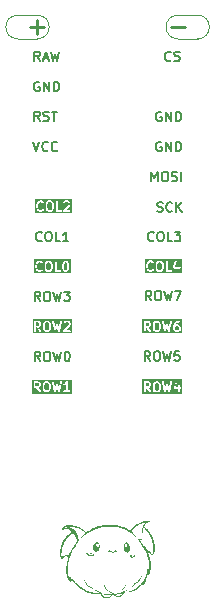
<source format=gto>
%TF.GenerationSoftware,KiCad,Pcbnew,7.0.6*%
%TF.CreationDate,2023-07-14T19:01:00+02:00*%
%TF.ProjectId,Choc34SB,43686f63-3334-4534-922e-6b696361645f,rev?*%
%TF.SameCoordinates,Original*%
%TF.FileFunction,Legend,Top*%
%TF.FilePolarity,Positive*%
%FSLAX46Y46*%
G04 Gerber Fmt 4.6, Leading zero omitted, Abs format (unit mm)*
G04 Created by KiCad (PCBNEW 7.0.6) date 2023-07-14 19:01:00*
%MOMM*%
%LPD*%
G01*
G04 APERTURE LIST*
%ADD10C,0.000000*%
%ADD11C,0.280000*%
%ADD12C,0.150000*%
%ADD13C,0.120000*%
%ADD14C,1.752600*%
%ADD15C,1.800000*%
%ADD16C,3.050000*%
%ADD17C,3.400000*%
%ADD18C,1.397000*%
%ADD19C,1.000000*%
G04 APERTURE END LIST*
D10*
G36*
X155679460Y-120343337D02*
G01*
X155679733Y-120343385D01*
X155679976Y-120343464D01*
X155680189Y-120343573D01*
X155680371Y-120343712D01*
X155680522Y-120343883D01*
X155680642Y-120344084D01*
X155680731Y-120344317D01*
X155680789Y-120344582D01*
X155680816Y-120344879D01*
X155680812Y-120345208D01*
X155680709Y-120345964D01*
X155680480Y-120346853D01*
X155680123Y-120347876D01*
X155679638Y-120349037D01*
X155679024Y-120350337D01*
X155678280Y-120351778D01*
X155677405Y-120353363D01*
X155676399Y-120355094D01*
X155675260Y-120356973D01*
X155672582Y-120361185D01*
X155669363Y-120366016D01*
X155665598Y-120371485D01*
X155661278Y-120377609D01*
X155656397Y-120384406D01*
X155635066Y-120415123D01*
X155613525Y-120448507D01*
X155591981Y-120484184D01*
X155570642Y-120521778D01*
X155549714Y-120560914D01*
X155529404Y-120601216D01*
X155509919Y-120642310D01*
X155491467Y-120683819D01*
X155481735Y-120705795D01*
X155472071Y-120726122D01*
X155462322Y-120744962D01*
X155452335Y-120762472D01*
X155441959Y-120778811D01*
X155431041Y-120794140D01*
X155419428Y-120808616D01*
X155406968Y-120822399D01*
X155393508Y-120835647D01*
X155378896Y-120848521D01*
X155362979Y-120861178D01*
X155345605Y-120873779D01*
X155326621Y-120886481D01*
X155305875Y-120899445D01*
X155283214Y-120912829D01*
X155258486Y-120926791D01*
X155214383Y-120951607D01*
X155176941Y-120973706D01*
X155160106Y-120984187D01*
X155144202Y-120994531D01*
X155128984Y-121004916D01*
X155114208Y-121015523D01*
X155099629Y-121026533D01*
X155085002Y-121038126D01*
X155070083Y-121050481D01*
X155054627Y-121063780D01*
X155021124Y-121093928D01*
X154982536Y-121130013D01*
X154947706Y-121162249D01*
X154931672Y-121176453D01*
X154916349Y-121189516D01*
X154901579Y-121201542D01*
X154887205Y-121212635D01*
X154873071Y-121222897D01*
X154859019Y-121232430D01*
X154844891Y-121241338D01*
X154830531Y-121249723D01*
X154815781Y-121257689D01*
X154800485Y-121265339D01*
X154784484Y-121272774D01*
X154767621Y-121280099D01*
X154749740Y-121287415D01*
X154730684Y-121294827D01*
X154677026Y-121315231D01*
X154727149Y-121266157D01*
X154834455Y-121161404D01*
X154919723Y-121079215D01*
X154987020Y-121016113D01*
X155040417Y-120968622D01*
X155063174Y-120949644D01*
X155083982Y-120933265D01*
X155103349Y-120919051D01*
X155121783Y-120906567D01*
X155139794Y-120895378D01*
X155157890Y-120885050D01*
X155196372Y-120865239D01*
X155218259Y-120854346D01*
X155238191Y-120844056D01*
X155256317Y-120834234D01*
X155272790Y-120824748D01*
X155287758Y-120815463D01*
X155301373Y-120806248D01*
X155313786Y-120796969D01*
X155325147Y-120787492D01*
X155335607Y-120777685D01*
X155345316Y-120767414D01*
X155354426Y-120756546D01*
X155363086Y-120744948D01*
X155371448Y-120732487D01*
X155379662Y-120719030D01*
X155387878Y-120704442D01*
X155396248Y-120688592D01*
X155411151Y-120660600D01*
X155426988Y-120632702D01*
X155443624Y-120605068D01*
X155460923Y-120577865D01*
X155478750Y-120551263D01*
X155496971Y-120525429D01*
X155515449Y-120500532D01*
X155534050Y-120476740D01*
X155552638Y-120454223D01*
X155571078Y-120433148D01*
X155589235Y-120413684D01*
X155606973Y-120395999D01*
X155624157Y-120380262D01*
X155640652Y-120366641D01*
X155656323Y-120355305D01*
X155671034Y-120346422D01*
X155672497Y-120345659D01*
X155673844Y-120344999D01*
X155675076Y-120344444D01*
X155676190Y-120343998D01*
X155677186Y-120343662D01*
X155678064Y-120343438D01*
X155678822Y-120343329D01*
X155679460Y-120343337D01*
G37*
G36*
X151215721Y-118364807D02*
G01*
X151247482Y-118367477D01*
X151279848Y-118371567D01*
X151312596Y-118377118D01*
X151344690Y-118383847D01*
X151375149Y-118391406D01*
X151403908Y-118399753D01*
X151430904Y-118408846D01*
X151456074Y-118418644D01*
X151479352Y-118429105D01*
X151500676Y-118440188D01*
X151519981Y-118451850D01*
X151537205Y-118464050D01*
X151552282Y-118476746D01*
X151565150Y-118489897D01*
X151575745Y-118503461D01*
X151584002Y-118517397D01*
X151587234Y-118524491D01*
X151589858Y-118531662D01*
X151591866Y-118538905D01*
X151593250Y-118546215D01*
X151594001Y-118553586D01*
X151594112Y-118561014D01*
X151593660Y-118568139D01*
X151592719Y-118575025D01*
X151591293Y-118581668D01*
X151589389Y-118588068D01*
X151587012Y-118594220D01*
X151584168Y-118600124D01*
X151580863Y-118605776D01*
X151577102Y-118611174D01*
X151572890Y-118616316D01*
X151568234Y-118621200D01*
X151563139Y-118625822D01*
X151557610Y-118630181D01*
X151551654Y-118634275D01*
X151545275Y-118638100D01*
X151538480Y-118641654D01*
X151531274Y-118644936D01*
X151523662Y-118647943D01*
X151515651Y-118650671D01*
X151507246Y-118653120D01*
X151498453Y-118655286D01*
X151489276Y-118657168D01*
X151479722Y-118658762D01*
X151469797Y-118660066D01*
X151459506Y-118661079D01*
X151448855Y-118661797D01*
X151437848Y-118662218D01*
X151426493Y-118662341D01*
X151414794Y-118662161D01*
X151402757Y-118661678D01*
X151390388Y-118660889D01*
X151377693Y-118659790D01*
X151364676Y-118658381D01*
X151320506Y-118652264D01*
X151277924Y-118644660D01*
X151237127Y-118635673D01*
X151198313Y-118625411D01*
X151161677Y-118613977D01*
X151127418Y-118601477D01*
X151095733Y-118588018D01*
X151066818Y-118573704D01*
X151040870Y-118558640D01*
X151018087Y-118542934D01*
X150998665Y-118526689D01*
X150982803Y-118510011D01*
X150970696Y-118493006D01*
X150966112Y-118484414D01*
X150962541Y-118475780D01*
X150960008Y-118467117D01*
X150958537Y-118458437D01*
X150958257Y-118452112D01*
X151057643Y-118452112D01*
X151058097Y-118454364D01*
X151059434Y-118456878D01*
X151061619Y-118459639D01*
X151064617Y-118462631D01*
X151072909Y-118469244D01*
X151084026Y-118476590D01*
X151097684Y-118484542D01*
X151113600Y-118492974D01*
X151131489Y-118501758D01*
X151151068Y-118510768D01*
X151172052Y-118519878D01*
X151194159Y-118528960D01*
X151217104Y-118537887D01*
X151240604Y-118546533D01*
X151264374Y-118554771D01*
X151288131Y-118562473D01*
X151311592Y-118569515D01*
X151334472Y-118575767D01*
X151349664Y-118579437D01*
X151364540Y-118582518D01*
X151379054Y-118585014D01*
X151393161Y-118586926D01*
X151406814Y-118588258D01*
X151419968Y-118589012D01*
X151432576Y-118589192D01*
X151444594Y-118588798D01*
X151455974Y-118587835D01*
X151466673Y-118586305D01*
X151476643Y-118584210D01*
X151485839Y-118581554D01*
X151494214Y-118578338D01*
X151501725Y-118574566D01*
X151508323Y-118570241D01*
X151513965Y-118565364D01*
X151517169Y-118562132D01*
X151519937Y-118559248D01*
X151521155Y-118557919D01*
X151522261Y-118556656D01*
X151523255Y-118555453D01*
X151524135Y-118554302D01*
X151524901Y-118553196D01*
X151525552Y-118552129D01*
X151526087Y-118551093D01*
X151526505Y-118550081D01*
X151526806Y-118549088D01*
X151526988Y-118548104D01*
X151527051Y-118547125D01*
X151526994Y-118546142D01*
X151526816Y-118545149D01*
X151526516Y-118544139D01*
X151526094Y-118543105D01*
X151525549Y-118542039D01*
X151524879Y-118540936D01*
X151524084Y-118539787D01*
X151523163Y-118538587D01*
X151522116Y-118537328D01*
X151520941Y-118536003D01*
X151519638Y-118534605D01*
X151516642Y-118531563D01*
X151513124Y-118528147D01*
X151509075Y-118524301D01*
X151497695Y-118514325D01*
X151485163Y-118504812D01*
X151471515Y-118495774D01*
X151456787Y-118487222D01*
X151441014Y-118479168D01*
X151424231Y-118471623D01*
X151406473Y-118464598D01*
X151387777Y-118458106D01*
X151368177Y-118452157D01*
X151347709Y-118446763D01*
X151326407Y-118441936D01*
X151304309Y-118437687D01*
X151281448Y-118434028D01*
X151257860Y-118430969D01*
X151233581Y-118428523D01*
X151208646Y-118426701D01*
X151191649Y-118425842D01*
X151175500Y-118425336D01*
X151160233Y-118425178D01*
X151145882Y-118425361D01*
X151132481Y-118425881D01*
X151120066Y-118426731D01*
X151108669Y-118427905D01*
X151098327Y-118429397D01*
X151089072Y-118431203D01*
X151080940Y-118433315D01*
X151073965Y-118435729D01*
X151068181Y-118438438D01*
X151063622Y-118441436D01*
X151060323Y-118444719D01*
X151059157Y-118446465D01*
X151058319Y-118448279D01*
X151057813Y-118450162D01*
X151057643Y-118452112D01*
X150958257Y-118452112D01*
X150958153Y-118449755D01*
X150958880Y-118441084D01*
X150960277Y-118434904D01*
X150962574Y-118428943D01*
X150965745Y-118423207D01*
X150969760Y-118417700D01*
X150974593Y-118412428D01*
X150980216Y-118407396D01*
X150986600Y-118402608D01*
X150993718Y-118398070D01*
X151001542Y-118393787D01*
X151010045Y-118389764D01*
X151019199Y-118386005D01*
X151028976Y-118382516D01*
X151039348Y-118379302D01*
X151050287Y-118376367D01*
X151061766Y-118373718D01*
X151073758Y-118371358D01*
X151086233Y-118369293D01*
X151099165Y-118367528D01*
X151126287Y-118364918D01*
X151154902Y-118363568D01*
X151184787Y-118363518D01*
X151215721Y-118364807D01*
G37*
G36*
X154302388Y-121114369D02*
G01*
X154302908Y-121115379D01*
X154303109Y-121117041D01*
X154303005Y-121119326D01*
X154301927Y-121125643D01*
X154299766Y-121134089D01*
X154296619Y-121144421D01*
X154292577Y-121156398D01*
X154287736Y-121169779D01*
X154282190Y-121184323D01*
X154269359Y-121215932D01*
X154254837Y-121249294D01*
X154247177Y-121266028D01*
X154239377Y-121282477D01*
X154231530Y-121298397D01*
X154223732Y-121313549D01*
X154215762Y-121327910D01*
X154206861Y-121342560D01*
X154197077Y-121357441D01*
X154186460Y-121372501D01*
X154175059Y-121387683D01*
X154162925Y-121402935D01*
X154150106Y-121418200D01*
X154136652Y-121433425D01*
X154122613Y-121448554D01*
X154108038Y-121463533D01*
X154092977Y-121478307D01*
X154077478Y-121492822D01*
X154061593Y-121507024D01*
X154045370Y-121520856D01*
X154028858Y-121534266D01*
X154012108Y-121547197D01*
X153985681Y-121566974D01*
X153966159Y-121581136D01*
X153958833Y-121586119D01*
X153953047Y-121589708D01*
X153948741Y-121591907D01*
X153947123Y-121592486D01*
X153945852Y-121592718D01*
X153944919Y-121592605D01*
X153944318Y-121592146D01*
X153944040Y-121591342D01*
X153944078Y-121590193D01*
X153944424Y-121588700D01*
X153945070Y-121586863D01*
X153947232Y-121582159D01*
X153950502Y-121576085D01*
X153954819Y-121568644D01*
X153966345Y-121549673D01*
X153973289Y-121538735D01*
X153981263Y-121526783D01*
X153989988Y-121514204D01*
X153999180Y-121501384D01*
X154008559Y-121488710D01*
X154017843Y-121476569D01*
X154026750Y-121465346D01*
X154035000Y-121455428D01*
X154057537Y-121428833D01*
X154078671Y-121403256D01*
X154098626Y-121378408D01*
X154117621Y-121353998D01*
X154135879Y-121329737D01*
X154153621Y-121305336D01*
X154171070Y-121280503D01*
X154188447Y-121254949D01*
X154207729Y-121226723D01*
X154226467Y-121200374D01*
X154244198Y-121176481D01*
X154260460Y-121155619D01*
X154274788Y-121138367D01*
X154286719Y-121125302D01*
X154291642Y-121120520D01*
X154295791Y-121117001D01*
X154299110Y-121114818D01*
X154301540Y-121114042D01*
X154302388Y-121114369D01*
G37*
G36*
X156217703Y-115646195D02*
G01*
X156248050Y-115650379D01*
X156275029Y-115656932D01*
X156298596Y-115665854D01*
X156318705Y-115677149D01*
X156335314Y-115690817D01*
X156348378Y-115706861D01*
X156350800Y-115710648D01*
X156352909Y-115714160D01*
X156354709Y-115717444D01*
X156356202Y-115720543D01*
X156356833Y-115722037D01*
X156357389Y-115723502D01*
X156357869Y-115724943D01*
X156358273Y-115726366D01*
X156358602Y-115727776D01*
X156358856Y-115729179D01*
X156359035Y-115730580D01*
X156359140Y-115731985D01*
X156359171Y-115733400D01*
X156359128Y-115734830D01*
X156359011Y-115736281D01*
X156358820Y-115737758D01*
X156358557Y-115739267D01*
X156358221Y-115740813D01*
X156357330Y-115744040D01*
X156356152Y-115747484D01*
X156354687Y-115751188D01*
X156352938Y-115755199D01*
X156350908Y-115759560D01*
X156348588Y-115764281D01*
X156347459Y-115766436D01*
X156346332Y-115768461D01*
X156345192Y-115770361D01*
X156344024Y-115772140D01*
X156342815Y-115773804D01*
X156341549Y-115775358D01*
X156340213Y-115776808D01*
X156338792Y-115778158D01*
X156337272Y-115779413D01*
X156335639Y-115780579D01*
X156333877Y-115781660D01*
X156331973Y-115782662D01*
X156329913Y-115783590D01*
X156327681Y-115784448D01*
X156325264Y-115785243D01*
X156322647Y-115785979D01*
X156319816Y-115786662D01*
X156316756Y-115787295D01*
X156313454Y-115787885D01*
X156309894Y-115788437D01*
X156306062Y-115788956D01*
X156301945Y-115789446D01*
X156292794Y-115790363D01*
X156282326Y-115791228D01*
X156270427Y-115792083D01*
X156256981Y-115792968D01*
X156232010Y-115795285D01*
X156207578Y-115799010D01*
X156183658Y-115804158D01*
X156160227Y-115810744D01*
X156137259Y-115818783D01*
X156114729Y-115828290D01*
X156092614Y-115839281D01*
X156070888Y-115851771D01*
X156049527Y-115865775D01*
X156028506Y-115881308D01*
X156007800Y-115898386D01*
X155987384Y-115917023D01*
X155967234Y-115937235D01*
X155947326Y-115959036D01*
X155927633Y-115982443D01*
X155908132Y-116007471D01*
X155848517Y-116086829D01*
X156024232Y-116264844D01*
X156090409Y-116332204D01*
X156144204Y-116387979D01*
X156188617Y-116435688D01*
X156226645Y-116478847D01*
X156244201Y-116499821D01*
X156261286Y-116520977D01*
X156295538Y-116565594D01*
X156332400Y-116616218D01*
X156374868Y-116676366D01*
X156421210Y-116745519D01*
X156464815Y-116816664D01*
X156505649Y-116889691D01*
X156543678Y-116964487D01*
X156578868Y-117040941D01*
X156611185Y-117118942D01*
X156640595Y-117198380D01*
X156667063Y-117279141D01*
X156690556Y-117361116D01*
X156711039Y-117444192D01*
X156728479Y-117528259D01*
X156742840Y-117613205D01*
X156754089Y-117698919D01*
X156762192Y-117785289D01*
X156767114Y-117872204D01*
X156768822Y-117959553D01*
X156768036Y-118040844D01*
X156765366Y-118112457D01*
X156763261Y-118145044D01*
X156760607Y-118175706D01*
X156757381Y-118204606D01*
X156753556Y-118231910D01*
X156749106Y-118257781D01*
X156744005Y-118282384D01*
X156738229Y-118305885D01*
X156731752Y-118328447D01*
X156724548Y-118350236D01*
X156716591Y-118371415D01*
X156707855Y-118392150D01*
X156698316Y-118412604D01*
X156689352Y-118430055D01*
X156679767Y-118447027D01*
X156669650Y-118463433D01*
X156659088Y-118479182D01*
X156648170Y-118494184D01*
X156636984Y-118508349D01*
X156625619Y-118521588D01*
X156614162Y-118533810D01*
X156602703Y-118544926D01*
X156591329Y-118554845D01*
X156580128Y-118563479D01*
X156569190Y-118570737D01*
X156558601Y-118576529D01*
X156548451Y-118580766D01*
X156543568Y-118582273D01*
X156538827Y-118583357D01*
X156534241Y-118584007D01*
X156529819Y-118584213D01*
X156522569Y-118584118D01*
X156516050Y-118583843D01*
X156513028Y-118583607D01*
X156510143Y-118583289D01*
X156507381Y-118582877D01*
X156504728Y-118582359D01*
X156502167Y-118581722D01*
X156499685Y-118580955D01*
X156497266Y-118580044D01*
X156494895Y-118578978D01*
X156492557Y-118577744D01*
X156490237Y-118576330D01*
X156487921Y-118574724D01*
X156485593Y-118572914D01*
X156483238Y-118570887D01*
X156480842Y-118568631D01*
X156478389Y-118566134D01*
X156475865Y-118563383D01*
X156473254Y-118560367D01*
X156470542Y-118557072D01*
X156464753Y-118549600D01*
X156458379Y-118540869D01*
X156451299Y-118530781D01*
X156443396Y-118519237D01*
X156434547Y-118506140D01*
X156420496Y-118485781D01*
X156406215Y-118466091D01*
X156391729Y-118447098D01*
X156377068Y-118428828D01*
X156362257Y-118411307D01*
X156347325Y-118394562D01*
X156332299Y-118378619D01*
X156317206Y-118363505D01*
X156302074Y-118349247D01*
X156286929Y-118335871D01*
X156271799Y-118323404D01*
X156256712Y-118311871D01*
X156241694Y-118301301D01*
X156226773Y-118291718D01*
X156211977Y-118283151D01*
X156197333Y-118275624D01*
X156170024Y-118262804D01*
X156157932Y-118257345D01*
X156147276Y-118252690D01*
X156138354Y-118248966D01*
X156131461Y-118246299D01*
X156126896Y-118244817D01*
X156125578Y-118244560D01*
X156124953Y-118244647D01*
X156124903Y-118244943D01*
X156125016Y-118245562D01*
X156125711Y-118247731D01*
X156128875Y-118255570D01*
X156134202Y-118267637D01*
X156141446Y-118283406D01*
X156150362Y-118302351D01*
X156160706Y-118323945D01*
X156172232Y-118347664D01*
X156184696Y-118372980D01*
X156204216Y-118413607D01*
X156222886Y-118454977D01*
X156240711Y-118497111D01*
X156257697Y-118540029D01*
X156273850Y-118583751D01*
X156289176Y-118628298D01*
X156303680Y-118673689D01*
X156317369Y-118719944D01*
X156330247Y-118767084D01*
X156342321Y-118815129D01*
X156353596Y-118864098D01*
X156364079Y-118914012D01*
X156373774Y-118964891D01*
X156382688Y-119016755D01*
X156398193Y-119123518D01*
X156404842Y-119188811D01*
X156409870Y-119265862D01*
X156413238Y-119350443D01*
X156414909Y-119438324D01*
X156414843Y-119525275D01*
X156413001Y-119607068D01*
X156409345Y-119679474D01*
X156403835Y-119738262D01*
X156395348Y-119796413D01*
X156383648Y-119865063D01*
X156369775Y-119939202D01*
X156354772Y-120013823D01*
X156339680Y-120083916D01*
X156325541Y-120144473D01*
X156313396Y-120190486D01*
X156308397Y-120206473D01*
X156304288Y-120216946D01*
X156301529Y-120222548D01*
X156298930Y-120227532D01*
X156296433Y-120231932D01*
X156293979Y-120235785D01*
X156292751Y-120237517D01*
X156291513Y-120239126D01*
X156290256Y-120240615D01*
X156288975Y-120241990D01*
X156287661Y-120243254D01*
X156286308Y-120244413D01*
X156284908Y-120245470D01*
X156283455Y-120246430D01*
X156281940Y-120247297D01*
X156280357Y-120248077D01*
X156278699Y-120248772D01*
X156276958Y-120249389D01*
X156275128Y-120249931D01*
X156273200Y-120250402D01*
X156271168Y-120250807D01*
X156269025Y-120251151D01*
X156264375Y-120251672D01*
X156259192Y-120252000D01*
X156253420Y-120252171D01*
X156247000Y-120252220D01*
X156206741Y-120252220D01*
X156203809Y-120180719D01*
X156203763Y-120162368D01*
X156204764Y-120137531D01*
X156206718Y-120107305D01*
X156209526Y-120072785D01*
X156213093Y-120035066D01*
X156217322Y-119995244D01*
X156222116Y-119954413D01*
X156227379Y-119913670D01*
X156262685Y-119652600D01*
X156266170Y-119622164D01*
X156268863Y-119588744D01*
X156271932Y-119514202D01*
X156272008Y-119431474D01*
X156269207Y-119343055D01*
X156263645Y-119251444D01*
X156255437Y-119159138D01*
X156244700Y-119068635D01*
X156231549Y-118982432D01*
X156220146Y-118925088D01*
X156204175Y-118857462D01*
X156184644Y-118782990D01*
X156162562Y-118705106D01*
X156138937Y-118627246D01*
X156114777Y-118552846D01*
X156091089Y-118485339D01*
X156068883Y-118428162D01*
X156032555Y-118345562D01*
X155990071Y-118257679D01*
X155941825Y-118165197D01*
X155888209Y-118068805D01*
X155829617Y-117969187D01*
X155766440Y-117867032D01*
X155699073Y-117763025D01*
X155627907Y-117657854D01*
X155508863Y-117485212D01*
X155432978Y-117373924D01*
X155388240Y-117306149D01*
X155362636Y-117264048D01*
X155333934Y-117213629D01*
X155371770Y-117197796D01*
X155379884Y-117194639D01*
X155387868Y-117192072D01*
X155391860Y-117191018D01*
X155395877Y-117190123D01*
X155399940Y-117189388D01*
X155404069Y-117188819D01*
X155408281Y-117188417D01*
X155412597Y-117188188D01*
X155417036Y-117188133D01*
X155421619Y-117188257D01*
X155426363Y-117188564D01*
X155431289Y-117189056D01*
X155436417Y-117189737D01*
X155441765Y-117190610D01*
X155453201Y-117192948D01*
X155465754Y-117196098D01*
X155479579Y-117200087D01*
X155494832Y-117204943D01*
X155511670Y-117210693D01*
X155530247Y-117217366D01*
X155550720Y-117224989D01*
X155573244Y-117233589D01*
X155589036Y-117239503D01*
X155604107Y-117244809D01*
X155618104Y-117249407D01*
X155630672Y-117253196D01*
X155641457Y-117256075D01*
X155650105Y-117257942D01*
X155653517Y-117258465D01*
X155656262Y-117258697D01*
X155658295Y-117258625D01*
X155659573Y-117258238D01*
X155660014Y-117257917D01*
X155660452Y-117257504D01*
X155660884Y-117257001D01*
X155661312Y-117256411D01*
X155661733Y-117255738D01*
X155662148Y-117254983D01*
X155662956Y-117253240D01*
X155663730Y-117251204D01*
X155664467Y-117248897D01*
X155665162Y-117246341D01*
X155665809Y-117243557D01*
X155666404Y-117240568D01*
X155666943Y-117237396D01*
X155667421Y-117234061D01*
X155667833Y-117230587D01*
X155668174Y-117226994D01*
X155668440Y-117223305D01*
X155668626Y-117219541D01*
X155668728Y-117215724D01*
X155669099Y-117206299D01*
X155669946Y-117193728D01*
X155671215Y-117178558D01*
X155672852Y-117161333D01*
X155677008Y-117122899D01*
X155679418Y-117102780D01*
X155681978Y-117082787D01*
X155694667Y-116987050D01*
X155702096Y-117118485D01*
X155704017Y-117156401D01*
X155705088Y-117189804D01*
X155705102Y-117218885D01*
X155703851Y-117243834D01*
X155702687Y-117254818D01*
X155701128Y-117264840D01*
X155699150Y-117273924D01*
X155696726Y-117282093D01*
X155693830Y-117289372D01*
X155690436Y-117295784D01*
X155686519Y-117301353D01*
X155682052Y-117306102D01*
X155677009Y-117310056D01*
X155671365Y-117313238D01*
X155665093Y-117315671D01*
X155658168Y-117317380D01*
X155650563Y-117318388D01*
X155642253Y-117318719D01*
X155633212Y-117318397D01*
X155623414Y-117317446D01*
X155601442Y-117313749D01*
X155576130Y-117307819D01*
X155547270Y-117299846D01*
X155514655Y-117290019D01*
X155505049Y-117287132D01*
X155496088Y-117284601D01*
X155487968Y-117282470D01*
X155480885Y-117280784D01*
X155475034Y-117279586D01*
X155470612Y-117278918D01*
X155468999Y-117278798D01*
X155467816Y-117278826D01*
X155467088Y-117279009D01*
X155466902Y-117279160D01*
X155466840Y-117279352D01*
X155466893Y-117279619D01*
X155467051Y-117279996D01*
X155467672Y-117281062D01*
X155468681Y-117282526D01*
X155470057Y-117284365D01*
X155471780Y-117286553D01*
X155473828Y-117289066D01*
X155478817Y-117294970D01*
X155484857Y-117301883D01*
X155491780Y-117309611D01*
X155499419Y-117317959D01*
X155507607Y-117326733D01*
X155526823Y-117348509D01*
X155553100Y-117380491D01*
X155586099Y-117422235D01*
X155625481Y-117473299D01*
X155670909Y-117533240D01*
X155722044Y-117601616D01*
X155778548Y-117677983D01*
X155840082Y-117761899D01*
X155859595Y-117788293D01*
X155878691Y-117813501D01*
X155896886Y-117836930D01*
X155913700Y-117857986D01*
X155928650Y-117876076D01*
X155941256Y-117890607D01*
X155951034Y-117900984D01*
X155954713Y-117904430D01*
X155957504Y-117906615D01*
X155959774Y-117908169D01*
X155961927Y-117909768D01*
X155963953Y-117911398D01*
X155965843Y-117913049D01*
X155967590Y-117914707D01*
X155969183Y-117916362D01*
X155970615Y-117918001D01*
X155971876Y-117919611D01*
X155972958Y-117921182D01*
X155973851Y-117922700D01*
X155974546Y-117924154D01*
X155974817Y-117924853D01*
X155975036Y-117925531D01*
X155975200Y-117926187D01*
X155975310Y-117926820D01*
X155975364Y-117927428D01*
X155975361Y-117928009D01*
X155975299Y-117928561D01*
X155975179Y-117929085D01*
X155974997Y-117929577D01*
X155974755Y-117930036D01*
X155974332Y-117931212D01*
X155974202Y-117932859D01*
X155974757Y-117937439D01*
X155976297Y-117943524D01*
X155978700Y-117950862D01*
X155981846Y-117959202D01*
X155985611Y-117968294D01*
X155989875Y-117977885D01*
X155994515Y-117987724D01*
X155999410Y-117997561D01*
X156004438Y-118007142D01*
X156009476Y-118016218D01*
X156014404Y-118024537D01*
X156019099Y-118031848D01*
X156023440Y-118037898D01*
X156027305Y-118042438D01*
X156029020Y-118044062D01*
X156030571Y-118045214D01*
X156031139Y-118045608D01*
X156031762Y-118046122D01*
X156033169Y-118047495D01*
X156034773Y-118049307D01*
X156036556Y-118051529D01*
X156038501Y-118054132D01*
X156040590Y-118057090D01*
X156042804Y-118060374D01*
X156045127Y-118063955D01*
X156047540Y-118067806D01*
X156050025Y-118071898D01*
X156052565Y-118076204D01*
X156055141Y-118080695D01*
X156057736Y-118085343D01*
X156060332Y-118090121D01*
X156062910Y-118095000D01*
X156065454Y-118099951D01*
X156069429Y-118107706D01*
X156073102Y-118114611D01*
X156076543Y-118120724D01*
X156079822Y-118126102D01*
X156083009Y-118130801D01*
X156086172Y-118134877D01*
X156087767Y-118136700D01*
X156089382Y-118138388D01*
X156091026Y-118139949D01*
X156092709Y-118141389D01*
X156094437Y-118142717D01*
X156096221Y-118143938D01*
X156098070Y-118145060D01*
X156099990Y-118146091D01*
X156101993Y-118147037D01*
X156104085Y-118147904D01*
X156108575Y-118149435D01*
X156113531Y-118150740D01*
X156119021Y-118151875D01*
X156125116Y-118152897D01*
X156131885Y-118153863D01*
X156153759Y-118157751D01*
X156175635Y-118163522D01*
X156197469Y-118171140D01*
X156219218Y-118180568D01*
X156240839Y-118191771D01*
X156262287Y-118204713D01*
X156283518Y-118219359D01*
X156304490Y-118235671D01*
X156325159Y-118253614D01*
X156345480Y-118273152D01*
X156365411Y-118294249D01*
X156384907Y-118316870D01*
X156403924Y-118340977D01*
X156422420Y-118366536D01*
X156440351Y-118393511D01*
X156457672Y-118421865D01*
X156467518Y-118438446D01*
X156477124Y-118454175D01*
X156486249Y-118468687D01*
X156494653Y-118481622D01*
X156502095Y-118492615D01*
X156508336Y-118501304D01*
X156513135Y-118507327D01*
X156514919Y-118509225D01*
X156516251Y-118510320D01*
X156517812Y-118511157D01*
X156519383Y-118511741D01*
X156520965Y-118512070D01*
X156522559Y-118512142D01*
X156524167Y-118511953D01*
X156525791Y-118511501D01*
X156527431Y-118510784D01*
X156529089Y-118509799D01*
X156530767Y-118508543D01*
X156532465Y-118507015D01*
X156534186Y-118505211D01*
X156535931Y-118503130D01*
X156537701Y-118500767D01*
X156539497Y-118498122D01*
X156541321Y-118495191D01*
X156543175Y-118491973D01*
X156545059Y-118488463D01*
X156546976Y-118484660D01*
X156548926Y-118480562D01*
X156550911Y-118476166D01*
X156552933Y-118471468D01*
X156554992Y-118466468D01*
X156557090Y-118461161D01*
X156559229Y-118455547D01*
X156563635Y-118443382D01*
X156568220Y-118429954D01*
X156572995Y-118415243D01*
X156577973Y-118399227D01*
X156593257Y-118347568D01*
X156599630Y-118324472D01*
X156605223Y-118302704D01*
X156610084Y-118281893D01*
X156614263Y-118261667D01*
X156617807Y-118241655D01*
X156620765Y-118221486D01*
X156623188Y-118200789D01*
X156625122Y-118179193D01*
X156626618Y-118156326D01*
X156627725Y-118131817D01*
X156628963Y-118076389D01*
X156629228Y-118009940D01*
X156628608Y-117938125D01*
X156626737Y-117874024D01*
X156623327Y-117815042D01*
X156618088Y-117758582D01*
X156610731Y-117702049D01*
X156600967Y-117642848D01*
X156588507Y-117578383D01*
X156573062Y-117506057D01*
X156554611Y-117426443D01*
X156535695Y-117353273D01*
X156515697Y-117284801D01*
X156494004Y-117219280D01*
X156470000Y-117154964D01*
X156443071Y-117090106D01*
X156412603Y-117022959D01*
X156377980Y-116951776D01*
X156344529Y-116887492D01*
X156309495Y-116825441D01*
X156291184Y-116794962D01*
X156272235Y-116764692D01*
X156252569Y-116734515D01*
X156232106Y-116704315D01*
X156188465Y-116643377D01*
X156140669Y-116580949D01*
X156088075Y-116516099D01*
X156030042Y-116447897D01*
X155969660Y-116377505D01*
X155909600Y-116306083D01*
X155860591Y-116246514D01*
X155843583Y-116225200D01*
X155833361Y-116211681D01*
X155831943Y-116209712D01*
X155830525Y-116207844D01*
X155829115Y-116206085D01*
X155827723Y-116204440D01*
X155826358Y-116202920D01*
X155825029Y-116201531D01*
X155823745Y-116200280D01*
X155822515Y-116199177D01*
X155821348Y-116198228D01*
X155820253Y-116197442D01*
X155819240Y-116196825D01*
X155818317Y-116196386D01*
X155817892Y-116196236D01*
X155817493Y-116196133D01*
X155817121Y-116196078D01*
X155816778Y-116196073D01*
X155816463Y-116196118D01*
X155816180Y-116196214D01*
X155815928Y-116196363D01*
X155815709Y-116196564D01*
X155815147Y-116197591D01*
X155814284Y-116199717D01*
X155811723Y-116207032D01*
X155808172Y-116218036D01*
X155803774Y-116232257D01*
X155798674Y-116249221D01*
X155793014Y-116268457D01*
X155780593Y-116311850D01*
X155767861Y-116359534D01*
X155756359Y-116407753D01*
X155746068Y-116456627D01*
X155736967Y-116506273D01*
X155729037Y-116556810D01*
X155722257Y-116608356D01*
X155716606Y-116661031D01*
X155712066Y-116714953D01*
X155704689Y-116815738D01*
X155692233Y-116740152D01*
X155689468Y-116721167D01*
X155687030Y-116699945D01*
X155683145Y-116652173D01*
X155680603Y-116599600D01*
X155679427Y-116544995D01*
X155679642Y-116491122D01*
X155681273Y-116440750D01*
X155684343Y-116396643D01*
X155686426Y-116377804D01*
X155688878Y-116361569D01*
X155697057Y-116320697D01*
X155707058Y-116279228D01*
X155718611Y-116237954D01*
X155731449Y-116197670D01*
X155745303Y-116159166D01*
X155759905Y-116123237D01*
X155767402Y-116106486D01*
X155774985Y-116090675D01*
X155782621Y-116075905D01*
X155790277Y-116062274D01*
X155799718Y-116047067D01*
X155810914Y-116030517D01*
X155823629Y-116012887D01*
X155837628Y-115994442D01*
X155852674Y-115975445D01*
X155868531Y-115956159D01*
X155901736Y-115917780D01*
X155935357Y-115881413D01*
X155951733Y-115864644D01*
X155967506Y-115849170D01*
X155982438Y-115835255D01*
X155996295Y-115823161D01*
X156008841Y-115813155D01*
X156019840Y-115805498D01*
X156034266Y-115796324D01*
X156039609Y-115792725D01*
X156041751Y-115791173D01*
X156043516Y-115789788D01*
X156044888Y-115788568D01*
X156045849Y-115787514D01*
X156046381Y-115786627D01*
X156046481Y-115786246D01*
X156046467Y-115785906D01*
X156046337Y-115785609D01*
X156046088Y-115785353D01*
X156045229Y-115784967D01*
X156043870Y-115784748D01*
X156041995Y-115784697D01*
X156039585Y-115784815D01*
X156036624Y-115785101D01*
X156028977Y-115786178D01*
X156018913Y-115787933D01*
X156006292Y-115790366D01*
X155990973Y-115793481D01*
X155972816Y-115797279D01*
X155927426Y-115806934D01*
X155874819Y-115819045D01*
X155821830Y-115832996D01*
X155768595Y-115848723D01*
X155715248Y-115866164D01*
X155661926Y-115885256D01*
X155608761Y-115905934D01*
X155555891Y-115928137D01*
X155503449Y-115951802D01*
X155451570Y-115976864D01*
X155400391Y-116003262D01*
X155350045Y-116030932D01*
X155300668Y-116059811D01*
X155252394Y-116089836D01*
X155205359Y-116120943D01*
X155159699Y-116153071D01*
X155115546Y-116186156D01*
X155095519Y-116202042D01*
X155074263Y-116219623D01*
X155029189Y-116258766D01*
X154982584Y-116301376D01*
X154936708Y-116345245D01*
X154893820Y-116388163D01*
X154856180Y-116427921D01*
X154840033Y-116445924D01*
X154826046Y-116462309D01*
X154814500Y-116476800D01*
X154805678Y-116489120D01*
X154803053Y-116493008D01*
X154800362Y-116496840D01*
X154797622Y-116500595D01*
X154794855Y-116504252D01*
X154789318Y-116511178D01*
X154786587Y-116514405D01*
X154783909Y-116517443D01*
X154781302Y-116520272D01*
X154778788Y-116522869D01*
X154776386Y-116525211D01*
X154774115Y-116527277D01*
X154771997Y-116529045D01*
X154770050Y-116530492D01*
X154768295Y-116531597D01*
X154766752Y-116532336D01*
X154765961Y-116532726D01*
X154765329Y-116533228D01*
X154764855Y-116533840D01*
X154764540Y-116534565D01*
X154764383Y-116535401D01*
X154764386Y-116536348D01*
X154764547Y-116537407D01*
X154764867Y-116538579D01*
X154765347Y-116539862D01*
X154765985Y-116541257D01*
X154766783Y-116542765D01*
X154767740Y-116544384D01*
X154768856Y-116546116D01*
X154770132Y-116547961D01*
X154771567Y-116549918D01*
X154773162Y-116551988D01*
X154776830Y-116556466D01*
X154781138Y-116561395D01*
X154786085Y-116566777D01*
X154791673Y-116572613D01*
X154797902Y-116578902D01*
X154804773Y-116585646D01*
X154812286Y-116592846D01*
X154820441Y-116600502D01*
X154879047Y-116655861D01*
X154930805Y-116706726D01*
X154976864Y-116754411D01*
X154998115Y-116777470D01*
X155018371Y-116800228D01*
X155037776Y-116822847D01*
X155056475Y-116845491D01*
X155074609Y-116868326D01*
X155092323Y-116891514D01*
X155109761Y-116915221D01*
X155127065Y-116939611D01*
X155161849Y-116991093D01*
X155199526Y-117049278D01*
X155231714Y-117100434D01*
X155254993Y-117139030D01*
X155262224Y-117151890D01*
X155265946Y-117159538D01*
X155267291Y-117163235D01*
X155268418Y-117166661D01*
X155269334Y-117169817D01*
X155270044Y-117172706D01*
X155270554Y-117175329D01*
X155270870Y-117177686D01*
X155270997Y-117179780D01*
X155270942Y-117181611D01*
X155270710Y-117183182D01*
X155270308Y-117184494D01*
X155269740Y-117185547D01*
X155269013Y-117186344D01*
X155268133Y-117186886D01*
X155267105Y-117187175D01*
X155265936Y-117187212D01*
X155264630Y-117186997D01*
X155263195Y-117186534D01*
X155261635Y-117185823D01*
X155259957Y-117184865D01*
X155258166Y-117183662D01*
X155256269Y-117182216D01*
X155254270Y-117180528D01*
X155252177Y-117178599D01*
X155249994Y-117176431D01*
X155247728Y-117174025D01*
X155245384Y-117171383D01*
X155242968Y-117168506D01*
X155240486Y-117165395D01*
X155237945Y-117162053D01*
X155235348Y-117158480D01*
X155232704Y-117154678D01*
X155230017Y-117150647D01*
X155204241Y-117112941D01*
X155176116Y-117075062D01*
X155145742Y-117037098D01*
X155113217Y-116999139D01*
X155078639Y-116961272D01*
X155042107Y-116923588D01*
X155003720Y-116886173D01*
X154963577Y-116849119D01*
X154921776Y-116812512D01*
X154878415Y-116776442D01*
X154833595Y-116740997D01*
X154787412Y-116706267D01*
X154739966Y-116672340D01*
X154691356Y-116639305D01*
X154641680Y-116607250D01*
X154591036Y-116576265D01*
X154523172Y-116536814D01*
X154455788Y-116499588D01*
X154388717Y-116464528D01*
X154321790Y-116431575D01*
X154254839Y-116400668D01*
X154187695Y-116371748D01*
X154120190Y-116344755D01*
X154052156Y-116319631D01*
X153983424Y-116296314D01*
X153913825Y-116274745D01*
X153843192Y-116254865D01*
X153771356Y-116236615D01*
X153698148Y-116219933D01*
X153623400Y-116204762D01*
X153546944Y-116191040D01*
X153468611Y-116178709D01*
X153407503Y-116169949D01*
X153355253Y-116163230D01*
X153306993Y-116158291D01*
X153257857Y-116154869D01*
X153202977Y-116152704D01*
X153137486Y-116151535D01*
X153056517Y-116151099D01*
X152955203Y-116151136D01*
X152773750Y-116152133D01*
X152708626Y-116153497D01*
X152654332Y-116155790D01*
X152606188Y-116159276D01*
X152559516Y-116164220D01*
X152509637Y-116170884D01*
X152451870Y-116179534D01*
X152358215Y-116194979D01*
X152266641Y-116212219D01*
X152176933Y-116231332D01*
X152088877Y-116252399D01*
X152002257Y-116275499D01*
X151916859Y-116300711D01*
X151832469Y-116328116D01*
X151748870Y-116357792D01*
X151665848Y-116389819D01*
X151583189Y-116424277D01*
X151500677Y-116461246D01*
X151418098Y-116500804D01*
X151335237Y-116543033D01*
X151251878Y-116588010D01*
X151167808Y-116635816D01*
X151082810Y-116686530D01*
X151036505Y-116715401D01*
X150991614Y-116744863D01*
X150945612Y-116776809D01*
X150895972Y-116813128D01*
X150840169Y-116855712D01*
X150775677Y-116906451D01*
X150699969Y-116967235D01*
X150610519Y-117039956D01*
X150561001Y-117080069D01*
X150519716Y-117112917D01*
X150490977Y-117135110D01*
X150482659Y-117141152D01*
X150479095Y-117143260D01*
X150478233Y-117142772D01*
X150478108Y-117141340D01*
X150478685Y-117139012D01*
X150479931Y-117135837D01*
X150484296Y-117127138D01*
X150490930Y-117115631D01*
X150499564Y-117101703D01*
X150509927Y-117085741D01*
X150534762Y-117049266D01*
X150563271Y-117009302D01*
X150593292Y-116968948D01*
X150622663Y-116931303D01*
X150636429Y-116914463D01*
X150649222Y-116899463D01*
X150677813Y-116868007D01*
X150709497Y-116835150D01*
X150742551Y-116802483D01*
X150775252Y-116771592D01*
X150805879Y-116744069D01*
X150832710Y-116721500D01*
X150844164Y-116712571D01*
X150854023Y-116705477D01*
X150862072Y-116700416D01*
X150868096Y-116697587D01*
X150869172Y-116696813D01*
X150869587Y-116695456D01*
X150869369Y-116693545D01*
X150868545Y-116691109D01*
X150867142Y-116688178D01*
X150865187Y-116684781D01*
X150859733Y-116676704D01*
X150852400Y-116667115D01*
X150843408Y-116656246D01*
X150832976Y-116644332D01*
X150821321Y-116631606D01*
X150808664Y-116618304D01*
X150795221Y-116604658D01*
X150781213Y-116590904D01*
X150766858Y-116577275D01*
X150752375Y-116564006D01*
X150737981Y-116551330D01*
X150723897Y-116539481D01*
X150710340Y-116528695D01*
X150684233Y-116509351D01*
X150656210Y-116490014D01*
X150626427Y-116470756D01*
X150595037Y-116451652D01*
X150562195Y-116432775D01*
X150528057Y-116414200D01*
X150492775Y-116395998D01*
X150456505Y-116378245D01*
X150419400Y-116361014D01*
X150381617Y-116344378D01*
X150343308Y-116328411D01*
X150304629Y-116313187D01*
X150265734Y-116298780D01*
X150226777Y-116285262D01*
X150187913Y-116272709D01*
X150149297Y-116261193D01*
X150092670Y-116246091D01*
X150032998Y-116232154D01*
X149970950Y-116219436D01*
X149907195Y-116207990D01*
X149777239Y-116189127D01*
X149648479Y-116175995D01*
X149526264Y-116169023D01*
X149469284Y-116167980D01*
X149415946Y-116168638D01*
X149366919Y-116171050D01*
X149322873Y-116175269D01*
X149284475Y-116181350D01*
X149252395Y-116189345D01*
X149243340Y-116192708D01*
X149231749Y-116197846D01*
X149202683Y-116212425D01*
X149168640Y-116231036D01*
X149133065Y-116251634D01*
X149099401Y-116272173D01*
X149071091Y-116290606D01*
X149060021Y-116298394D01*
X149051580Y-116304888D01*
X149046200Y-116309833D01*
X149044792Y-116311644D01*
X149044311Y-116312973D01*
X149044380Y-116313130D01*
X149044585Y-116313231D01*
X149044923Y-116313275D01*
X149045390Y-116313264D01*
X149046698Y-116313081D01*
X149048481Y-116312692D01*
X149050714Y-116312105D01*
X149053369Y-116311329D01*
X149056419Y-116310375D01*
X149059836Y-116309250D01*
X149067665Y-116306525D01*
X149076641Y-116303229D01*
X149086545Y-116299434D01*
X149097161Y-116295213D01*
X149133324Y-116280895D01*
X149167346Y-116268107D01*
X149199450Y-116256817D01*
X149229863Y-116246995D01*
X149258808Y-116238606D01*
X149286510Y-116231621D01*
X149313194Y-116226008D01*
X149339084Y-116221734D01*
X149364404Y-116218767D01*
X149389380Y-116217077D01*
X149414236Y-116216631D01*
X149439197Y-116217398D01*
X149464486Y-116219345D01*
X149490330Y-116222441D01*
X149516951Y-116226655D01*
X149544576Y-116231954D01*
X149579052Y-116239481D01*
X149611434Y-116247433D01*
X149641972Y-116255951D01*
X149670916Y-116265179D01*
X149698518Y-116275260D01*
X149725027Y-116286338D01*
X149750695Y-116298554D01*
X149775773Y-116312053D01*
X149800510Y-116326977D01*
X149825158Y-116343469D01*
X149849968Y-116361673D01*
X149875190Y-116381730D01*
X149901075Y-116403786D01*
X149927873Y-116427981D01*
X149955835Y-116454460D01*
X149985213Y-116483365D01*
X150009564Y-116508055D01*
X150032219Y-116531765D01*
X150053293Y-116554667D01*
X150072903Y-116576933D01*
X150091162Y-116598735D01*
X150108188Y-116620245D01*
X150124094Y-116641636D01*
X150138997Y-116663078D01*
X150153011Y-116684746D01*
X150166253Y-116706809D01*
X150178837Y-116729441D01*
X150190878Y-116752814D01*
X150202494Y-116777099D01*
X150213797Y-116802469D01*
X150224905Y-116829095D01*
X150235932Y-116857151D01*
X150247994Y-116892332D01*
X150260556Y-116935108D01*
X150272808Y-116981855D01*
X150283939Y-117028946D01*
X150293138Y-117072755D01*
X150299593Y-117109657D01*
X150301539Y-117124384D01*
X150302494Y-117136025D01*
X150302359Y-117144126D01*
X150301850Y-117146708D01*
X150301030Y-117148234D01*
X150300767Y-117148326D01*
X150300406Y-117148177D01*
X150299952Y-117147791D01*
X150299407Y-117147176D01*
X150298054Y-117145278D01*
X150296369Y-117142528D01*
X150294374Y-117138972D01*
X150292091Y-117134655D01*
X150289542Y-117129623D01*
X150286749Y-117123921D01*
X150280519Y-117110688D01*
X150273576Y-117095322D01*
X150266095Y-117078185D01*
X150258252Y-117059641D01*
X150249983Y-117041043D01*
X150239675Y-117019944D01*
X150213707Y-116971458D01*
X150181885Y-116916619D01*
X150145745Y-116857863D01*
X150106822Y-116797623D01*
X150066652Y-116738336D01*
X150026772Y-116682435D01*
X149988716Y-116632355D01*
X149968585Y-116607963D01*
X149946945Y-116583766D01*
X149923960Y-116559884D01*
X149899794Y-116536436D01*
X149874611Y-116513543D01*
X149848574Y-116491322D01*
X149821848Y-116469895D01*
X149794596Y-116449380D01*
X149766982Y-116429897D01*
X149739170Y-116411565D01*
X149711324Y-116394503D01*
X149683607Y-116378832D01*
X149656184Y-116364671D01*
X149629219Y-116352139D01*
X149602875Y-116341355D01*
X149577315Y-116332440D01*
X149541632Y-116321745D01*
X149512253Y-116314038D01*
X149500218Y-116311310D01*
X149490109Y-116309335D01*
X149482041Y-116308115D01*
X149476132Y-116307652D01*
X149472498Y-116307948D01*
X149471571Y-116308382D01*
X149471256Y-116309006D01*
X149471567Y-116309821D01*
X149472521Y-116310826D01*
X149476411Y-116313412D01*
X149483042Y-116316765D01*
X149492530Y-116320887D01*
X149504992Y-116325781D01*
X149520545Y-116331448D01*
X149535423Y-116336955D01*
X149549864Y-116342850D01*
X149564034Y-116349254D01*
X149578100Y-116356287D01*
X149592228Y-116364071D01*
X149606584Y-116372726D01*
X149621335Y-116382372D01*
X149636647Y-116393131D01*
X149652687Y-116405124D01*
X149669620Y-116418470D01*
X149687614Y-116433291D01*
X149706835Y-116449708D01*
X149727448Y-116467840D01*
X149749621Y-116487810D01*
X149799310Y-116533743D01*
X149860819Y-116592063D01*
X149916550Y-116646567D01*
X149966788Y-116697716D01*
X150011816Y-116745974D01*
X150051917Y-116791803D01*
X150087374Y-116835666D01*
X150118471Y-116878025D01*
X150145491Y-116919345D01*
X150168718Y-116960086D01*
X150188433Y-117000712D01*
X150204922Y-117041686D01*
X150218467Y-117083470D01*
X150229352Y-117126527D01*
X150237859Y-117171320D01*
X150244272Y-117218311D01*
X150248875Y-117267964D01*
X150255500Y-117357404D01*
X150316471Y-117294634D01*
X150328798Y-117282259D01*
X150340449Y-117271167D01*
X150351158Y-117261568D01*
X150356075Y-117257394D01*
X150360658Y-117253672D01*
X150364872Y-117250429D01*
X150368684Y-117247690D01*
X150372062Y-117245482D01*
X150374971Y-117243831D01*
X150377379Y-117242764D01*
X150379252Y-117242306D01*
X150379978Y-117242315D01*
X150380558Y-117242485D01*
X150380987Y-117242821D01*
X150381262Y-117243326D01*
X150381819Y-117245675D01*
X150382039Y-117248378D01*
X150381920Y-117251438D01*
X150381460Y-117254858D01*
X150380656Y-117258643D01*
X150379508Y-117262795D01*
X150376166Y-117272218D01*
X150371417Y-117283155D01*
X150365244Y-117295635D01*
X150357630Y-117309686D01*
X150348557Y-117325339D01*
X150338009Y-117342621D01*
X150325968Y-117361561D01*
X150312416Y-117382188D01*
X150297338Y-117404531D01*
X150280716Y-117428618D01*
X150262532Y-117454478D01*
X150242770Y-117482141D01*
X150221412Y-117511634D01*
X150128525Y-117641194D01*
X150046967Y-117759802D01*
X149974582Y-117871152D01*
X149909216Y-117978938D01*
X149848713Y-118086853D01*
X149790917Y-118198591D01*
X149733672Y-118317846D01*
X149674824Y-118448312D01*
X149639675Y-118530113D01*
X149607151Y-118609747D01*
X149577183Y-118687502D01*
X149549704Y-118763665D01*
X149524647Y-118838522D01*
X149501943Y-118912361D01*
X149481525Y-118985466D01*
X149463325Y-119058127D01*
X149447276Y-119130628D01*
X149433310Y-119203257D01*
X149421360Y-119276300D01*
X149411357Y-119350044D01*
X149403235Y-119424776D01*
X149396925Y-119500782D01*
X149392360Y-119578350D01*
X149389473Y-119657765D01*
X149388224Y-119770503D01*
X149390498Y-119877200D01*
X149396362Y-119978433D01*
X149405888Y-120074779D01*
X149419146Y-120166814D01*
X149427195Y-120211395D01*
X149436204Y-120255115D01*
X149446180Y-120298046D01*
X149457132Y-120340259D01*
X149469070Y-120381828D01*
X149482002Y-120422824D01*
X149497153Y-120464858D01*
X149517699Y-120516586D01*
X149541474Y-120573170D01*
X149566311Y-120629774D01*
X149590042Y-120681562D01*
X149610500Y-120723696D01*
X149625518Y-120751341D01*
X149630310Y-120758218D01*
X149631908Y-120759656D01*
X149632929Y-120759659D01*
X149633081Y-120759325D01*
X149633182Y-120758696D01*
X149633230Y-120756579D01*
X149633082Y-120753371D01*
X149632746Y-120749133D01*
X149631542Y-120737811D01*
X149629683Y-120723103D01*
X149627235Y-120705500D01*
X149624262Y-120685491D01*
X149620830Y-120663566D01*
X149617005Y-120640216D01*
X149609844Y-120594714D01*
X149604752Y-120555996D01*
X149601728Y-120523840D01*
X149600993Y-120510154D01*
X149600775Y-120498026D01*
X149601075Y-120487428D01*
X149601892Y-120478332D01*
X149603228Y-120470712D01*
X149605081Y-120464539D01*
X149607452Y-120459786D01*
X149610342Y-120456425D01*
X149613750Y-120454428D01*
X149617676Y-120453769D01*
X149618572Y-120453848D01*
X149619493Y-120454082D01*
X149620437Y-120454472D01*
X149621404Y-120455017D01*
X149622394Y-120455715D01*
X149623406Y-120456565D01*
X149624439Y-120457566D01*
X149625494Y-120458718D01*
X149626570Y-120460020D01*
X149627665Y-120461470D01*
X149628780Y-120463067D01*
X149629915Y-120464811D01*
X149631068Y-120466700D01*
X149632239Y-120468734D01*
X149634633Y-120473232D01*
X149637095Y-120478296D01*
X149639619Y-120483919D01*
X149642202Y-120490093D01*
X149644840Y-120496810D01*
X149647529Y-120504063D01*
X149650265Y-120511842D01*
X149653043Y-120520142D01*
X149655861Y-120528953D01*
X149665310Y-120558461D01*
X149673652Y-120583227D01*
X149677125Y-120593021D01*
X149679982Y-120600656D01*
X149682111Y-120605806D01*
X149682867Y-120607349D01*
X149683398Y-120608148D01*
X149683645Y-120608326D01*
X149683970Y-120608445D01*
X149684370Y-120608504D01*
X149684843Y-120608506D01*
X149685387Y-120608451D01*
X149685999Y-120608341D01*
X149687421Y-120607960D01*
X149689091Y-120607373D01*
X149690989Y-120606588D01*
X149693099Y-120605615D01*
X149695403Y-120604463D01*
X149697881Y-120603141D01*
X149700517Y-120601660D01*
X149703291Y-120600028D01*
X149706187Y-120598254D01*
X149709186Y-120596349D01*
X149712269Y-120594321D01*
X149715420Y-120592179D01*
X149718619Y-120589934D01*
X149722934Y-120587014D01*
X149727260Y-120584398D01*
X149731597Y-120582084D01*
X149735943Y-120580074D01*
X149740300Y-120578367D01*
X149744666Y-120576962D01*
X149749041Y-120575861D01*
X149753425Y-120575061D01*
X149757817Y-120574565D01*
X149762217Y-120574370D01*
X149766625Y-120574478D01*
X149771040Y-120574887D01*
X149775462Y-120575599D01*
X149779891Y-120576612D01*
X149784326Y-120577927D01*
X149788767Y-120579543D01*
X149793214Y-120581460D01*
X149797666Y-120583679D01*
X149802122Y-120586199D01*
X149806584Y-120589019D01*
X149811049Y-120592140D01*
X149815518Y-120595562D01*
X149819991Y-120599284D01*
X149824466Y-120603307D01*
X149828945Y-120607629D01*
X149833425Y-120612252D01*
X149837908Y-120617174D01*
X149842393Y-120622397D01*
X149851365Y-120633740D01*
X149860340Y-120646280D01*
X149862363Y-120649027D01*
X149865404Y-120652848D01*
X149874300Y-120663439D01*
X149886533Y-120677501D01*
X149901611Y-120694484D01*
X149919041Y-120713838D01*
X149938331Y-120735011D01*
X149958986Y-120757453D01*
X149980514Y-120780614D01*
X150042774Y-120845569D01*
X150106967Y-120909253D01*
X150172938Y-120971555D01*
X150240537Y-121032366D01*
X150309609Y-121091575D01*
X150380003Y-121149072D01*
X150451567Y-121204748D01*
X150524147Y-121258491D01*
X150597591Y-121310193D01*
X150671746Y-121359742D01*
X150746461Y-121407028D01*
X150821582Y-121451942D01*
X150896957Y-121494374D01*
X150972433Y-121534212D01*
X151047858Y-121571348D01*
X151123080Y-121605670D01*
X151169730Y-121624375D01*
X151226362Y-121644292D01*
X151290127Y-121664621D01*
X151358179Y-121684562D01*
X151427673Y-121703313D01*
X151495762Y-121720075D01*
X151559599Y-121734047D01*
X151616337Y-121744428D01*
X151664691Y-121750730D01*
X151724586Y-121756462D01*
X151790907Y-121761375D01*
X151858540Y-121765222D01*
X151922369Y-121767754D01*
X151977281Y-121768723D01*
X152018161Y-121767881D01*
X152031740Y-121766704D01*
X152039893Y-121764981D01*
X152040787Y-121764460D01*
X152041242Y-121763752D01*
X152041255Y-121762856D01*
X152040822Y-121761768D01*
X152039942Y-121760489D01*
X152038611Y-121759016D01*
X152036827Y-121757348D01*
X152034587Y-121755483D01*
X152028726Y-121751155D01*
X152021007Y-121746021D01*
X152011407Y-121740067D01*
X151999905Y-121733280D01*
X151986477Y-121725647D01*
X151971102Y-121717156D01*
X151953757Y-121707793D01*
X151934420Y-121697545D01*
X151913068Y-121686401D01*
X151889680Y-121674346D01*
X151836703Y-121647453D01*
X151750924Y-121603762D01*
X151680269Y-121566792D01*
X151632056Y-121540442D01*
X151618653Y-121532469D01*
X151615028Y-121529996D01*
X151613607Y-121528613D01*
X151613569Y-121528219D01*
X151613734Y-121527853D01*
X151614098Y-121527515D01*
X151614654Y-121527205D01*
X151615400Y-121526923D01*
X151616329Y-121526668D01*
X151618719Y-121526242D01*
X151621785Y-121525926D01*
X151625489Y-121525720D01*
X151629793Y-121525623D01*
X151634657Y-121525635D01*
X151640043Y-121525755D01*
X151645912Y-121525983D01*
X151652226Y-121526318D01*
X151658946Y-121526760D01*
X151666033Y-121527308D01*
X151673448Y-121527962D01*
X151681153Y-121528722D01*
X151689108Y-121529586D01*
X151719007Y-121533858D01*
X151750973Y-121540036D01*
X151784615Y-121547962D01*
X151819540Y-121557473D01*
X151855357Y-121568411D01*
X151891672Y-121580614D01*
X151928095Y-121593922D01*
X151964231Y-121608174D01*
X151999690Y-121623210D01*
X152034079Y-121638870D01*
X152067006Y-121654993D01*
X152098078Y-121671418D01*
X152126903Y-121687985D01*
X152153089Y-121704534D01*
X152176244Y-121720904D01*
X152195976Y-121736935D01*
X152201244Y-121741876D01*
X152207139Y-121747925D01*
X152213607Y-121755009D01*
X152220592Y-121763056D01*
X152228042Y-121771995D01*
X152235902Y-121781753D01*
X152252635Y-121803441D01*
X152270359Y-121827543D01*
X152288641Y-121853485D01*
X152307047Y-121880691D01*
X152325145Y-121908586D01*
X152348106Y-121944289D01*
X152369458Y-121976357D01*
X152389467Y-122004994D01*
X152408397Y-122030407D01*
X152426516Y-122052801D01*
X152444087Y-122072381D01*
X152461378Y-122089353D01*
X152478653Y-122103924D01*
X152487367Y-122110372D01*
X152496178Y-122116297D01*
X152505117Y-122121725D01*
X152514219Y-122126680D01*
X152523516Y-122131189D01*
X152533041Y-122135278D01*
X152552911Y-122142295D01*
X152574093Y-122147939D01*
X152596853Y-122152414D01*
X152621457Y-122155926D01*
X152648170Y-122158681D01*
X152671758Y-122159980D01*
X152695412Y-122159757D01*
X152719090Y-122158029D01*
X152742750Y-122154815D01*
X152766350Y-122150132D01*
X152789848Y-122143998D01*
X152813202Y-122136430D01*
X152836371Y-122127447D01*
X152859311Y-122117065D01*
X152881982Y-122105302D01*
X152904340Y-122092177D01*
X152926345Y-122077706D01*
X152947953Y-122061908D01*
X152969124Y-122044800D01*
X152989814Y-122026400D01*
X153009982Y-122006725D01*
X153020896Y-121995416D01*
X153030902Y-121984721D01*
X153039794Y-121974882D01*
X153047365Y-121966145D01*
X153053410Y-121958753D01*
X153057720Y-121952952D01*
X153059161Y-121950724D01*
X153060092Y-121948986D01*
X153060485Y-121947767D01*
X153060473Y-121947362D01*
X153060317Y-121947099D01*
X153059997Y-121946925D01*
X153059498Y-121946787D01*
X153057986Y-121946613D01*
X153055817Y-121946573D01*
X153053031Y-121946662D01*
X153049666Y-121946876D01*
X153045760Y-121947210D01*
X153036479Y-121948219D01*
X153025496Y-121949652D01*
X153013119Y-121951473D01*
X152999654Y-121953643D01*
X152985408Y-121956126D01*
X152963293Y-121959687D01*
X152939482Y-121962713D01*
X152914255Y-121965207D01*
X152887893Y-121967173D01*
X152832886Y-121969536D01*
X152776707Y-121969832D01*
X152721601Y-121968089D01*
X152669812Y-121964339D01*
X152645863Y-121961719D01*
X152623586Y-121958609D01*
X152603260Y-121955011D01*
X152585167Y-121950930D01*
X152556275Y-121942831D01*
X152527481Y-121933506D01*
X152500089Y-121923522D01*
X152475400Y-121913443D01*
X152467975Y-121909993D01*
X153390273Y-121909993D01*
X153438459Y-121952824D01*
X153448464Y-121961618D01*
X153458420Y-121970188D01*
X153468065Y-121978320D01*
X153477137Y-121985802D01*
X153485375Y-121992418D01*
X153492515Y-121997955D01*
X153498296Y-122002199D01*
X153502456Y-122004936D01*
X153511112Y-122009505D01*
X153520694Y-122013607D01*
X153531147Y-122017239D01*
X153542413Y-122020397D01*
X153554437Y-122023078D01*
X153567163Y-122025277D01*
X153580533Y-122026990D01*
X153594493Y-122028214D01*
X153608985Y-122028945D01*
X153623954Y-122029180D01*
X153639343Y-122028913D01*
X153655096Y-122028142D01*
X153671156Y-122026862D01*
X153687468Y-122025070D01*
X153703975Y-122022761D01*
X153720621Y-122019933D01*
X153733869Y-122017308D01*
X153746642Y-122014403D01*
X153759032Y-122011174D01*
X153771129Y-122007577D01*
X153783024Y-122003568D01*
X153794810Y-121999101D01*
X153806576Y-121994133D01*
X153818414Y-121988619D01*
X153830415Y-121982514D01*
X153842670Y-121975775D01*
X153855270Y-121968357D01*
X153868306Y-121960216D01*
X153881870Y-121951307D01*
X153896052Y-121941585D01*
X153910944Y-121931008D01*
X153926636Y-121919529D01*
X153940331Y-121909127D01*
X153954414Y-121897954D01*
X153982990Y-121874030D01*
X154010846Y-121849236D01*
X154036464Y-121825053D01*
X154058324Y-121802960D01*
X154067371Y-121793159D01*
X154074910Y-121784436D01*
X154080749Y-121776976D01*
X154084701Y-121770962D01*
X154086575Y-121766582D01*
X154086673Y-121765061D01*
X154086181Y-121764018D01*
X154085809Y-121763789D01*
X154085249Y-121763651D01*
X154084505Y-121763604D01*
X154083583Y-121763644D01*
X154081226Y-121763982D01*
X154078218Y-121764651D01*
X154074599Y-121765635D01*
X154070412Y-121766919D01*
X154065696Y-121768489D01*
X154060493Y-121770329D01*
X154054844Y-121772426D01*
X154048790Y-121774763D01*
X154035631Y-121780101D01*
X154021343Y-121786225D01*
X154006255Y-121793016D01*
X153978598Y-121805083D01*
X153948926Y-121816778D01*
X153917496Y-121828043D01*
X153884567Y-121838824D01*
X153850397Y-121849063D01*
X153815244Y-121858705D01*
X153779366Y-121867695D01*
X153743022Y-121875976D01*
X153706470Y-121883492D01*
X153669968Y-121890187D01*
X153633774Y-121896006D01*
X153598146Y-121900892D01*
X153563343Y-121904790D01*
X153529622Y-121907643D01*
X153497243Y-121909396D01*
X153466463Y-121909993D01*
X153390273Y-121909993D01*
X152467975Y-121909993D01*
X152454716Y-121903833D01*
X152446283Y-121899381D01*
X152439340Y-121895258D01*
X152434049Y-121891535D01*
X152430573Y-121888282D01*
X152429567Y-121886855D01*
X152429076Y-121885571D01*
X152429120Y-121884441D01*
X152429719Y-121883472D01*
X152431469Y-121882971D01*
X152435614Y-121882493D01*
X152450588Y-121881616D01*
X152473636Y-121880858D01*
X152503754Y-121880234D01*
X152581174Y-121879458D01*
X152674808Y-121879418D01*
X152762309Y-121878706D01*
X152852544Y-121876148D01*
X152941044Y-121872074D01*
X153023342Y-121866814D01*
X153094973Y-121860698D01*
X153151467Y-121854058D01*
X153188359Y-121847224D01*
X153198058Y-121843837D01*
X153200476Y-121842169D01*
X153201181Y-121840525D01*
X153200884Y-121839736D01*
X153200137Y-121838750D01*
X153198933Y-121837564D01*
X153197264Y-121836172D01*
X153192499Y-121832759D01*
X153185785Y-121828478D01*
X153177059Y-121823298D01*
X153166261Y-121817187D01*
X153153332Y-121810113D01*
X153138210Y-121802043D01*
X153101148Y-121782792D01*
X153054591Y-121759178D01*
X152998057Y-121730946D01*
X152931062Y-121697840D01*
X152900842Y-121682605D01*
X152870509Y-121666648D01*
X152840882Y-121650444D01*
X152812776Y-121634466D01*
X152787010Y-121619187D01*
X152764400Y-121605083D01*
X152745763Y-121592626D01*
X152731916Y-121582291D01*
X152717926Y-121570537D01*
X152704085Y-121558223D01*
X152690427Y-121545389D01*
X152676985Y-121532077D01*
X152663792Y-121518329D01*
X152650881Y-121504186D01*
X152638287Y-121489689D01*
X152626041Y-121474879D01*
X152614179Y-121459799D01*
X152602732Y-121444489D01*
X152591735Y-121428991D01*
X152581220Y-121413346D01*
X152571221Y-121397595D01*
X152561772Y-121381781D01*
X152552905Y-121365943D01*
X152544654Y-121350124D01*
X152528050Y-121314901D01*
X152510762Y-121274567D01*
X152493821Y-121232006D01*
X152478260Y-121190102D01*
X152465110Y-121151739D01*
X152455402Y-121119802D01*
X152452162Y-121107143D01*
X152450169Y-121097173D01*
X152449552Y-121090251D01*
X152449801Y-121088046D01*
X152450441Y-121086738D01*
X152451652Y-121085765D01*
X152453007Y-121085126D01*
X152454506Y-121084818D01*
X152456148Y-121084840D01*
X152457931Y-121085192D01*
X152459854Y-121085871D01*
X152461917Y-121086877D01*
X152464119Y-121088208D01*
X152466458Y-121089864D01*
X152468933Y-121091843D01*
X152471544Y-121094143D01*
X152474290Y-121096764D01*
X152477169Y-121099704D01*
X152480180Y-121102962D01*
X152483323Y-121106537D01*
X152486597Y-121110428D01*
X152493531Y-121119151D01*
X152500974Y-121129123D01*
X152508919Y-121140332D01*
X152517358Y-121152769D01*
X152526281Y-121166425D01*
X152535682Y-121181289D01*
X152545552Y-121197353D01*
X152555883Y-121214605D01*
X152579074Y-121252953D01*
X152603721Y-121292095D01*
X152629801Y-121331997D01*
X152657293Y-121372627D01*
X152686174Y-121413953D01*
X152716421Y-121455941D01*
X152748013Y-121498561D01*
X152780927Y-121541778D01*
X152798534Y-121564379D01*
X152806000Y-121573649D01*
X152812781Y-121581712D01*
X152819033Y-121588678D01*
X152824912Y-121594658D01*
X152830572Y-121599763D01*
X152833369Y-121602022D01*
X152836170Y-121604103D01*
X152838993Y-121606021D01*
X152841860Y-121607789D01*
X152844788Y-121609421D01*
X152847797Y-121610931D01*
X152854139Y-121613640D01*
X152861038Y-121616026D01*
X152868652Y-121618199D01*
X152877136Y-121620271D01*
X152897333Y-121624551D01*
X152916167Y-121628886D01*
X152936971Y-121634627D01*
X152959531Y-121641677D01*
X152983635Y-121649944D01*
X153035618Y-121669748D01*
X153091215Y-121693284D01*
X153148718Y-121719796D01*
X153206422Y-121748530D01*
X153262621Y-121778731D01*
X153289623Y-121794145D01*
X153315608Y-121809642D01*
X153321157Y-121812765D01*
X153327144Y-121815624D01*
X153333576Y-121818216D01*
X153340460Y-121820543D01*
X153355612Y-121824396D01*
X153372658Y-121827177D01*
X153391654Y-121828883D01*
X153412659Y-121829508D01*
X153435729Y-121829049D01*
X153460921Y-121827500D01*
X153488293Y-121824858D01*
X153517902Y-121821116D01*
X153549805Y-121816272D01*
X153584059Y-121810319D01*
X153620723Y-121803255D01*
X153659851Y-121795073D01*
X153701503Y-121785771D01*
X153745736Y-121775342D01*
X153794804Y-121762830D01*
X153843635Y-121749083D01*
X153891686Y-121734290D01*
X153938413Y-121718640D01*
X153983274Y-121702323D01*
X154025726Y-121685528D01*
X154065226Y-121668445D01*
X154101230Y-121651263D01*
X154134938Y-121635016D01*
X154170995Y-121618957D01*
X154208115Y-121603564D01*
X154245007Y-121589316D01*
X154280385Y-121576692D01*
X154312959Y-121566172D01*
X154341441Y-121558233D01*
X154353745Y-121555382D01*
X154364543Y-121553356D01*
X154368800Y-121552750D01*
X154373246Y-121552256D01*
X154377843Y-121551873D01*
X154382557Y-121551598D01*
X154392187Y-121551371D01*
X154401847Y-121551563D01*
X154411247Y-121552161D01*
X154415760Y-121552609D01*
X154420100Y-121553154D01*
X154424231Y-121553795D01*
X154428117Y-121554530D01*
X154431720Y-121555358D01*
X154435007Y-121556277D01*
X154438907Y-121557508D01*
X154442355Y-121558647D01*
X154445352Y-121559696D01*
X154447902Y-121560659D01*
X154450006Y-121561538D01*
X154451669Y-121562337D01*
X154452892Y-121563057D01*
X154453339Y-121563388D01*
X154453677Y-121563702D01*
X154453907Y-121563997D01*
X154454029Y-121564274D01*
X154454042Y-121564534D01*
X154453948Y-121564777D01*
X154453747Y-121565003D01*
X154453438Y-121565213D01*
X154453023Y-121565407D01*
X154452502Y-121565585D01*
X154451141Y-121565896D01*
X154449360Y-121566149D01*
X154447159Y-121566346D01*
X154444542Y-121566490D01*
X154442016Y-121566782D01*
X154438735Y-121567466D01*
X154434750Y-121568521D01*
X154430115Y-121569926D01*
X154424882Y-121571661D01*
X154419101Y-121573706D01*
X154406110Y-121578641D01*
X154391560Y-121584567D01*
X154375869Y-121591319D01*
X154359453Y-121598733D01*
X154342731Y-121606644D01*
X154320134Y-121617811D01*
X154310474Y-121622799D01*
X154301830Y-121627450D01*
X154294144Y-121631806D01*
X154287358Y-121635912D01*
X154281416Y-121639813D01*
X154276261Y-121643552D01*
X154271834Y-121647173D01*
X154268078Y-121650720D01*
X154264936Y-121654238D01*
X154262350Y-121657770D01*
X154260263Y-121661362D01*
X154258618Y-121665055D01*
X154257357Y-121668896D01*
X154256423Y-121672927D01*
X154255638Y-121677200D01*
X154255024Y-121680981D01*
X154254601Y-121684291D01*
X154254386Y-121687150D01*
X154254362Y-121688418D01*
X154254397Y-121689581D01*
X154254493Y-121690642D01*
X154254652Y-121691603D01*
X154254878Y-121692468D01*
X154255171Y-121693239D01*
X154255535Y-121693918D01*
X154255971Y-121694509D01*
X154256482Y-121695014D01*
X154257070Y-121695435D01*
X154257738Y-121695775D01*
X154258487Y-121696037D01*
X154259321Y-121696223D01*
X154260240Y-121696337D01*
X154261248Y-121696380D01*
X154262347Y-121696355D01*
X154263539Y-121696266D01*
X154264826Y-121696114D01*
X154267696Y-121695634D01*
X154270975Y-121694935D01*
X154274680Y-121694040D01*
X154281706Y-121692667D01*
X154292748Y-121691018D01*
X154307244Y-121689155D01*
X154324632Y-121687142D01*
X154344349Y-121685039D01*
X154365833Y-121682910D01*
X154388521Y-121680817D01*
X154411851Y-121678822D01*
X154458271Y-121674699D01*
X154498588Y-121670304D01*
X154534758Y-121665240D01*
X154551899Y-121662334D01*
X154568738Y-121659112D01*
X154585519Y-121655524D01*
X154602486Y-121651521D01*
X154637959Y-121642072D01*
X154677115Y-121630367D01*
X154721911Y-121616010D01*
X154764702Y-121601463D01*
X154784402Y-121594291D01*
X154803250Y-121587048D01*
X154821454Y-121579628D01*
X154839225Y-121571925D01*
X154856771Y-121563834D01*
X154874300Y-121555250D01*
X154892021Y-121546067D01*
X154910144Y-121536181D01*
X154928877Y-121525486D01*
X154948430Y-121513876D01*
X154990827Y-121487494D01*
X155039008Y-121456191D01*
X155094286Y-121418586D01*
X155149627Y-121378591D01*
X155205348Y-121335943D01*
X155261765Y-121290379D01*
X155319196Y-121241637D01*
X155377957Y-121189455D01*
X155438365Y-121133570D01*
X155500738Y-121073720D01*
X155562036Y-121012676D01*
X155579366Y-120994567D01*
X155711378Y-120994567D01*
X155737593Y-121022783D01*
X155743007Y-121028477D01*
X155748349Y-121033836D01*
X155753480Y-121038738D01*
X155758262Y-121043065D01*
X155762558Y-121046695D01*
X155764481Y-121048212D01*
X155766230Y-121049509D01*
X155767789Y-121050571D01*
X155769141Y-121051385D01*
X155770268Y-121051934D01*
X155771152Y-121052204D01*
X155771554Y-121052216D01*
X155772000Y-121052129D01*
X155772489Y-121051947D01*
X155773018Y-121051672D01*
X155773587Y-121051306D01*
X155774193Y-121050851D01*
X155774835Y-121050310D01*
X155775511Y-121049685D01*
X155776219Y-121048979D01*
X155776959Y-121048193D01*
X155778523Y-121046393D01*
X155780189Y-121044305D01*
X155781945Y-121041946D01*
X155783777Y-121039336D01*
X155785670Y-121036493D01*
X155787612Y-121033437D01*
X155789590Y-121030186D01*
X155791589Y-121026759D01*
X155793595Y-121023174D01*
X155795597Y-121019450D01*
X155797579Y-121015607D01*
X155809453Y-120989625D01*
X155826987Y-120948256D01*
X155870714Y-120840325D01*
X155912122Y-120733744D01*
X155926756Y-120694062D01*
X155934570Y-120670442D01*
X155934841Y-120669299D01*
X155934961Y-120668465D01*
X155934934Y-120667933D01*
X155934763Y-120667698D01*
X155934451Y-120667755D01*
X155934002Y-120668097D01*
X155932702Y-120669616D01*
X155930891Y-120672209D01*
X155928592Y-120675833D01*
X155925833Y-120680441D01*
X155922638Y-120685987D01*
X155915046Y-120699717D01*
X155906020Y-120716660D01*
X155895766Y-120736455D01*
X155884489Y-120758739D01*
X155869648Y-120787615D01*
X155855297Y-120813940D01*
X155841257Y-120837983D01*
X155827351Y-120860013D01*
X155813403Y-120880300D01*
X155806357Y-120889874D01*
X155799233Y-120899113D01*
X155792010Y-120908051D01*
X155784666Y-120916722D01*
X155769523Y-120933395D01*
X155711378Y-120994567D01*
X155579366Y-120994567D01*
X155617391Y-120954833D01*
X155643084Y-120926813D01*
X155667583Y-120899235D01*
X155690985Y-120871978D01*
X155713388Y-120844923D01*
X155734889Y-120817950D01*
X155755585Y-120790940D01*
X155775574Y-120763772D01*
X155794952Y-120736328D01*
X155813817Y-120708487D01*
X155832267Y-120680130D01*
X155850398Y-120651137D01*
X155868308Y-120621388D01*
X155884305Y-120593726D01*
X155899314Y-120566459D01*
X155913438Y-120539283D01*
X155926785Y-120511894D01*
X155939459Y-120483987D01*
X155951567Y-120455257D01*
X155963214Y-120425400D01*
X155974506Y-120394111D01*
X155985549Y-120361086D01*
X155996449Y-120326020D01*
X156007312Y-120288608D01*
X156018243Y-120248547D01*
X156040733Y-120159255D01*
X156064766Y-120055709D01*
X156098841Y-119905943D01*
X156110601Y-119856871D01*
X156119992Y-119820881D01*
X156127879Y-119794875D01*
X156135123Y-119775760D01*
X156142588Y-119760440D01*
X156151137Y-119745818D01*
X156157353Y-119736028D01*
X156160242Y-119731761D01*
X156162988Y-119727917D01*
X156165591Y-119724498D01*
X156168054Y-119721506D01*
X156170378Y-119718943D01*
X156172564Y-119716812D01*
X156174615Y-119715114D01*
X156176531Y-119713854D01*
X156178313Y-119713031D01*
X156179965Y-119712650D01*
X156181487Y-119712713D01*
X156182199Y-119712911D01*
X156182880Y-119713221D01*
X156184147Y-119714177D01*
X156185288Y-119715583D01*
X156186306Y-119717442D01*
X156187201Y-119719757D01*
X156187976Y-119722528D01*
X156188632Y-119725759D01*
X156189170Y-119729453D01*
X156189593Y-119733611D01*
X156189901Y-119738235D01*
X156190096Y-119743329D01*
X156190153Y-119754932D01*
X156189778Y-119768440D01*
X156188981Y-119783871D01*
X156187777Y-119801243D01*
X156177199Y-119897027D01*
X156158903Y-120017622D01*
X156134527Y-120155071D01*
X156105708Y-120301416D01*
X156074085Y-120448696D01*
X156041297Y-120588953D01*
X156008981Y-120714230D01*
X155978776Y-120816566D01*
X155962151Y-120863922D01*
X155942470Y-120913674D01*
X155920941Y-120963361D01*
X155898768Y-121010523D01*
X155877157Y-121052701D01*
X155857313Y-121087435D01*
X155848431Y-121101242D01*
X155840443Y-121112265D01*
X155833500Y-121120197D01*
X155827752Y-121124731D01*
X155824554Y-121126302D01*
X155821155Y-121127700D01*
X155817566Y-121128927D01*
X155813801Y-121129985D01*
X155805788Y-121131603D01*
X155797211Y-121132572D01*
X155788167Y-121132909D01*
X155778752Y-121132629D01*
X155769064Y-121131751D01*
X155759197Y-121130292D01*
X155749249Y-121128267D01*
X155739316Y-121125695D01*
X155729494Y-121122593D01*
X155719880Y-121118976D01*
X155710570Y-121114863D01*
X155701661Y-121110270D01*
X155693248Y-121105214D01*
X155685428Y-121099712D01*
X155650122Y-121072757D01*
X155628436Y-121100865D01*
X155610874Y-121122681D01*
X155590997Y-121145665D01*
X155569009Y-121169640D01*
X155545114Y-121194428D01*
X155519516Y-121219848D01*
X155492419Y-121245724D01*
X155464026Y-121271876D01*
X155434542Y-121298126D01*
X155404170Y-121324295D01*
X155373114Y-121350206D01*
X155341578Y-121375678D01*
X155309766Y-121400534D01*
X155277881Y-121424596D01*
X155246128Y-121447684D01*
X155214710Y-121469621D01*
X155183831Y-121490227D01*
X155136867Y-121519854D01*
X155090452Y-121547186D01*
X155044405Y-121572277D01*
X154998543Y-121595179D01*
X154952684Y-121615945D01*
X154906645Y-121634628D01*
X154860243Y-121651281D01*
X154813298Y-121665956D01*
X154765625Y-121678708D01*
X154717043Y-121689587D01*
X154667370Y-121698648D01*
X154616423Y-121705943D01*
X154564020Y-121711524D01*
X154509979Y-121715446D01*
X154454116Y-121717760D01*
X154396251Y-121718520D01*
X154345217Y-121718858D01*
X154323759Y-121719365D01*
X154304727Y-121720171D01*
X154287910Y-121721332D01*
X154273099Y-121722904D01*
X154260084Y-121724941D01*
X154248655Y-121727501D01*
X154238603Y-121730638D01*
X154229716Y-121734409D01*
X154221786Y-121738868D01*
X154214603Y-121744072D01*
X154207956Y-121750076D01*
X154201635Y-121756936D01*
X154195432Y-121764708D01*
X154189135Y-121773447D01*
X154187120Y-121776116D01*
X154184079Y-121779821D01*
X154175162Y-121790069D01*
X154162881Y-121803661D01*
X154147729Y-121820063D01*
X154130202Y-121838744D01*
X154110796Y-121859171D01*
X154090006Y-121880813D01*
X154068326Y-121903136D01*
X154037077Y-121934779D01*
X154010395Y-121960829D01*
X153998381Y-121972060D01*
X153987045Y-121982260D01*
X153976235Y-121991548D01*
X153965794Y-122000048D01*
X153955568Y-122007881D01*
X153945405Y-122015170D01*
X153935148Y-122022036D01*
X153924643Y-122028602D01*
X153913737Y-122034988D01*
X153902275Y-122041319D01*
X153877064Y-122054297D01*
X153792260Y-122096429D01*
X153645532Y-122096429D01*
X153598715Y-122096324D01*
X153562145Y-122095817D01*
X153533739Y-122094619D01*
X153521947Y-122093672D01*
X153511417Y-122092443D01*
X153501887Y-122090898D01*
X153493098Y-122089001D01*
X153484789Y-122086715D01*
X153476700Y-122084004D01*
X153468572Y-122080832D01*
X153460144Y-122077164D01*
X153441348Y-122068193D01*
X153431358Y-122063020D01*
X153421577Y-122057431D01*
X153412017Y-122051438D01*
X153402690Y-122045054D01*
X153393608Y-122038289D01*
X153384784Y-122031157D01*
X153376230Y-122023668D01*
X153367958Y-122015836D01*
X153359980Y-122007671D01*
X153352309Y-121999187D01*
X153344956Y-121990394D01*
X153337934Y-121981306D01*
X153331254Y-121971933D01*
X153324930Y-121962288D01*
X153318973Y-121952383D01*
X153313396Y-121942230D01*
X153311402Y-121938560D01*
X153310426Y-121936886D01*
X153309456Y-121935316D01*
X153308482Y-121933849D01*
X153307498Y-121932482D01*
X153306497Y-121931213D01*
X153305471Y-121930041D01*
X153304412Y-121928962D01*
X153303313Y-121927974D01*
X153302167Y-121927077D01*
X153300967Y-121926267D01*
X153299704Y-121925542D01*
X153298372Y-121924900D01*
X153296962Y-121924339D01*
X153295469Y-121923858D01*
X153293884Y-121923453D01*
X153292199Y-121923122D01*
X153290408Y-121922865D01*
X153288503Y-121922677D01*
X153286477Y-121922558D01*
X153284322Y-121922505D01*
X153282030Y-121922516D01*
X153279595Y-121922588D01*
X153277009Y-121922721D01*
X153274265Y-121922910D01*
X153268271Y-121923454D01*
X153261554Y-121924203D01*
X153254055Y-121925138D01*
X153227025Y-121928794D01*
X153205874Y-121932136D01*
X153197255Y-121933787D01*
X153189809Y-121935478D01*
X153183435Y-121937248D01*
X153178035Y-121939136D01*
X153173510Y-121941181D01*
X153169760Y-121943423D01*
X153166686Y-121945901D01*
X153164190Y-121948654D01*
X153162171Y-121951722D01*
X153160531Y-121955144D01*
X153159170Y-121958959D01*
X153157990Y-121963206D01*
X153156761Y-121966841D01*
X153154763Y-121971079D01*
X153148628Y-121981202D01*
X153139919Y-121993247D01*
X153128969Y-122006882D01*
X153116112Y-122021780D01*
X153101680Y-122037611D01*
X153086007Y-122054044D01*
X153069426Y-122070752D01*
X153052271Y-122087403D01*
X153034874Y-122103669D01*
X153017568Y-122119221D01*
X153000688Y-122133728D01*
X152984565Y-122146861D01*
X152969535Y-122158292D01*
X152955928Y-122167690D01*
X152944080Y-122174725D01*
X152926277Y-122183539D01*
X152907365Y-122191760D01*
X152887470Y-122199367D01*
X152866722Y-122206339D01*
X152845248Y-122212655D01*
X152823178Y-122218292D01*
X152800638Y-122223230D01*
X152777758Y-122227447D01*
X152754665Y-122230921D01*
X152731488Y-122233632D01*
X152708356Y-122235556D01*
X152685396Y-122236674D01*
X152662737Y-122236964D01*
X152640506Y-122236403D01*
X152618833Y-122234972D01*
X152597846Y-122232647D01*
X152566412Y-122227752D01*
X152536844Y-122221718D01*
X152508968Y-122214410D01*
X152482607Y-122205693D01*
X152457584Y-122195430D01*
X152433724Y-122183487D01*
X152422175Y-122176842D01*
X152410851Y-122169727D01*
X152388788Y-122154014D01*
X152367360Y-122136214D01*
X152346390Y-122116190D01*
X152325703Y-122093807D01*
X152305122Y-122068929D01*
X152284471Y-122041420D01*
X152263574Y-122011145D01*
X152242255Y-121977968D01*
X152220339Y-121941754D01*
X152202779Y-121912298D01*
X152188420Y-121889099D01*
X152182275Y-121879648D01*
X152176732Y-121871526D01*
X152171723Y-121864653D01*
X152167184Y-121858950D01*
X152163047Y-121854340D01*
X152159247Y-121850742D01*
X152155718Y-121848079D01*
X152152393Y-121846272D01*
X152149205Y-121845242D01*
X152146090Y-121844911D01*
X152142980Y-121845199D01*
X152139810Y-121846028D01*
X152136755Y-121846734D01*
X152131817Y-121847462D01*
X152116730Y-121848965D01*
X152095427Y-121850492D01*
X152068781Y-121852000D01*
X152037670Y-121853442D01*
X152002967Y-121854776D01*
X151965549Y-121855956D01*
X151926291Y-121856939D01*
X151855732Y-121857645D01*
X151785411Y-121856711D01*
X151715618Y-121854160D01*
X151646647Y-121850012D01*
X151578788Y-121844289D01*
X151512333Y-121837011D01*
X151447575Y-121828200D01*
X151384806Y-121817876D01*
X151334029Y-121807481D01*
X151281232Y-121794219D01*
X151226653Y-121778203D01*
X151170531Y-121759551D01*
X151113106Y-121738376D01*
X151054616Y-121714796D01*
X150995300Y-121688926D01*
X150935396Y-121660882D01*
X150875145Y-121630778D01*
X150814784Y-121598731D01*
X150754554Y-121564857D01*
X150694691Y-121529270D01*
X150635436Y-121492087D01*
X150577028Y-121453424D01*
X150519705Y-121413395D01*
X150463706Y-121372117D01*
X150364458Y-121294709D01*
X150269395Y-121216132D01*
X150179072Y-121136921D01*
X150094045Y-121057609D01*
X150014870Y-120978734D01*
X149977650Y-120939627D01*
X149942101Y-120900829D01*
X149908293Y-120862407D01*
X149876295Y-120824429D01*
X149846176Y-120786962D01*
X149818007Y-120750071D01*
X149807538Y-120736260D01*
X149797494Y-120723547D01*
X149788115Y-120712199D01*
X149779639Y-120702482D01*
X149772307Y-120694661D01*
X149769145Y-120691544D01*
X149766359Y-120689002D01*
X149763978Y-120687067D01*
X149762034Y-120685772D01*
X149760554Y-120685151D01*
X149759999Y-120685104D01*
X149759571Y-120685237D01*
X149759192Y-120685516D01*
X149758781Y-120685902D01*
X149757869Y-120686984D01*
X149756847Y-120688458D01*
X149755726Y-120690300D01*
X149754515Y-120692487D01*
X149753226Y-120694993D01*
X149751871Y-120697796D01*
X149750459Y-120700870D01*
X149749001Y-120704192D01*
X149747509Y-120707738D01*
X149745993Y-120711483D01*
X149744464Y-120715403D01*
X149742933Y-120719475D01*
X149741410Y-120723673D01*
X149739907Y-120727974D01*
X149738435Y-120732354D01*
X149734323Y-120743470D01*
X149729377Y-120754517D01*
X149723686Y-120765405D01*
X149717336Y-120776045D01*
X149710414Y-120786348D01*
X149703009Y-120796224D01*
X149695208Y-120805584D01*
X149687098Y-120814338D01*
X149678766Y-120822397D01*
X149670301Y-120829672D01*
X149661789Y-120836073D01*
X149653318Y-120841511D01*
X149644975Y-120845896D01*
X149640880Y-120847666D01*
X149636849Y-120849139D01*
X149632894Y-120850304D01*
X149629025Y-120851150D01*
X149625255Y-120851666D01*
X149621593Y-120851840D01*
X149614665Y-120851687D01*
X149611387Y-120851481D01*
X149608218Y-120851178D01*
X149605148Y-120850767D01*
X149602166Y-120850241D01*
X149599261Y-120849589D01*
X149596423Y-120848804D01*
X149593641Y-120847875D01*
X149590905Y-120846794D01*
X149588203Y-120845552D01*
X149585526Y-120844139D01*
X149582862Y-120842547D01*
X149580200Y-120840767D01*
X149577531Y-120838789D01*
X149574843Y-120836604D01*
X149572126Y-120834204D01*
X149569368Y-120831580D01*
X149566560Y-120828721D01*
X149563691Y-120825620D01*
X149560750Y-120822267D01*
X149557726Y-120818654D01*
X149551387Y-120810607D01*
X149544590Y-120801409D01*
X149537249Y-120790987D01*
X149529278Y-120779267D01*
X149520592Y-120766179D01*
X149494880Y-120725815D01*
X149470746Y-120685292D01*
X149448146Y-120644483D01*
X149427039Y-120603263D01*
X149407382Y-120561505D01*
X149389133Y-120519082D01*
X149372251Y-120475868D01*
X149356692Y-120431737D01*
X149342415Y-120386563D01*
X149329377Y-120340219D01*
X149317537Y-120292578D01*
X149306851Y-120243515D01*
X149297278Y-120192903D01*
X149288776Y-120140616D01*
X149281303Y-120086527D01*
X149274815Y-120030510D01*
X149270491Y-119970913D01*
X149268203Y-119897236D01*
X149267836Y-119813966D01*
X149269274Y-119725588D01*
X149272401Y-119636590D01*
X149277102Y-119551456D01*
X149283263Y-119474674D01*
X149290766Y-119410729D01*
X149302085Y-119337806D01*
X149315020Y-119263256D01*
X149329231Y-119188666D01*
X149344373Y-119115624D01*
X149360103Y-119045719D01*
X149376080Y-118980537D01*
X149391960Y-118921665D01*
X149407400Y-118870693D01*
X149422767Y-118822965D01*
X149435352Y-118783053D01*
X149443854Y-118755134D01*
X149446170Y-118746978D01*
X149446977Y-118743386D01*
X149446890Y-118743048D01*
X149446631Y-118742602D01*
X149445616Y-118741396D01*
X149443965Y-118739795D01*
X149441714Y-118737822D01*
X149438895Y-118735504D01*
X149435544Y-118732866D01*
X149431695Y-118729932D01*
X149427382Y-118726728D01*
X149417499Y-118719610D01*
X149406170Y-118711713D01*
X149393669Y-118703237D01*
X149380268Y-118694385D01*
X149364181Y-118684233D01*
X149356516Y-118679657D01*
X149349105Y-118675416D01*
X149341950Y-118671510D01*
X149335053Y-118667941D01*
X149328414Y-118664708D01*
X149322036Y-118661813D01*
X149315921Y-118659255D01*
X149310068Y-118657037D01*
X149304481Y-118655157D01*
X149299161Y-118653618D01*
X149294109Y-118652420D01*
X149289327Y-118651563D01*
X149284817Y-118651049D01*
X149280579Y-118650877D01*
X149275465Y-118651073D01*
X149269957Y-118651652D01*
X149257844Y-118653912D01*
X149244412Y-118657565D01*
X149229832Y-118662516D01*
X149214278Y-118668671D01*
X149197920Y-118675936D01*
X149180932Y-118684216D01*
X149163485Y-118693418D01*
X149145751Y-118703448D01*
X149127903Y-118714211D01*
X149110113Y-118725614D01*
X149092552Y-118737562D01*
X149075393Y-118749962D01*
X149058808Y-118762718D01*
X149042969Y-118775738D01*
X149028049Y-118788926D01*
X148997061Y-118817089D01*
X148971530Y-118839412D01*
X148960502Y-118848585D01*
X148950466Y-118856538D01*
X148941301Y-118863352D01*
X148932881Y-118869108D01*
X148925083Y-118873886D01*
X148917783Y-118877767D01*
X148910859Y-118880829D01*
X148904186Y-118883155D01*
X148897640Y-118884825D01*
X148891098Y-118885917D01*
X148884437Y-118886514D01*
X148877532Y-118886695D01*
X148872475Y-118886643D01*
X148867686Y-118886459D01*
X148863147Y-118886101D01*
X148858840Y-118885529D01*
X148854748Y-118884700D01*
X148850852Y-118883575D01*
X148847135Y-118882110D01*
X148843579Y-118880266D01*
X148840166Y-118878001D01*
X148836879Y-118875273D01*
X148833699Y-118872041D01*
X148830609Y-118868264D01*
X148827591Y-118863900D01*
X148824627Y-118858909D01*
X148821699Y-118853248D01*
X148818790Y-118846877D01*
X148815881Y-118839754D01*
X148812955Y-118831838D01*
X148809994Y-118823087D01*
X148806981Y-118813461D01*
X148803897Y-118802918D01*
X148800724Y-118791416D01*
X148797446Y-118778914D01*
X148794043Y-118765372D01*
X148786794Y-118734999D01*
X148778835Y-118699966D01*
X148770024Y-118659942D01*
X148760218Y-118614598D01*
X148758936Y-118607628D01*
X148757701Y-118598905D01*
X148755390Y-118576592D01*
X148753320Y-118548440D01*
X148751529Y-118515235D01*
X148750825Y-118497383D01*
X148855996Y-118497383D01*
X148857316Y-118564210D01*
X148859614Y-118619630D01*
X148862028Y-118667226D01*
X148864573Y-118707131D01*
X148867260Y-118739480D01*
X148870102Y-118764407D01*
X148873114Y-118782046D01*
X148874687Y-118788174D01*
X148876306Y-118792531D01*
X148877975Y-118795133D01*
X148879694Y-118795996D01*
X148880606Y-118795575D01*
X148882437Y-118794340D01*
X148888657Y-118789595D01*
X148897956Y-118782094D01*
X148909935Y-118772168D01*
X148924197Y-118760150D01*
X148940344Y-118746374D01*
X148957978Y-118731171D01*
X148976702Y-118714875D01*
X149010699Y-118686154D01*
X149043487Y-118660537D01*
X149075153Y-118638005D01*
X149105787Y-118618538D01*
X149135477Y-118602117D01*
X149164312Y-118588724D01*
X149178435Y-118583156D01*
X149192378Y-118578338D01*
X149206152Y-118574267D01*
X149219766Y-118570940D01*
X149233233Y-118568356D01*
X149246564Y-118566511D01*
X149259768Y-118565404D01*
X149272859Y-118565033D01*
X149285846Y-118565393D01*
X149298740Y-118566484D01*
X149311553Y-118568303D01*
X149324296Y-118570846D01*
X149336980Y-118574113D01*
X149349615Y-118578101D01*
X149362214Y-118582806D01*
X149374786Y-118588228D01*
X149387343Y-118594362D01*
X149399896Y-118601208D01*
X149425035Y-118617021D01*
X149433817Y-118622926D01*
X149442099Y-118628298D01*
X149449693Y-118633027D01*
X149456412Y-118637008D01*
X149462068Y-118640131D01*
X149466473Y-118642289D01*
X149468148Y-118642973D01*
X149469440Y-118643374D01*
X149470325Y-118643481D01*
X149470608Y-118643419D01*
X149470780Y-118643278D01*
X149476286Y-118631588D01*
X149489610Y-118602333D01*
X149531714Y-118508786D01*
X149605181Y-118346417D01*
X149634142Y-118284188D01*
X149659590Y-118231190D01*
X149682773Y-118184872D01*
X149704943Y-118142680D01*
X149727349Y-118102062D01*
X149751241Y-118060465D01*
X149779623Y-118011436D01*
X149806860Y-117963716D01*
X149829857Y-117922765D01*
X149845523Y-117894042D01*
X149856756Y-117873987D01*
X149871389Y-117849794D01*
X149908864Y-117791764D01*
X149953962Y-117725495D01*
X150002698Y-117656531D01*
X150051085Y-117590417D01*
X150095137Y-117532696D01*
X150130868Y-117488914D01*
X150144367Y-117473981D01*
X150154292Y-117464613D01*
X150155987Y-117463233D01*
X150157582Y-117461869D01*
X150159080Y-117460506D01*
X150160483Y-117459129D01*
X150161792Y-117457724D01*
X150163010Y-117456274D01*
X150164139Y-117454765D01*
X150165180Y-117453181D01*
X150166136Y-117451509D01*
X150167009Y-117449732D01*
X150167801Y-117447835D01*
X150168514Y-117445805D01*
X150169149Y-117443624D01*
X150169710Y-117441279D01*
X150170198Y-117438754D01*
X150170614Y-117436035D01*
X150170962Y-117433106D01*
X150171243Y-117429952D01*
X150171460Y-117426558D01*
X150171613Y-117422909D01*
X150171706Y-117418990D01*
X150171740Y-117414786D01*
X150171717Y-117410282D01*
X150171640Y-117405462D01*
X150171329Y-117394818D01*
X150170825Y-117382732D01*
X150170143Y-117369083D01*
X150169299Y-117353752D01*
X150167802Y-117333049D01*
X150165657Y-117312650D01*
X150162832Y-117292463D01*
X150159295Y-117272392D01*
X150155012Y-117252344D01*
X150149953Y-117232225D01*
X150144083Y-117211939D01*
X150137371Y-117191393D01*
X150129784Y-117170494D01*
X150121289Y-117149145D01*
X150111854Y-117127255D01*
X150101447Y-117104727D01*
X150090035Y-117081469D01*
X150077585Y-117057385D01*
X150064065Y-117032382D01*
X150049443Y-117006365D01*
X150025583Y-116966553D01*
X149997926Y-116923607D01*
X149967793Y-116879331D01*
X149936503Y-116835528D01*
X149905376Y-116794004D01*
X149875731Y-116756561D01*
X149848888Y-116725004D01*
X149836930Y-116711996D01*
X149826166Y-116701136D01*
X149790799Y-116667162D01*
X149691871Y-116753074D01*
X149644556Y-116795057D01*
X149598551Y-116837689D01*
X149553857Y-116880965D01*
X149510476Y-116924885D01*
X149468412Y-116969444D01*
X149427666Y-117014641D01*
X149388240Y-117060471D01*
X149350137Y-117106933D01*
X149313360Y-117154024D01*
X149277909Y-117201740D01*
X149243788Y-117250079D01*
X149210999Y-117299038D01*
X149179544Y-117348615D01*
X149149425Y-117398806D01*
X149120645Y-117449608D01*
X149093205Y-117501019D01*
X149063916Y-117560255D01*
X149036364Y-117621363D01*
X149010592Y-117684150D01*
X148986645Y-117748420D01*
X148964565Y-117813976D01*
X148944395Y-117880625D01*
X148926180Y-117948171D01*
X148909961Y-118016418D01*
X148895783Y-118085172D01*
X148883690Y-118154236D01*
X148873723Y-118223416D01*
X148865927Y-118292516D01*
X148860345Y-118361340D01*
X148857021Y-118429695D01*
X148855996Y-118497383D01*
X148750825Y-118497383D01*
X148750052Y-118477758D01*
X148748925Y-118436794D01*
X148748186Y-118393126D01*
X148747869Y-118347538D01*
X148747935Y-118285951D01*
X148748496Y-118234358D01*
X148749697Y-118190650D01*
X148751680Y-118152720D01*
X148754588Y-118118459D01*
X148758563Y-118085758D01*
X148763748Y-118052511D01*
X148770287Y-118016608D01*
X148781575Y-117964406D01*
X148796748Y-117904301D01*
X148814983Y-117838937D01*
X148835454Y-117770963D01*
X148857336Y-117703025D01*
X148879805Y-117637769D01*
X148902036Y-117577842D01*
X148923203Y-117525890D01*
X148940154Y-117488372D01*
X148958932Y-117449912D01*
X148979414Y-117410687D01*
X149001480Y-117370873D01*
X149025008Y-117330648D01*
X149049877Y-117290188D01*
X149075964Y-117249668D01*
X149103150Y-117209267D01*
X149131312Y-117169161D01*
X149160329Y-117129525D01*
X149190079Y-117090538D01*
X149220442Y-117052374D01*
X149251296Y-117015212D01*
X149282519Y-116979227D01*
X149313990Y-116944596D01*
X149345588Y-116911496D01*
X149363739Y-116893503D01*
X149384246Y-116874115D01*
X149430787Y-116832378D01*
X149482118Y-116788742D01*
X149535147Y-116745664D01*
X149586782Y-116705598D01*
X149633932Y-116671002D01*
X149654858Y-116656523D01*
X149673503Y-116644332D01*
X149689481Y-116634736D01*
X149702405Y-116628043D01*
X149705096Y-116626757D01*
X149707707Y-116625396D01*
X149710225Y-116623971D01*
X149712636Y-116622494D01*
X149714928Y-116620976D01*
X149717086Y-116619431D01*
X149719097Y-116617868D01*
X149720949Y-116616301D01*
X149722628Y-116614740D01*
X149724119Y-116613198D01*
X149725411Y-116611687D01*
X149726490Y-116610219D01*
X149727342Y-116608804D01*
X149727955Y-116607455D01*
X149728167Y-116606810D01*
X149728314Y-116606185D01*
X149728394Y-116605582D01*
X149728406Y-116605004D01*
X149727893Y-116603333D01*
X149726489Y-116600994D01*
X149721202Y-116594473D01*
X149712921Y-116585757D01*
X149702024Y-116575164D01*
X149688888Y-116563010D01*
X149673891Y-116549613D01*
X149639822Y-116520356D01*
X149602836Y-116489928D01*
X149565950Y-116460865D01*
X149548489Y-116447637D01*
X149532185Y-116435702D01*
X149517416Y-116425376D01*
X149504558Y-116416976D01*
X149493720Y-116410566D01*
X149482231Y-116404410D01*
X149470168Y-116398529D01*
X149457608Y-116392946D01*
X149444628Y-116387682D01*
X149431305Y-116382760D01*
X149417717Y-116378202D01*
X149403940Y-116374029D01*
X149390051Y-116370265D01*
X149376127Y-116366931D01*
X149362246Y-116364049D01*
X149348485Y-116361642D01*
X149334920Y-116359731D01*
X149321629Y-116358339D01*
X149308689Y-116357487D01*
X149296176Y-116357198D01*
X149285061Y-116357553D01*
X149272682Y-116358600D01*
X149259143Y-116360310D01*
X149244548Y-116362657D01*
X149229000Y-116365611D01*
X149212603Y-116369145D01*
X149195462Y-116373230D01*
X149177679Y-116377840D01*
X149140606Y-116388520D01*
X149102214Y-116400961D01*
X149063334Y-116414939D01*
X149043970Y-116422435D01*
X149024795Y-116430232D01*
X149008854Y-116436544D01*
X148992375Y-116442461D01*
X148975836Y-116447851D01*
X148959710Y-116452583D01*
X148944474Y-116456525D01*
X148930603Y-116459545D01*
X148924328Y-116460669D01*
X148918573Y-116461513D01*
X148913397Y-116462061D01*
X148908859Y-116462297D01*
X148868144Y-116463015D01*
X148870172Y-116418964D01*
X148870924Y-116409963D01*
X148872350Y-116400713D01*
X148874433Y-116391236D01*
X148877155Y-116381553D01*
X148880496Y-116371684D01*
X148884438Y-116361651D01*
X148894055Y-116341177D01*
X148905856Y-116320299D01*
X148919696Y-116299184D01*
X148935427Y-116278002D01*
X148952903Y-116256920D01*
X148971977Y-116236108D01*
X148992501Y-116215734D01*
X149014329Y-116195966D01*
X149037314Y-116176972D01*
X149061309Y-116158922D01*
X149086167Y-116141983D01*
X149111740Y-116126324D01*
X149137883Y-116112113D01*
X149159461Y-116101366D01*
X149179972Y-116091700D01*
X149199685Y-116083063D01*
X149218874Y-116075402D01*
X149237812Y-116068664D01*
X149256770Y-116062796D01*
X149276021Y-116057745D01*
X149295836Y-116053458D01*
X149316489Y-116049882D01*
X149338252Y-116046965D01*
X149361396Y-116044652D01*
X149386195Y-116042893D01*
X149412920Y-116041633D01*
X149441844Y-116040820D01*
X149473239Y-116040400D01*
X149507378Y-116040322D01*
X149567475Y-116041412D01*
X149628556Y-116044400D01*
X149690391Y-116049234D01*
X149752753Y-116055861D01*
X149815411Y-116064231D01*
X149878136Y-116074289D01*
X149940699Y-116085986D01*
X150002871Y-116099268D01*
X150064424Y-116114083D01*
X150125127Y-116130380D01*
X150184751Y-116148106D01*
X150243069Y-116167210D01*
X150299849Y-116187639D01*
X150354864Y-116209342D01*
X150407884Y-116232266D01*
X150458679Y-116256359D01*
X150489783Y-116272152D01*
X150519744Y-116288051D01*
X150548631Y-116304105D01*
X150576511Y-116320364D01*
X150603452Y-116336877D01*
X150629520Y-116353694D01*
X150654782Y-116370864D01*
X150679307Y-116388437D01*
X150703162Y-116406462D01*
X150726414Y-116424989D01*
X150749129Y-116444067D01*
X150771376Y-116463745D01*
X150793222Y-116484075D01*
X150814734Y-116505104D01*
X150835979Y-116526882D01*
X150857025Y-116549459D01*
X150873635Y-116567521D01*
X150889401Y-116584371D01*
X150903958Y-116599641D01*
X150916942Y-116612961D01*
X150927988Y-116623963D01*
X150936733Y-116632278D01*
X150942813Y-116637538D01*
X150944739Y-116638907D01*
X150945862Y-116639373D01*
X150947104Y-116638976D01*
X150949384Y-116637811D01*
X150952644Y-116635917D01*
X150956825Y-116633333D01*
X150967727Y-116626254D01*
X150981627Y-116616887D01*
X150998067Y-116605547D01*
X151016587Y-116592547D01*
X151036726Y-116578201D01*
X151058024Y-116562824D01*
X151155224Y-116495437D01*
X151255728Y-116432139D01*
X151359419Y-116372963D01*
X151466184Y-116317944D01*
X151575907Y-116267117D01*
X151688472Y-116220517D01*
X151803765Y-116178179D01*
X151921670Y-116140136D01*
X152042073Y-116106424D01*
X152164857Y-116077077D01*
X152289909Y-116052130D01*
X152417112Y-116031618D01*
X152546352Y-116015575D01*
X152677513Y-116004037D01*
X152810480Y-115997037D01*
X152945138Y-115994610D01*
X153035887Y-115995436D01*
X153125010Y-115998093D01*
X153212546Y-116002588D01*
X153298532Y-116008929D01*
X153383009Y-116017121D01*
X153466013Y-116027173D01*
X153547585Y-116039091D01*
X153627762Y-116052883D01*
X153706583Y-116068556D01*
X153784087Y-116086117D01*
X153860311Y-116105574D01*
X153935296Y-116126932D01*
X154009079Y-116150200D01*
X154081699Y-116175385D01*
X154153195Y-116202493D01*
X154223605Y-116231533D01*
X154274166Y-116254439D01*
X154328886Y-116281347D01*
X154385866Y-116311181D01*
X154443206Y-116342862D01*
X154499005Y-116375314D01*
X154551363Y-116407460D01*
X154598379Y-116438222D01*
X154638154Y-116466523D01*
X154647219Y-116473229D01*
X154655783Y-116479347D01*
X154663649Y-116484753D01*
X154670622Y-116489322D01*
X154676508Y-116492931D01*
X154681110Y-116495456D01*
X154682869Y-116496272D01*
X154684234Y-116496772D01*
X154685180Y-116496938D01*
X154685489Y-116496891D01*
X154685684Y-116496755D01*
X154691132Y-116488545D01*
X154703991Y-116468782D01*
X154744262Y-116406454D01*
X154780137Y-116354488D01*
X154820184Y-116303395D01*
X154864260Y-116253273D01*
X154912222Y-116204219D01*
X154963926Y-116156329D01*
X155019229Y-116109701D01*
X155077988Y-116064432D01*
X155140058Y-116020618D01*
X155205297Y-115978357D01*
X155273561Y-115937746D01*
X155344707Y-115898881D01*
X155418591Y-115861860D01*
X155495069Y-115826779D01*
X155574000Y-115793736D01*
X155655238Y-115762828D01*
X155738640Y-115734151D01*
X155800252Y-115714765D01*
X155858936Y-115697727D01*
X155914647Y-115683039D01*
X155967342Y-115670703D01*
X156016977Y-115660721D01*
X156063507Y-115653096D01*
X156106889Y-115647828D01*
X156147078Y-115644921D01*
X156184031Y-115644376D01*
X156217703Y-115646195D01*
G37*
G36*
X152926371Y-118149006D02*
G01*
X152932607Y-118149933D01*
X152939078Y-118151371D01*
X152945818Y-118153320D01*
X152952861Y-118155776D01*
X152960240Y-118158737D01*
X152967991Y-118162202D01*
X152976146Y-118166167D01*
X152984739Y-118170632D01*
X153003379Y-118181051D01*
X153024180Y-118193441D01*
X153047416Y-118207785D01*
X153064164Y-118218025D01*
X153080596Y-118227657D01*
X153096656Y-118236657D01*
X153112287Y-118245005D01*
X153127431Y-118252676D01*
X153142033Y-118259649D01*
X153156034Y-118265901D01*
X153169378Y-118271411D01*
X153182008Y-118276154D01*
X153193867Y-118280110D01*
X153204899Y-118283255D01*
X153215047Y-118285567D01*
X153224252Y-118287024D01*
X153232460Y-118287603D01*
X153239612Y-118287282D01*
X153245652Y-118286038D01*
X153248168Y-118285087D01*
X153251229Y-118283650D01*
X153254792Y-118281756D01*
X153258814Y-118279435D01*
X153263255Y-118276716D01*
X153268071Y-118273628D01*
X153278664Y-118266463D01*
X153290256Y-118258174D01*
X153302510Y-118248996D01*
X153315091Y-118239163D01*
X153327662Y-118228909D01*
X153340451Y-118218476D01*
X153353655Y-118208135D01*
X153366894Y-118198157D01*
X153379789Y-118188810D01*
X153391959Y-118180365D01*
X153403024Y-118173091D01*
X153412604Y-118167258D01*
X153416719Y-118164965D01*
X153420319Y-118163134D01*
X153425797Y-118160553D01*
X153430723Y-118158347D01*
X153435190Y-118156530D01*
X153437282Y-118155772D01*
X153439294Y-118155118D01*
X153441240Y-118154570D01*
X153443130Y-118154129D01*
X153444976Y-118153797D01*
X153446791Y-118153577D01*
X153448586Y-118153470D01*
X153450374Y-118153479D01*
X153452165Y-118153604D01*
X153453972Y-118153850D01*
X153455806Y-118154216D01*
X153457680Y-118154706D01*
X153459605Y-118155322D01*
X153461593Y-118156064D01*
X153463657Y-118156936D01*
X153465807Y-118157939D01*
X153468055Y-118159076D01*
X153470415Y-118160348D01*
X153475512Y-118163306D01*
X153481194Y-118166828D01*
X153487554Y-118170932D01*
X153494688Y-118175633D01*
X153504172Y-118182225D01*
X153514023Y-118189642D01*
X153524094Y-118197732D01*
X153534239Y-118206341D01*
X153544311Y-118215315D01*
X153554162Y-118224501D01*
X153563645Y-118233745D01*
X153572615Y-118242894D01*
X153580923Y-118251794D01*
X153588423Y-118260292D01*
X153594968Y-118268235D01*
X153600411Y-118275468D01*
X153604606Y-118281839D01*
X153607404Y-118287194D01*
X153608234Y-118289442D01*
X153608660Y-118291379D01*
X153608663Y-118292984D01*
X153608226Y-118294240D01*
X153607375Y-118295467D01*
X153606405Y-118296581D01*
X153605315Y-118297583D01*
X153604105Y-118298473D01*
X153602775Y-118299249D01*
X153601324Y-118299913D01*
X153599752Y-118300465D01*
X153598058Y-118300903D01*
X153596242Y-118301228D01*
X153594304Y-118301441D01*
X153592244Y-118301540D01*
X153590060Y-118301526D01*
X153587753Y-118301399D01*
X153585321Y-118301159D01*
X153582766Y-118300805D01*
X153580085Y-118300338D01*
X153577280Y-118299757D01*
X153574349Y-118299062D01*
X153571292Y-118298254D01*
X153568108Y-118297332D01*
X153561361Y-118295146D01*
X153554103Y-118292503D01*
X153546333Y-118289404D01*
X153538045Y-118285848D01*
X153529238Y-118281833D01*
X153519908Y-118277360D01*
X153470548Y-118253156D01*
X153414212Y-118291393D01*
X153385992Y-118310215D01*
X153360027Y-118326739D01*
X153336047Y-118341006D01*
X153313776Y-118353052D01*
X153292944Y-118362917D01*
X153273276Y-118370640D01*
X153263793Y-118373709D01*
X153254499Y-118376258D01*
X153245360Y-118378290D01*
X153236341Y-118379810D01*
X153227409Y-118380824D01*
X153218529Y-118381336D01*
X153209667Y-118381350D01*
X153200789Y-118380873D01*
X153191861Y-118379907D01*
X153182848Y-118378459D01*
X153173718Y-118376533D01*
X153164434Y-118374134D01*
X153145274Y-118367936D01*
X153125094Y-118359904D01*
X153103622Y-118350075D01*
X153080584Y-118338489D01*
X153008431Y-118300443D01*
X152977105Y-118283618D01*
X152954462Y-118271200D01*
X152913462Y-118248224D01*
X152859371Y-118275211D01*
X152841500Y-118283784D01*
X152825594Y-118290708D01*
X152811664Y-118295997D01*
X152805443Y-118298033D01*
X152799721Y-118299665D01*
X152794499Y-118300895D01*
X152789778Y-118301725D01*
X152785559Y-118302157D01*
X152781844Y-118302192D01*
X152778635Y-118301832D01*
X152775933Y-118301079D01*
X152773739Y-118299934D01*
X152772054Y-118298399D01*
X152770881Y-118296477D01*
X152770221Y-118294168D01*
X152770074Y-118291474D01*
X152770443Y-118288398D01*
X152771328Y-118284940D01*
X152772732Y-118281103D01*
X152774656Y-118276888D01*
X152777100Y-118272297D01*
X152780067Y-118267332D01*
X152783558Y-118261995D01*
X152792118Y-118250208D01*
X152802791Y-118236953D01*
X152815588Y-118222242D01*
X152830838Y-118205499D01*
X152844720Y-118190947D01*
X152851232Y-118184488D01*
X152857504Y-118178569D01*
X152863569Y-118173190D01*
X152869462Y-118168348D01*
X152875216Y-118164041D01*
X152880865Y-118160267D01*
X152886444Y-118157024D01*
X152891987Y-118154310D01*
X152897526Y-118152121D01*
X152903097Y-118150458D01*
X152908733Y-118149317D01*
X152914468Y-118148696D01*
X152920336Y-118148593D01*
X152926371Y-118149006D01*
G37*
G36*
X154912220Y-118533905D02*
G01*
X154939292Y-118535523D01*
X154966587Y-118538334D01*
X154982008Y-118540697D01*
X154996533Y-118543789D01*
X155010157Y-118547566D01*
X155022876Y-118551985D01*
X155034684Y-118557003D01*
X155045577Y-118562576D01*
X155055550Y-118568661D01*
X155064598Y-118575215D01*
X155072716Y-118582194D01*
X155079899Y-118589555D01*
X155086143Y-118597254D01*
X155091442Y-118605249D01*
X155095791Y-118613496D01*
X155099187Y-118621952D01*
X155101623Y-118630572D01*
X155103095Y-118639315D01*
X155103598Y-118648136D01*
X155103127Y-118656993D01*
X155101678Y-118665842D01*
X155099245Y-118674639D01*
X155095824Y-118683342D01*
X155091410Y-118691906D01*
X155085997Y-118700289D01*
X155079582Y-118708448D01*
X155072158Y-118716338D01*
X155063722Y-118723917D01*
X155054268Y-118731141D01*
X155043792Y-118737968D01*
X155032288Y-118744352D01*
X155019752Y-118750253D01*
X155006178Y-118755625D01*
X154991563Y-118760425D01*
X154978773Y-118763909D01*
X154964890Y-118767111D01*
X154950099Y-118770017D01*
X154934584Y-118772616D01*
X154918532Y-118774897D01*
X154902126Y-118776847D01*
X154868995Y-118779706D01*
X154836671Y-118781097D01*
X154821273Y-118781212D01*
X154806633Y-118780925D01*
X154792933Y-118780223D01*
X154780360Y-118779094D01*
X154769098Y-118777526D01*
X154759333Y-118775507D01*
X154739455Y-118769954D01*
X154721212Y-118763704D01*
X154712709Y-118760324D01*
X154704621Y-118756778D01*
X154696949Y-118753069D01*
X154689696Y-118749199D01*
X154682863Y-118745171D01*
X154676452Y-118740987D01*
X154670466Y-118736651D01*
X154664906Y-118732165D01*
X154659774Y-118727531D01*
X154655072Y-118722754D01*
X154650801Y-118717834D01*
X154646965Y-118712775D01*
X154643564Y-118707580D01*
X154640601Y-118702251D01*
X154638077Y-118696792D01*
X154635995Y-118691203D01*
X154634356Y-118685490D01*
X154633162Y-118679653D01*
X154632415Y-118673697D01*
X154632118Y-118667623D01*
X154632272Y-118661434D01*
X154632878Y-118655133D01*
X154633611Y-118650705D01*
X154738210Y-118650705D01*
X154738481Y-118652245D01*
X154739038Y-118653777D01*
X154739883Y-118655305D01*
X154741018Y-118656834D01*
X154742446Y-118658368D01*
X154744167Y-118659913D01*
X154746186Y-118661474D01*
X154748503Y-118663055D01*
X154751121Y-118664660D01*
X154754043Y-118666296D01*
X154757270Y-118667966D01*
X154760804Y-118669676D01*
X154764649Y-118671429D01*
X154768805Y-118673232D01*
X154778063Y-118677004D01*
X154788596Y-118681029D01*
X154796805Y-118683719D01*
X154805812Y-118685986D01*
X154815545Y-118687834D01*
X154825935Y-118689264D01*
X154836910Y-118690280D01*
X154848400Y-118690883D01*
X154860335Y-118691076D01*
X154872643Y-118690861D01*
X154885255Y-118690241D01*
X154898099Y-118689218D01*
X154911105Y-118687795D01*
X154924202Y-118685973D01*
X154937320Y-118683756D01*
X154950388Y-118681145D01*
X154963335Y-118678144D01*
X154976090Y-118674753D01*
X154979935Y-118673613D01*
X154983565Y-118672436D01*
X154986981Y-118671221D01*
X154990184Y-118669968D01*
X154993173Y-118668674D01*
X154995949Y-118667340D01*
X154998512Y-118665964D01*
X155000862Y-118664546D01*
X155003000Y-118663084D01*
X155004927Y-118661577D01*
X155006641Y-118660024D01*
X155008144Y-118658425D01*
X155009436Y-118656779D01*
X155010517Y-118655084D01*
X155011388Y-118653339D01*
X155012048Y-118651544D01*
X155012499Y-118649698D01*
X155012740Y-118647799D01*
X155012771Y-118645846D01*
X155012593Y-118643839D01*
X155012207Y-118641777D01*
X155011612Y-118639658D01*
X155010809Y-118637483D01*
X155009798Y-118635248D01*
X155008580Y-118632955D01*
X155007154Y-118630601D01*
X155005521Y-118628186D01*
X155003682Y-118625709D01*
X155001636Y-118623169D01*
X154999384Y-118620564D01*
X154996926Y-118617894D01*
X154994262Y-118615159D01*
X154990222Y-118611461D01*
X154985770Y-118608031D01*
X154980928Y-118604870D01*
X154975716Y-118601975D01*
X154970155Y-118599347D01*
X154964265Y-118596984D01*
X154958067Y-118594885D01*
X154951581Y-118593049D01*
X154937828Y-118590163D01*
X154923173Y-118588319D01*
X154907778Y-118587509D01*
X154891810Y-118587727D01*
X154875432Y-118588963D01*
X154858810Y-118591212D01*
X154842108Y-118594465D01*
X154825491Y-118598716D01*
X154809123Y-118603956D01*
X154793169Y-118610179D01*
X154777795Y-118617376D01*
X154770376Y-118621338D01*
X154763164Y-118625541D01*
X154756427Y-118629797D01*
X154753443Y-118631816D01*
X154750718Y-118633769D01*
X154748255Y-118635660D01*
X154746055Y-118637494D01*
X154744121Y-118639277D01*
X154742455Y-118641012D01*
X154741059Y-118642705D01*
X154739935Y-118644361D01*
X154739087Y-118645984D01*
X154738514Y-118647579D01*
X154738221Y-118649151D01*
X154738210Y-118650705D01*
X154633611Y-118650705D01*
X154633939Y-118648723D01*
X154635457Y-118642206D01*
X154637434Y-118635585D01*
X154639871Y-118628863D01*
X154642770Y-118622043D01*
X154646134Y-118615127D01*
X154649398Y-118609513D01*
X154653298Y-118604058D01*
X154657813Y-118598768D01*
X154662923Y-118593646D01*
X154668609Y-118588699D01*
X154674851Y-118583930D01*
X154681627Y-118579345D01*
X154688920Y-118574947D01*
X154696707Y-118570743D01*
X154704970Y-118566737D01*
X154713689Y-118562933D01*
X154722843Y-118559336D01*
X154742378Y-118552784D01*
X154763415Y-118547120D01*
X154785793Y-118542380D01*
X154809354Y-118538604D01*
X154833937Y-118535831D01*
X154859383Y-118534097D01*
X154885530Y-118533443D01*
X154912220Y-118533905D01*
G37*
G36*
X154340910Y-117486451D02*
G01*
X154350524Y-117488092D01*
X154360522Y-117490779D01*
X154370868Y-117494473D01*
X154381526Y-117499134D01*
X154392461Y-117504725D01*
X154403639Y-117511205D01*
X154415023Y-117518536D01*
X154426579Y-117526679D01*
X154438271Y-117535594D01*
X154461923Y-117555586D01*
X154485697Y-117578200D01*
X154509311Y-117603122D01*
X154532483Y-117630041D01*
X154554931Y-117658643D01*
X154576372Y-117688616D01*
X154596525Y-117719648D01*
X154615107Y-117751426D01*
X154631837Y-117783638D01*
X154646433Y-117815970D01*
X154652842Y-117832084D01*
X154658612Y-117848110D01*
X154663443Y-117863794D01*
X154667721Y-117880741D01*
X154671442Y-117898766D01*
X154674599Y-117917685D01*
X154677189Y-117937313D01*
X154679207Y-117957465D01*
X154680646Y-117977956D01*
X154681502Y-117998601D01*
X154681770Y-118019216D01*
X154681445Y-118039615D01*
X154680523Y-118059614D01*
X154678997Y-118079028D01*
X154676863Y-118097671D01*
X154674115Y-118115360D01*
X154670750Y-118131908D01*
X154666761Y-118147132D01*
X154662640Y-118159916D01*
X154657862Y-118172757D01*
X154652473Y-118185585D01*
X154646520Y-118198333D01*
X154640050Y-118210933D01*
X154633108Y-118223317D01*
X154625743Y-118235416D01*
X154618001Y-118247163D01*
X154609927Y-118258489D01*
X154601570Y-118269327D01*
X154592976Y-118279609D01*
X154584191Y-118289266D01*
X154575262Y-118298230D01*
X154566236Y-118306433D01*
X154557160Y-118313808D01*
X154548079Y-118320286D01*
X154536928Y-118327044D01*
X154525147Y-118332990D01*
X154512808Y-118338121D01*
X154499982Y-118342434D01*
X154486739Y-118345925D01*
X154473151Y-118348592D01*
X154459290Y-118350432D01*
X154445225Y-118351442D01*
X154431028Y-118351619D01*
X154416770Y-118350959D01*
X154402523Y-118349461D01*
X154388357Y-118347121D01*
X154374343Y-118343936D01*
X154360552Y-118339903D01*
X154347056Y-118335019D01*
X154333926Y-118329282D01*
X154322336Y-118323322D01*
X154311016Y-118316642D01*
X154299977Y-118309263D01*
X154289226Y-118301206D01*
X154278773Y-118292491D01*
X154268627Y-118283139D01*
X154258796Y-118273170D01*
X154249289Y-118262605D01*
X154240116Y-118251465D01*
X154231285Y-118239770D01*
X154222805Y-118227541D01*
X154214686Y-118214799D01*
X154206935Y-118201564D01*
X154199562Y-118187858D01*
X154192577Y-118173700D01*
X154185987Y-118159111D01*
X154179801Y-118144112D01*
X154174029Y-118128724D01*
X154168680Y-118112967D01*
X154163762Y-118096862D01*
X154159285Y-118080429D01*
X154155257Y-118063690D01*
X154151687Y-118046665D01*
X154148584Y-118029374D01*
X154145957Y-118011838D01*
X154143815Y-117994078D01*
X154142167Y-117976114D01*
X154141022Y-117957968D01*
X154140389Y-117939659D01*
X154140276Y-117921209D01*
X154140692Y-117902638D01*
X154141647Y-117883967D01*
X154145098Y-117845028D01*
X154148997Y-117815947D01*
X154222378Y-117815947D01*
X154223750Y-117834883D01*
X154225081Y-117844015D01*
X154226845Y-117852866D01*
X154229046Y-117861393D01*
X154231686Y-117869554D01*
X154234767Y-117877306D01*
X154238292Y-117884608D01*
X154242263Y-117891415D01*
X154246683Y-117897685D01*
X154251554Y-117903377D01*
X154256879Y-117908447D01*
X154262661Y-117912853D01*
X154268901Y-117916553D01*
X154273878Y-117918829D01*
X154279143Y-117920703D01*
X154284649Y-117922181D01*
X154290349Y-117923267D01*
X154296194Y-117923966D01*
X154302137Y-117924283D01*
X154308129Y-117924224D01*
X154314124Y-117923792D01*
X154320073Y-117922993D01*
X154325929Y-117921832D01*
X154331643Y-117920314D01*
X154337169Y-117918443D01*
X154342458Y-117916225D01*
X154347462Y-117913665D01*
X154352134Y-117910767D01*
X154356426Y-117907536D01*
X154358873Y-117905352D01*
X154361321Y-117902871D01*
X154366205Y-117897072D01*
X154371035Y-117890255D01*
X154375769Y-117882534D01*
X154380365Y-117874024D01*
X154384781Y-117864840D01*
X154388976Y-117855097D01*
X154392908Y-117844910D01*
X154396534Y-117834394D01*
X154399812Y-117823663D01*
X154402701Y-117812833D01*
X154405159Y-117802018D01*
X154407144Y-117791334D01*
X154408614Y-117780894D01*
X154409526Y-117770815D01*
X154409840Y-117761211D01*
X154409568Y-117750434D01*
X154408752Y-117740163D01*
X154407393Y-117730396D01*
X154405488Y-117721132D01*
X154403037Y-117712369D01*
X154400041Y-117704108D01*
X154396498Y-117696347D01*
X154392408Y-117689085D01*
X154387769Y-117682321D01*
X154382583Y-117676055D01*
X154376848Y-117670284D01*
X154370563Y-117665008D01*
X154363727Y-117660227D01*
X154356342Y-117655938D01*
X154348405Y-117652142D01*
X154339916Y-117648837D01*
X154335454Y-117647342D01*
X154331310Y-117646096D01*
X154327443Y-117645106D01*
X154323814Y-117644380D01*
X154320382Y-117643925D01*
X154317109Y-117643747D01*
X154315518Y-117643764D01*
X154313953Y-117643853D01*
X154312407Y-117644015D01*
X154310875Y-117644252D01*
X154309353Y-117644562D01*
X154307836Y-117644949D01*
X154306318Y-117645412D01*
X154304794Y-117645952D01*
X154301712Y-117647269D01*
X154298547Y-117648905D01*
X154295262Y-117650869D01*
X154291815Y-117653167D01*
X154288167Y-117655807D01*
X154284279Y-117658796D01*
X154277470Y-117664608D01*
X154271045Y-117670990D01*
X154265005Y-117677900D01*
X154259353Y-117685296D01*
X154254091Y-117693134D01*
X154249223Y-117701372D01*
X154244750Y-117709968D01*
X154240675Y-117718879D01*
X154237000Y-117728063D01*
X154233729Y-117737476D01*
X154228406Y-117756821D01*
X154224727Y-117776575D01*
X154222710Y-117796398D01*
X154222378Y-117815947D01*
X154148997Y-117815947D01*
X154150222Y-117806811D01*
X154156903Y-117769562D01*
X154165022Y-117733529D01*
X154174461Y-117698959D01*
X154185103Y-117666099D01*
X154196829Y-117635196D01*
X154209522Y-117606497D01*
X154223064Y-117580249D01*
X154237336Y-117556699D01*
X154252222Y-117536094D01*
X154267602Y-117518681D01*
X154283359Y-117504708D01*
X154291342Y-117499089D01*
X154299375Y-117494422D01*
X154307444Y-117490738D01*
X154315533Y-117488068D01*
X154323628Y-117486444D01*
X154331713Y-117485896D01*
X154340910Y-117486451D01*
G37*
G36*
X150755766Y-120600000D02*
G01*
X150757170Y-120600289D01*
X150758634Y-120600777D01*
X150760161Y-120601467D01*
X150761755Y-120602364D01*
X150763419Y-120603473D01*
X150765156Y-120604797D01*
X150766968Y-120606342D01*
X150768861Y-120608111D01*
X150770835Y-120610109D01*
X150772896Y-120612340D01*
X150775045Y-120614809D01*
X150777286Y-120617520D01*
X150779622Y-120620477D01*
X150784592Y-120627148D01*
X150789980Y-120634857D01*
X150795811Y-120643640D01*
X150802111Y-120653530D01*
X150808905Y-120664564D01*
X150816217Y-120676775D01*
X150824074Y-120690200D01*
X150832500Y-120704873D01*
X150841521Y-120720829D01*
X150865953Y-120762748D01*
X150895921Y-120811656D01*
X150929706Y-120864945D01*
X150965587Y-120920011D01*
X151001844Y-120974247D01*
X151036757Y-121025047D01*
X151068605Y-121069805D01*
X151095669Y-121105914D01*
X151101416Y-121113159D01*
X151107034Y-121119981D01*
X151112533Y-121126387D01*
X151117920Y-121132384D01*
X151123206Y-121137981D01*
X151128397Y-121143184D01*
X151133504Y-121148002D01*
X151138536Y-121152441D01*
X151143500Y-121156510D01*
X151148405Y-121160215D01*
X151153262Y-121163564D01*
X151158077Y-121166565D01*
X151162861Y-121169225D01*
X151167621Y-121171551D01*
X151172367Y-121173552D01*
X151177108Y-121175235D01*
X151190031Y-121179728D01*
X151205280Y-121185594D01*
X151241352Y-121200760D01*
X151282524Y-121219369D01*
X151325995Y-121240058D01*
X151368965Y-121261463D01*
X151408632Y-121282222D01*
X151442197Y-121300969D01*
X151455816Y-121309163D01*
X151466858Y-121316343D01*
X151477820Y-121324089D01*
X151489337Y-121332638D01*
X151513338Y-121351509D01*
X151537469Y-121371688D01*
X151560337Y-121391905D01*
X151580548Y-121410893D01*
X151589222Y-121419529D01*
X151596709Y-121427383D01*
X151602836Y-121434295D01*
X151607428Y-121440107D01*
X151610311Y-121444661D01*
X151611057Y-121446417D01*
X151611310Y-121447798D01*
X151611288Y-121448922D01*
X151611213Y-121449960D01*
X151611074Y-121450911D01*
X151610976Y-121451352D01*
X151610858Y-121451770D01*
X151610718Y-121452164D01*
X151610554Y-121452535D01*
X151610365Y-121452881D01*
X151610150Y-121453203D01*
X151609907Y-121453500D01*
X151609635Y-121453771D01*
X151609331Y-121454017D01*
X151608995Y-121454237D01*
X151608626Y-121454431D01*
X151608221Y-121454598D01*
X151607779Y-121454738D01*
X151607298Y-121454850D01*
X151606778Y-121454935D01*
X151606217Y-121454992D01*
X151605613Y-121455020D01*
X151604965Y-121455019D01*
X151604271Y-121454989D01*
X151603529Y-121454930D01*
X151601899Y-121454721D01*
X151600062Y-121454390D01*
X151598007Y-121453934D01*
X151595721Y-121453349D01*
X151593194Y-121452634D01*
X151590412Y-121451785D01*
X151587364Y-121450799D01*
X151584039Y-121449674D01*
X151580424Y-121448407D01*
X151576508Y-121446995D01*
X151572279Y-121445435D01*
X151562832Y-121441859D01*
X151551991Y-121437658D01*
X151539660Y-121432808D01*
X151525744Y-121427288D01*
X151474485Y-121405440D01*
X151413388Y-121377120D01*
X151346768Y-121344566D01*
X151278938Y-121310019D01*
X151214213Y-121275720D01*
X151156906Y-121243910D01*
X151111332Y-121216830D01*
X151094293Y-121205763D01*
X151081805Y-121196719D01*
X151070632Y-121187078D01*
X151058264Y-121174956D01*
X151044868Y-121160588D01*
X151030612Y-121144209D01*
X151015662Y-121126054D01*
X151000186Y-121106357D01*
X150984353Y-121085353D01*
X150968328Y-121063278D01*
X150952279Y-121040365D01*
X150936375Y-121016851D01*
X150920782Y-120992969D01*
X150905667Y-120968954D01*
X150891198Y-120945042D01*
X150877543Y-120921466D01*
X150864869Y-120898463D01*
X150853343Y-120876266D01*
X150836639Y-120840554D01*
X150818627Y-120798058D01*
X150800582Y-120752338D01*
X150783776Y-120706950D01*
X150769483Y-120665455D01*
X150758977Y-120631410D01*
X150755542Y-120618293D01*
X150753531Y-120608374D01*
X150753104Y-120602096D01*
X150753534Y-120600461D01*
X150754420Y-120599904D01*
X150755766Y-120600000D01*
G37*
G36*
X151896359Y-117442260D02*
G01*
X151901599Y-117442640D01*
X151906507Y-117443249D01*
X151911138Y-117444107D01*
X151915543Y-117445234D01*
X151919777Y-117446650D01*
X151923893Y-117448376D01*
X151927945Y-117450431D01*
X151931985Y-117452836D01*
X151936067Y-117455610D01*
X151940244Y-117458773D01*
X151944570Y-117462347D01*
X151949099Y-117466351D01*
X151953882Y-117470804D01*
X151960596Y-117477673D01*
X151967559Y-117485732D01*
X151974726Y-117494898D01*
X151982053Y-117505088D01*
X151989494Y-117516221D01*
X151997006Y-117528215D01*
X152004543Y-117540986D01*
X152012060Y-117554452D01*
X152019513Y-117568531D01*
X152026856Y-117583141D01*
X152034046Y-117598199D01*
X152041037Y-117613622D01*
X152047785Y-117629329D01*
X152054244Y-117645238D01*
X152060370Y-117661264D01*
X152066118Y-117677327D01*
X152073275Y-117700536D01*
X152079277Y-117725211D01*
X152084135Y-117751126D01*
X152087858Y-117778054D01*
X152090457Y-117805767D01*
X152091941Y-117834041D01*
X152092321Y-117862646D01*
X152091606Y-117891358D01*
X152089806Y-117919948D01*
X152086931Y-117948190D01*
X152082992Y-117975858D01*
X152077998Y-118002723D01*
X152071959Y-118028561D01*
X152064885Y-118053143D01*
X152056786Y-118076243D01*
X152047672Y-118097634D01*
X152041418Y-118109859D01*
X152034143Y-118122167D01*
X152025938Y-118134472D01*
X152016895Y-118146691D01*
X152007106Y-118158740D01*
X151996660Y-118170534D01*
X151985650Y-118181989D01*
X151974166Y-118193020D01*
X151962301Y-118203544D01*
X151950146Y-118213475D01*
X151937791Y-118222731D01*
X151925328Y-118231226D01*
X151912848Y-118238877D01*
X151900443Y-118245598D01*
X151888204Y-118251307D01*
X151876222Y-118255918D01*
X151863925Y-118259721D01*
X151850999Y-118262984D01*
X151837555Y-118265708D01*
X151823705Y-118267895D01*
X151809561Y-118269547D01*
X151795236Y-118270665D01*
X151780841Y-118271251D01*
X151766490Y-118271306D01*
X151752293Y-118270833D01*
X151738363Y-118269832D01*
X151724812Y-118268306D01*
X151711753Y-118266255D01*
X151699297Y-118263683D01*
X151687557Y-118260590D01*
X151676645Y-118256978D01*
X151666672Y-118252849D01*
X151660123Y-118249666D01*
X151653678Y-118246241D01*
X151647340Y-118242573D01*
X151641108Y-118238666D01*
X151634985Y-118234520D01*
X151628972Y-118230139D01*
X151623070Y-118225523D01*
X151617281Y-118220674D01*
X151606044Y-118210287D01*
X151595273Y-118198992D01*
X151584978Y-118186803D01*
X151575169Y-118173736D01*
X151565857Y-118159805D01*
X151557052Y-118145024D01*
X151548765Y-118129409D01*
X151541005Y-118112974D01*
X151533785Y-118095734D01*
X151527112Y-118077704D01*
X151521000Y-118058897D01*
X151515457Y-118039330D01*
X151513055Y-118028638D01*
X151511130Y-118016715D01*
X151509674Y-118003707D01*
X151508678Y-117989758D01*
X151508134Y-117975011D01*
X151508032Y-117959612D01*
X151508365Y-117943704D01*
X151509124Y-117927432D01*
X151510300Y-117910941D01*
X151511885Y-117894374D01*
X151513870Y-117877876D01*
X151516247Y-117861591D01*
X151519007Y-117845663D01*
X151522142Y-117830238D01*
X151525643Y-117815458D01*
X151529501Y-117801470D01*
X151534334Y-117786599D01*
X151540103Y-117771217D01*
X151546755Y-117755411D01*
X151554235Y-117739267D01*
X151562489Y-117722871D01*
X151568453Y-117711860D01*
X151802572Y-117711860D01*
X151802903Y-117725570D01*
X151803878Y-117739039D01*
X151805468Y-117752239D01*
X151807643Y-117765142D01*
X151810375Y-117777720D01*
X151813635Y-117789945D01*
X151817394Y-117801790D01*
X151821624Y-117813226D01*
X151826296Y-117824226D01*
X151831380Y-117834761D01*
X151836848Y-117844804D01*
X151842671Y-117854327D01*
X151848821Y-117863301D01*
X151855268Y-117871700D01*
X151861984Y-117879495D01*
X151868939Y-117886658D01*
X151876105Y-117893161D01*
X151883454Y-117898976D01*
X151890955Y-117904076D01*
X151898581Y-117908433D01*
X151906303Y-117912018D01*
X151914091Y-117914803D01*
X151921918Y-117916762D01*
X151929753Y-117917865D01*
X151937569Y-117918086D01*
X151945336Y-117917395D01*
X151953026Y-117915766D01*
X151960609Y-117913170D01*
X151968058Y-117909579D01*
X151975343Y-117904966D01*
X151982434Y-117899302D01*
X151989305Y-117892560D01*
X151993530Y-117887740D01*
X151997540Y-117882648D01*
X152001333Y-117877290D01*
X152004909Y-117871675D01*
X152008267Y-117865810D01*
X152011406Y-117859703D01*
X152017026Y-117846792D01*
X152021763Y-117833002D01*
X152025610Y-117818394D01*
X152028562Y-117803029D01*
X152030613Y-117786966D01*
X152031756Y-117770268D01*
X152031986Y-117752994D01*
X152031297Y-117735204D01*
X152029683Y-117716960D01*
X152027138Y-117698321D01*
X152023656Y-117679349D01*
X152019231Y-117660103D01*
X152013858Y-117640645D01*
X152010115Y-117628781D01*
X152006266Y-117617897D01*
X152002284Y-117607964D01*
X151998137Y-117598952D01*
X151993796Y-117590832D01*
X151989230Y-117583574D01*
X151984411Y-117577148D01*
X151981897Y-117574238D01*
X151979308Y-117571524D01*
X151976641Y-117569004D01*
X151973892Y-117566673D01*
X151971057Y-117564528D01*
X151968132Y-117562566D01*
X151965114Y-117560781D01*
X151961999Y-117559171D01*
X151958784Y-117557732D01*
X151955463Y-117556461D01*
X151952035Y-117555352D01*
X151948495Y-117554404D01*
X151941063Y-117552972D01*
X151933139Y-117552134D01*
X151924693Y-117551862D01*
X151918054Y-117552055D01*
X151911542Y-117552630D01*
X151905163Y-117553579D01*
X151898923Y-117554895D01*
X151892827Y-117556572D01*
X151886880Y-117558602D01*
X151881088Y-117560977D01*
X151875456Y-117563692D01*
X151869990Y-117566737D01*
X151864695Y-117570108D01*
X151859577Y-117573795D01*
X151854641Y-117577793D01*
X151849893Y-117582093D01*
X151845337Y-117586690D01*
X151840981Y-117591575D01*
X151836828Y-117596742D01*
X151832884Y-117602183D01*
X151829156Y-117607891D01*
X151825647Y-117613859D01*
X151822365Y-117620080D01*
X151819313Y-117626547D01*
X151816499Y-117633253D01*
X151813926Y-117640190D01*
X151811602Y-117647351D01*
X151809530Y-117654730D01*
X151807717Y-117662318D01*
X151806168Y-117670110D01*
X151804888Y-117678097D01*
X151803883Y-117686273D01*
X151803158Y-117694630D01*
X151802720Y-117703162D01*
X151802572Y-117711860D01*
X151568453Y-117711860D01*
X151571461Y-117706309D01*
X151581097Y-117689666D01*
X151591343Y-117673030D01*
X151602144Y-117656487D01*
X151613446Y-117640121D01*
X151625193Y-117624020D01*
X151637331Y-117608270D01*
X151649807Y-117592956D01*
X151662564Y-117578165D01*
X151675549Y-117563983D01*
X151688706Y-117550496D01*
X151703535Y-117536017D01*
X151717570Y-117522792D01*
X151730895Y-117510773D01*
X151743596Y-117499913D01*
X151755757Y-117490162D01*
X151767463Y-117481471D01*
X151778799Y-117473794D01*
X151789848Y-117467081D01*
X151800697Y-117461284D01*
X151811429Y-117456355D01*
X151822129Y-117452245D01*
X151832882Y-117448906D01*
X151843772Y-117446290D01*
X151854885Y-117444348D01*
X151866305Y-117443031D01*
X151878116Y-117442293D01*
X151884671Y-117442106D01*
X151890734Y-117442089D01*
X151896359Y-117442260D01*
G37*
D11*
X159302610Y-73877771D02*
X158159753Y-73877771D01*
X146228253Y-73839649D02*
X147371111Y-73839649D01*
X146799682Y-74411077D02*
X146799682Y-73268220D01*
D12*
X147058819Y-97054437D02*
X146792152Y-96673484D01*
X146601676Y-97054437D02*
X146601676Y-96254437D01*
X146601676Y-96254437D02*
X146906438Y-96254437D01*
X146906438Y-96254437D02*
X146982628Y-96292532D01*
X146982628Y-96292532D02*
X147020723Y-96330627D01*
X147020723Y-96330627D02*
X147058819Y-96406818D01*
X147058819Y-96406818D02*
X147058819Y-96521103D01*
X147058819Y-96521103D02*
X147020723Y-96597294D01*
X147020723Y-96597294D02*
X146982628Y-96635389D01*
X146982628Y-96635389D02*
X146906438Y-96673484D01*
X146906438Y-96673484D02*
X146601676Y-96673484D01*
X147554057Y-96254437D02*
X147706438Y-96254437D01*
X147706438Y-96254437D02*
X147782628Y-96292532D01*
X147782628Y-96292532D02*
X147858819Y-96368722D01*
X147858819Y-96368722D02*
X147896914Y-96521103D01*
X147896914Y-96521103D02*
X147896914Y-96787770D01*
X147896914Y-96787770D02*
X147858819Y-96940151D01*
X147858819Y-96940151D02*
X147782628Y-97016342D01*
X147782628Y-97016342D02*
X147706438Y-97054437D01*
X147706438Y-97054437D02*
X147554057Y-97054437D01*
X147554057Y-97054437D02*
X147477866Y-97016342D01*
X147477866Y-97016342D02*
X147401676Y-96940151D01*
X147401676Y-96940151D02*
X147363580Y-96787770D01*
X147363580Y-96787770D02*
X147363580Y-96521103D01*
X147363580Y-96521103D02*
X147401676Y-96368722D01*
X147401676Y-96368722D02*
X147477866Y-96292532D01*
X147477866Y-96292532D02*
X147554057Y-96254437D01*
X148163580Y-96254437D02*
X148354056Y-97054437D01*
X148354056Y-97054437D02*
X148506437Y-96483008D01*
X148506437Y-96483008D02*
X148658818Y-97054437D01*
X148658818Y-97054437D02*
X148849295Y-96254437D01*
X149077866Y-96254437D02*
X149573104Y-96254437D01*
X149573104Y-96254437D02*
X149306438Y-96559199D01*
X149306438Y-96559199D02*
X149420723Y-96559199D01*
X149420723Y-96559199D02*
X149496914Y-96597294D01*
X149496914Y-96597294D02*
X149535009Y-96635389D01*
X149535009Y-96635389D02*
X149573104Y-96711580D01*
X149573104Y-96711580D02*
X149573104Y-96902056D01*
X149573104Y-96902056D02*
X149535009Y-96978246D01*
X149535009Y-96978246D02*
X149496914Y-97016342D01*
X149496914Y-97016342D02*
X149420723Y-97054437D01*
X149420723Y-97054437D02*
X149192152Y-97054437D01*
X149192152Y-97054437D02*
X149115961Y-97016342D01*
X149115961Y-97016342D02*
X149077866Y-96978246D01*
X146994152Y-78512532D02*
X146917962Y-78474437D01*
X146917962Y-78474437D02*
X146803676Y-78474437D01*
X146803676Y-78474437D02*
X146689390Y-78512532D01*
X146689390Y-78512532D02*
X146613200Y-78588722D01*
X146613200Y-78588722D02*
X146575105Y-78664913D01*
X146575105Y-78664913D02*
X146537009Y-78817294D01*
X146537009Y-78817294D02*
X146537009Y-78931580D01*
X146537009Y-78931580D02*
X146575105Y-79083961D01*
X146575105Y-79083961D02*
X146613200Y-79160151D01*
X146613200Y-79160151D02*
X146689390Y-79236342D01*
X146689390Y-79236342D02*
X146803676Y-79274437D01*
X146803676Y-79274437D02*
X146879867Y-79274437D01*
X146879867Y-79274437D02*
X146994152Y-79236342D01*
X146994152Y-79236342D02*
X147032248Y-79198246D01*
X147032248Y-79198246D02*
X147032248Y-78931580D01*
X147032248Y-78931580D02*
X146879867Y-78931580D01*
X147375105Y-79274437D02*
X147375105Y-78474437D01*
X147375105Y-78474437D02*
X147832248Y-79274437D01*
X147832248Y-79274437D02*
X147832248Y-78474437D01*
X148213200Y-79274437D02*
X148213200Y-78474437D01*
X148213200Y-78474437D02*
X148403676Y-78474437D01*
X148403676Y-78474437D02*
X148517962Y-78512532D01*
X148517962Y-78512532D02*
X148594152Y-78588722D01*
X148594152Y-78588722D02*
X148632247Y-78664913D01*
X148632247Y-78664913D02*
X148670343Y-78817294D01*
X148670343Y-78817294D02*
X148670343Y-78931580D01*
X148670343Y-78931580D02*
X148632247Y-79083961D01*
X148632247Y-79083961D02*
X148594152Y-79160151D01*
X148594152Y-79160151D02*
X148517962Y-79236342D01*
X148517962Y-79236342D02*
X148403676Y-79274437D01*
X148403676Y-79274437D02*
X148213200Y-79274437D01*
G36*
X147707979Y-104004171D02*
G01*
X147760874Y-104057065D01*
X147791692Y-104180336D01*
X147791692Y-104428536D01*
X147760874Y-104551807D01*
X147707979Y-104604703D01*
X147658511Y-104629437D01*
X147541540Y-104629437D01*
X147492071Y-104604702D01*
X147439176Y-104551807D01*
X147408358Y-104428534D01*
X147408358Y-104180338D01*
X147439176Y-104057065D01*
X147492070Y-104004171D01*
X147541540Y-103979437D01*
X147658511Y-103979437D01*
X147707979Y-104004171D01*
G37*
G36*
X146907979Y-104004171D02*
G01*
X146928862Y-104025054D01*
X146953597Y-104074523D01*
X146953597Y-104153397D01*
X146928862Y-104202866D01*
X146907979Y-104223750D01*
X146858511Y-104248484D01*
X146646454Y-104248484D01*
X146646454Y-103979437D01*
X146858511Y-103979437D01*
X146907979Y-104004171D01*
G37*
G36*
X149731029Y-104893723D02*
G01*
X146382168Y-104893723D01*
X146382168Y-104704437D01*
X146496454Y-104704437D01*
X146514001Y-104752646D01*
X146558430Y-104778298D01*
X146608954Y-104769389D01*
X146641931Y-104730089D01*
X146646454Y-104704437D01*
X146646454Y-104398484D01*
X146722881Y-104398484D01*
X146967154Y-104747446D01*
X147009176Y-104776878D01*
X147060284Y-104772415D01*
X147096566Y-104736143D01*
X147101044Y-104685036D01*
X147090039Y-104661427D01*
X146933479Y-104437770D01*
X147258358Y-104437770D01*
X147259543Y-104441027D01*
X147260597Y-104455961D01*
X147298693Y-104608342D01*
X147302835Y-104614474D01*
X147303480Y-104621847D01*
X147318421Y-104643184D01*
X147394611Y-104719375D01*
X147396093Y-104720066D01*
X147414103Y-104733424D01*
X147490294Y-104771519D01*
X147494747Y-104772031D01*
X147498183Y-104774914D01*
X147523835Y-104779437D01*
X147676216Y-104779437D01*
X147680429Y-104777903D01*
X147684790Y-104778945D01*
X147709757Y-104771519D01*
X147785947Y-104733424D01*
X147787072Y-104732234D01*
X147805439Y-104719375D01*
X147881630Y-104643184D01*
X147884757Y-104636476D01*
X147890748Y-104632130D01*
X147901358Y-104608341D01*
X147939453Y-104455960D01*
X147939092Y-104452511D01*
X147941692Y-104437770D01*
X147941692Y-104171103D01*
X147940506Y-104167845D01*
X147939453Y-104152913D01*
X147901358Y-104000532D01*
X147897216Y-103994399D01*
X147896571Y-103987026D01*
X147881630Y-103965689D01*
X147811746Y-103895806D01*
X148058856Y-103895806D01*
X148060398Y-103921809D01*
X148250874Y-104721808D01*
X148255203Y-104728376D01*
X148255899Y-104736215D01*
X148268960Y-104749245D01*
X148279110Y-104764642D01*
X148286648Y-104766890D01*
X148292219Y-104772448D01*
X148310595Y-104774033D01*
X148328272Y-104779306D01*
X148335494Y-104776181D01*
X148343332Y-104776858D01*
X148358428Y-104766260D01*
X148375358Y-104758937D01*
X148378881Y-104751903D01*
X148385322Y-104747382D01*
X148396302Y-104723762D01*
X148476214Y-104424087D01*
X148556128Y-104723762D01*
X148560633Y-104730213D01*
X148561539Y-104738028D01*
X148574944Y-104750701D01*
X148585505Y-104765822D01*
X148593099Y-104767866D01*
X148598818Y-104773273D01*
X148617231Y-104774364D01*
X148635043Y-104779160D01*
X148642179Y-104775842D01*
X148650032Y-104776308D01*
X148664835Y-104765311D01*
X148681566Y-104757534D01*
X148684900Y-104750405D01*
X148691215Y-104745715D01*
X148701556Y-104721809D01*
X148708793Y-104691413D01*
X149011878Y-104691413D01*
X149020787Y-104741937D01*
X149060087Y-104774914D01*
X149085739Y-104779437D01*
X149542882Y-104779437D01*
X149591091Y-104761890D01*
X149616743Y-104717461D01*
X149607834Y-104666937D01*
X149568534Y-104633960D01*
X149542882Y-104629437D01*
X149389311Y-104629437D01*
X149389311Y-103904437D01*
X149387835Y-103900383D01*
X149388856Y-103896194D01*
X149379208Y-103876680D01*
X149371764Y-103856228D01*
X149368030Y-103854072D01*
X149366119Y-103850206D01*
X149346185Y-103841459D01*
X149327335Y-103830576D01*
X149323087Y-103831324D01*
X149319138Y-103829592D01*
X149298243Y-103835705D01*
X149276811Y-103839485D01*
X149274039Y-103842787D01*
X149269900Y-103843999D01*
X149251907Y-103862834D01*
X149179834Y-103970942D01*
X149117502Y-104033273D01*
X149052198Y-104065926D01*
X149016926Y-104103180D01*
X149013851Y-104154390D01*
X149044414Y-104195596D01*
X149094313Y-104207517D01*
X149119280Y-104200090D01*
X149195471Y-104161995D01*
X149196595Y-104160807D01*
X149214963Y-104147946D01*
X149239311Y-104123597D01*
X149239311Y-104629437D01*
X149085739Y-104629437D01*
X149037530Y-104646984D01*
X149011878Y-104691413D01*
X148708793Y-104691413D01*
X148892033Y-103921809D01*
X148886130Y-103870847D01*
X148848851Y-103835602D01*
X148797637Y-103832566D01*
X148756454Y-103863159D01*
X148746112Y-103887066D01*
X148624479Y-104397921D01*
X148548683Y-104113683D01*
X148544755Y-104108060D01*
X148544150Y-104101230D01*
X148530412Y-104087524D01*
X148519306Y-104071623D01*
X148512687Y-104069840D01*
X148507831Y-104064996D01*
X148488497Y-104063327D01*
X148469768Y-104058285D01*
X148463549Y-104061175D01*
X148456717Y-104060586D01*
X148440836Y-104071733D01*
X148423245Y-104079911D01*
X148420339Y-104086122D01*
X148414727Y-104090062D01*
X148403747Y-104113683D01*
X148327950Y-104397920D01*
X148206318Y-103887065D01*
X148178082Y-103844232D01*
X148128920Y-103829568D01*
X148081834Y-103849937D01*
X148058856Y-103895806D01*
X147811746Y-103895806D01*
X147805439Y-103889499D01*
X147803957Y-103888808D01*
X147785947Y-103875450D01*
X147709757Y-103837355D01*
X147705303Y-103836842D01*
X147701868Y-103833960D01*
X147676216Y-103829437D01*
X147523835Y-103829437D01*
X147519622Y-103830970D01*
X147515261Y-103829928D01*
X147490294Y-103837355D01*
X147414103Y-103875450D01*
X147412979Y-103876636D01*
X147394611Y-103889499D01*
X147318421Y-103965689D01*
X147315293Y-103972395D01*
X147309303Y-103976742D01*
X147298693Y-104000531D01*
X147260597Y-104152912D01*
X147260957Y-104156360D01*
X147258358Y-104171103D01*
X147258358Y-104437770D01*
X146933479Y-104437770D01*
X146902042Y-104392860D01*
X146909757Y-104390566D01*
X146985947Y-104352471D01*
X146987072Y-104351281D01*
X147005439Y-104338422D01*
X147043534Y-104300327D01*
X147044226Y-104298841D01*
X147057583Y-104280835D01*
X147095679Y-104204645D01*
X147096191Y-104200190D01*
X147099074Y-104196755D01*
X147103597Y-104171103D01*
X147103597Y-104056818D01*
X147102063Y-104052604D01*
X147103105Y-104048243D01*
X147095679Y-104023276D01*
X147057583Y-103947086D01*
X147056393Y-103945960D01*
X147043534Y-103927594D01*
X147005439Y-103889499D01*
X147003957Y-103888808D01*
X146985947Y-103875450D01*
X146909757Y-103837355D01*
X146905303Y-103836842D01*
X146901868Y-103833960D01*
X146876216Y-103829437D01*
X146571454Y-103829437D01*
X146553145Y-103836100D01*
X146533954Y-103839485D01*
X146529603Y-103844669D01*
X146523245Y-103846984D01*
X146513502Y-103863857D01*
X146500977Y-103878785D01*
X146499259Y-103888527D01*
X146497593Y-103891413D01*
X146498171Y-103894695D01*
X146496454Y-103904437D01*
X146496454Y-104704437D01*
X146382168Y-104704437D01*
X146382168Y-103715151D01*
X149731029Y-103715151D01*
X149731029Y-104893723D01*
G37*
X157309819Y-81052532D02*
X157233629Y-81014437D01*
X157233629Y-81014437D02*
X157119343Y-81014437D01*
X157119343Y-81014437D02*
X157005057Y-81052532D01*
X157005057Y-81052532D02*
X156928867Y-81128722D01*
X156928867Y-81128722D02*
X156890772Y-81204913D01*
X156890772Y-81204913D02*
X156852676Y-81357294D01*
X156852676Y-81357294D02*
X156852676Y-81471580D01*
X156852676Y-81471580D02*
X156890772Y-81623961D01*
X156890772Y-81623961D02*
X156928867Y-81700151D01*
X156928867Y-81700151D02*
X157005057Y-81776342D01*
X157005057Y-81776342D02*
X157119343Y-81814437D01*
X157119343Y-81814437D02*
X157195534Y-81814437D01*
X157195534Y-81814437D02*
X157309819Y-81776342D01*
X157309819Y-81776342D02*
X157347915Y-81738246D01*
X157347915Y-81738246D02*
X157347915Y-81471580D01*
X157347915Y-81471580D02*
X157195534Y-81471580D01*
X157690772Y-81814437D02*
X157690772Y-81014437D01*
X157690772Y-81014437D02*
X158147915Y-81814437D01*
X158147915Y-81814437D02*
X158147915Y-81014437D01*
X158528867Y-81814437D02*
X158528867Y-81014437D01*
X158528867Y-81014437D02*
X158719343Y-81014437D01*
X158719343Y-81014437D02*
X158833629Y-81052532D01*
X158833629Y-81052532D02*
X158909819Y-81128722D01*
X158909819Y-81128722D02*
X158947914Y-81204913D01*
X158947914Y-81204913D02*
X158986010Y-81357294D01*
X158986010Y-81357294D02*
X158986010Y-81471580D01*
X158986010Y-81471580D02*
X158947914Y-81623961D01*
X158947914Y-81623961D02*
X158909819Y-81700151D01*
X158909819Y-81700151D02*
X158833629Y-81776342D01*
X158833629Y-81776342D02*
X158719343Y-81814437D01*
X158719343Y-81814437D02*
X158528867Y-81814437D01*
X156682153Y-91928246D02*
X156644057Y-91966342D01*
X156644057Y-91966342D02*
X156529772Y-92004437D01*
X156529772Y-92004437D02*
X156453581Y-92004437D01*
X156453581Y-92004437D02*
X156339295Y-91966342D01*
X156339295Y-91966342D02*
X156263105Y-91890151D01*
X156263105Y-91890151D02*
X156225010Y-91813961D01*
X156225010Y-91813961D02*
X156186914Y-91661580D01*
X156186914Y-91661580D02*
X156186914Y-91547294D01*
X156186914Y-91547294D02*
X156225010Y-91394913D01*
X156225010Y-91394913D02*
X156263105Y-91318722D01*
X156263105Y-91318722D02*
X156339295Y-91242532D01*
X156339295Y-91242532D02*
X156453581Y-91204437D01*
X156453581Y-91204437D02*
X156529772Y-91204437D01*
X156529772Y-91204437D02*
X156644057Y-91242532D01*
X156644057Y-91242532D02*
X156682153Y-91280627D01*
X157177391Y-91204437D02*
X157329772Y-91204437D01*
X157329772Y-91204437D02*
X157405962Y-91242532D01*
X157405962Y-91242532D02*
X157482153Y-91318722D01*
X157482153Y-91318722D02*
X157520248Y-91471103D01*
X157520248Y-91471103D02*
X157520248Y-91737770D01*
X157520248Y-91737770D02*
X157482153Y-91890151D01*
X157482153Y-91890151D02*
X157405962Y-91966342D01*
X157405962Y-91966342D02*
X157329772Y-92004437D01*
X157329772Y-92004437D02*
X157177391Y-92004437D01*
X157177391Y-92004437D02*
X157101200Y-91966342D01*
X157101200Y-91966342D02*
X157025010Y-91890151D01*
X157025010Y-91890151D02*
X156986914Y-91737770D01*
X156986914Y-91737770D02*
X156986914Y-91471103D01*
X156986914Y-91471103D02*
X157025010Y-91318722D01*
X157025010Y-91318722D02*
X157101200Y-91242532D01*
X157101200Y-91242532D02*
X157177391Y-91204437D01*
X158244057Y-92004437D02*
X157863105Y-92004437D01*
X157863105Y-92004437D02*
X157863105Y-91204437D01*
X158434533Y-91204437D02*
X158929771Y-91204437D01*
X158929771Y-91204437D02*
X158663105Y-91509199D01*
X158663105Y-91509199D02*
X158777390Y-91509199D01*
X158777390Y-91509199D02*
X158853581Y-91547294D01*
X158853581Y-91547294D02*
X158891676Y-91585389D01*
X158891676Y-91585389D02*
X158929771Y-91661580D01*
X158929771Y-91661580D02*
X158929771Y-91852056D01*
X158929771Y-91852056D02*
X158891676Y-91928246D01*
X158891676Y-91928246D02*
X158853581Y-91966342D01*
X158853581Y-91966342D02*
X158777390Y-92004437D01*
X158777390Y-92004437D02*
X158548819Y-92004437D01*
X158548819Y-92004437D02*
X158472628Y-91966342D01*
X158472628Y-91966342D02*
X158434533Y-91928246D01*
G36*
X157038201Y-98904171D02*
G01*
X157091096Y-98957065D01*
X157121914Y-99080336D01*
X157121914Y-99328536D01*
X157091096Y-99451807D01*
X157038200Y-99504703D01*
X156988733Y-99529437D01*
X156871762Y-99529437D01*
X156822293Y-99504702D01*
X156769398Y-99451807D01*
X156738580Y-99328534D01*
X156738580Y-99080338D01*
X156769398Y-98957065D01*
X156822292Y-98904171D01*
X156871762Y-98879437D01*
X156988733Y-98879437D01*
X157038201Y-98904171D01*
G37*
G36*
X158752487Y-99208933D02*
G01*
X158773369Y-99229815D01*
X158798104Y-99279284D01*
X158798104Y-99434350D01*
X158773369Y-99483819D01*
X158752486Y-99504703D01*
X158703018Y-99529437D01*
X158586047Y-99529437D01*
X158536579Y-99504703D01*
X158515695Y-99483818D01*
X158490961Y-99434350D01*
X158490961Y-99279285D01*
X158515696Y-99229815D01*
X158536579Y-99208933D01*
X158586047Y-99184199D01*
X158703018Y-99184199D01*
X158752487Y-99208933D01*
G37*
G36*
X156238201Y-98904171D02*
G01*
X156259084Y-98925054D01*
X156283819Y-98974523D01*
X156283819Y-99053397D01*
X156259084Y-99102866D01*
X156238200Y-99123750D01*
X156188733Y-99148484D01*
X155976676Y-99148484D01*
X155976676Y-98879437D01*
X156188733Y-98879437D01*
X156238201Y-98904171D01*
G37*
G36*
X159062390Y-99793723D02*
G01*
X155712390Y-99793723D01*
X155712390Y-99604437D01*
X155826676Y-99604437D01*
X155844223Y-99652646D01*
X155888652Y-99678298D01*
X155939176Y-99669389D01*
X155972153Y-99630089D01*
X155976676Y-99604437D01*
X155976676Y-99298484D01*
X156053103Y-99298484D01*
X156297376Y-99647446D01*
X156339398Y-99676878D01*
X156390506Y-99672415D01*
X156426788Y-99636143D01*
X156431266Y-99585036D01*
X156420261Y-99561427D01*
X156263701Y-99337770D01*
X156588580Y-99337770D01*
X156589765Y-99341027D01*
X156590819Y-99355961D01*
X156628915Y-99508342D01*
X156633057Y-99514474D01*
X156633702Y-99521847D01*
X156648643Y-99543184D01*
X156724833Y-99619375D01*
X156726315Y-99620066D01*
X156744325Y-99633424D01*
X156820516Y-99671519D01*
X156824969Y-99672031D01*
X156828405Y-99674914D01*
X156854057Y-99679437D01*
X157006438Y-99679437D01*
X157010651Y-99677903D01*
X157015012Y-99678945D01*
X157039979Y-99671519D01*
X157116169Y-99633424D01*
X157117294Y-99632234D01*
X157135661Y-99619375D01*
X157211852Y-99543184D01*
X157214979Y-99536476D01*
X157220970Y-99532130D01*
X157231580Y-99508341D01*
X157269675Y-99355960D01*
X157269314Y-99352511D01*
X157271914Y-99337770D01*
X157271914Y-99071103D01*
X157270728Y-99067845D01*
X157269675Y-99052913D01*
X157231580Y-98900532D01*
X157227438Y-98894399D01*
X157226793Y-98887026D01*
X157211852Y-98865689D01*
X157141968Y-98795806D01*
X157389078Y-98795806D01*
X157390620Y-98821809D01*
X157581096Y-99621808D01*
X157585425Y-99628376D01*
X157586121Y-99636215D01*
X157599182Y-99649245D01*
X157609332Y-99664642D01*
X157616870Y-99666890D01*
X157622441Y-99672448D01*
X157640817Y-99674033D01*
X157658494Y-99679306D01*
X157665716Y-99676181D01*
X157673554Y-99676858D01*
X157688650Y-99666260D01*
X157705580Y-99658937D01*
X157709103Y-99651903D01*
X157715544Y-99647382D01*
X157726524Y-99623762D01*
X157806436Y-99324087D01*
X157886350Y-99623762D01*
X157890855Y-99630213D01*
X157891761Y-99638028D01*
X157905166Y-99650701D01*
X157915727Y-99665822D01*
X157923321Y-99667866D01*
X157929040Y-99673273D01*
X157947453Y-99674364D01*
X157965265Y-99679160D01*
X157972401Y-99675842D01*
X157980254Y-99676308D01*
X157995057Y-99665311D01*
X158011788Y-99657534D01*
X158015122Y-99650405D01*
X158021437Y-99645715D01*
X158031778Y-99621809D01*
X158072196Y-99452056D01*
X158340961Y-99452056D01*
X158342494Y-99456269D01*
X158341453Y-99460631D01*
X158348879Y-99485598D01*
X158386975Y-99561787D01*
X158388163Y-99562912D01*
X158401023Y-99581278D01*
X158439118Y-99619374D01*
X158440599Y-99620064D01*
X158458611Y-99633424D01*
X158534801Y-99671519D01*
X158539254Y-99672031D01*
X158542690Y-99674914D01*
X158568342Y-99679437D01*
X158720723Y-99679437D01*
X158724935Y-99677903D01*
X158729297Y-99678946D01*
X158754264Y-99671519D01*
X158830455Y-99633424D01*
X158831579Y-99632236D01*
X158849948Y-99619374D01*
X158888043Y-99581278D01*
X158888734Y-99579795D01*
X158902091Y-99561787D01*
X158940186Y-99485597D01*
X158940698Y-99481143D01*
X158943581Y-99477708D01*
X158948104Y-99452056D01*
X158948104Y-99261580D01*
X158946570Y-99257367D01*
X158947613Y-99253006D01*
X158940186Y-99228039D01*
X158902091Y-99151848D01*
X158900901Y-99150722D01*
X158888042Y-99132356D01*
X158849947Y-99094261D01*
X158848465Y-99093570D01*
X158830455Y-99080212D01*
X158754264Y-99042117D01*
X158749810Y-99041604D01*
X158746375Y-99038722D01*
X158720723Y-99034199D01*
X158568342Y-99034199D01*
X158564128Y-99035732D01*
X158559768Y-99034691D01*
X158534801Y-99042117D01*
X158517387Y-99050823D01*
X158523667Y-99025705D01*
X158588533Y-98928406D01*
X158612768Y-98904171D01*
X158662238Y-98879437D01*
X158796914Y-98879437D01*
X158845123Y-98861890D01*
X158870775Y-98817461D01*
X158861866Y-98766937D01*
X158822566Y-98733960D01*
X158796914Y-98729437D01*
X158644533Y-98729437D01*
X158640320Y-98730970D01*
X158635959Y-98729928D01*
X158610992Y-98737355D01*
X158534801Y-98775450D01*
X158533675Y-98776639D01*
X158515309Y-98789499D01*
X158477214Y-98827594D01*
X158475737Y-98830760D01*
X158467843Y-98839025D01*
X158391653Y-98953311D01*
X158391551Y-98953727D01*
X158381296Y-98976722D01*
X158343200Y-99129103D01*
X158343560Y-99132551D01*
X158340961Y-99147294D01*
X158340961Y-99452056D01*
X158072196Y-99452056D01*
X158222255Y-98821809D01*
X158216352Y-98770847D01*
X158179073Y-98735602D01*
X158127859Y-98732566D01*
X158086676Y-98763159D01*
X158076334Y-98787066D01*
X157954701Y-99297921D01*
X157878905Y-99013683D01*
X157874977Y-99008060D01*
X157874372Y-99001230D01*
X157860634Y-98987524D01*
X157849528Y-98971623D01*
X157842909Y-98969840D01*
X157838053Y-98964996D01*
X157818719Y-98963327D01*
X157799990Y-98958285D01*
X157793771Y-98961175D01*
X157786939Y-98960586D01*
X157771058Y-98971733D01*
X157753467Y-98979911D01*
X157750561Y-98986122D01*
X157744949Y-98990062D01*
X157733969Y-99013683D01*
X157658172Y-99297920D01*
X157536540Y-98787065D01*
X157508304Y-98744232D01*
X157459142Y-98729568D01*
X157412056Y-98749937D01*
X157389078Y-98795806D01*
X157141968Y-98795806D01*
X157135661Y-98789499D01*
X157134179Y-98788808D01*
X157116169Y-98775450D01*
X157039979Y-98737355D01*
X157035525Y-98736842D01*
X157032090Y-98733960D01*
X157006438Y-98729437D01*
X156854057Y-98729437D01*
X156849844Y-98730970D01*
X156845483Y-98729928D01*
X156820516Y-98737355D01*
X156744325Y-98775450D01*
X156743201Y-98776636D01*
X156724833Y-98789499D01*
X156648643Y-98865689D01*
X156645515Y-98872395D01*
X156639525Y-98876742D01*
X156628915Y-98900531D01*
X156590819Y-99052912D01*
X156591179Y-99056360D01*
X156588580Y-99071103D01*
X156588580Y-99337770D01*
X156263701Y-99337770D01*
X156232264Y-99292860D01*
X156239979Y-99290566D01*
X156316169Y-99252471D01*
X156317294Y-99251281D01*
X156335661Y-99238422D01*
X156373756Y-99200327D01*
X156374448Y-99198841D01*
X156387805Y-99180835D01*
X156425901Y-99104645D01*
X156426413Y-99100190D01*
X156429296Y-99096755D01*
X156433819Y-99071103D01*
X156433819Y-98956818D01*
X156432285Y-98952604D01*
X156433327Y-98948243D01*
X156425901Y-98923276D01*
X156387805Y-98847086D01*
X156386615Y-98845960D01*
X156373756Y-98827594D01*
X156335661Y-98789499D01*
X156334179Y-98788808D01*
X156316169Y-98775450D01*
X156239979Y-98737355D01*
X156235525Y-98736842D01*
X156232090Y-98733960D01*
X156206438Y-98729437D01*
X155901676Y-98729437D01*
X155883367Y-98736100D01*
X155864176Y-98739485D01*
X155859825Y-98744669D01*
X155853467Y-98746984D01*
X155843724Y-98763857D01*
X155831199Y-98778785D01*
X155829481Y-98788527D01*
X155827815Y-98791413D01*
X155828393Y-98794695D01*
X155826676Y-98804437D01*
X155826676Y-99604437D01*
X155712390Y-99604437D01*
X155712390Y-98615151D01*
X159062390Y-98615151D01*
X159062390Y-99793723D01*
G37*
G36*
X157271535Y-93798785D02*
G01*
X157324430Y-93851679D01*
X157355248Y-93974950D01*
X157355248Y-94223150D01*
X157324430Y-94346421D01*
X157271535Y-94399316D01*
X157222067Y-94424051D01*
X157105096Y-94424051D01*
X157055627Y-94399316D01*
X157002732Y-94346421D01*
X156971914Y-94223148D01*
X156971914Y-93974952D01*
X157002732Y-93851679D01*
X157055626Y-93798785D01*
X157105096Y-93774051D01*
X157222067Y-93774051D01*
X157271535Y-93798785D01*
G37*
G36*
X159066014Y-94688337D02*
G01*
X155907628Y-94688337D01*
X155907628Y-94156194D01*
X156021914Y-94156194D01*
X156023099Y-94159451D01*
X156024153Y-94174385D01*
X156062249Y-94326766D01*
X156064238Y-94329711D01*
X156067928Y-94342116D01*
X156106023Y-94418306D01*
X156107209Y-94419429D01*
X156120072Y-94437798D01*
X156196262Y-94513989D01*
X156200325Y-94515883D01*
X156202673Y-94519705D01*
X156225578Y-94532107D01*
X156339864Y-94570202D01*
X156341498Y-94570157D01*
X156363581Y-94574051D01*
X156439772Y-94574051D01*
X156441310Y-94573490D01*
X156463489Y-94570202D01*
X156577774Y-94532107D01*
X156581286Y-94529319D01*
X156585753Y-94528929D01*
X156607090Y-94513989D01*
X156645186Y-94475893D01*
X156666867Y-94429396D01*
X156653590Y-94379842D01*
X156611565Y-94350415D01*
X156560457Y-94354886D01*
X156539120Y-94369827D01*
X156513543Y-94395404D01*
X156427602Y-94424051D01*
X156375751Y-94424051D01*
X156289809Y-94395404D01*
X156234744Y-94340338D01*
X156205774Y-94282398D01*
X156193270Y-94232384D01*
X156821914Y-94232384D01*
X156823099Y-94235641D01*
X156824153Y-94250575D01*
X156862249Y-94402956D01*
X156866391Y-94409088D01*
X156867036Y-94416461D01*
X156881977Y-94437798D01*
X156958167Y-94513989D01*
X156959649Y-94514680D01*
X156977659Y-94528038D01*
X157053850Y-94566133D01*
X157058303Y-94566645D01*
X157061739Y-94569528D01*
X157087391Y-94574051D01*
X157239772Y-94574051D01*
X157243985Y-94572517D01*
X157248346Y-94573559D01*
X157273313Y-94566133D01*
X157349503Y-94528038D01*
X157350628Y-94526848D01*
X157368995Y-94513989D01*
X157383933Y-94499051D01*
X157698105Y-94499051D01*
X157704768Y-94517359D01*
X157708153Y-94536551D01*
X157713337Y-94540901D01*
X157715652Y-94547260D01*
X157732525Y-94557002D01*
X157747453Y-94569528D01*
X157757195Y-94571245D01*
X157760081Y-94572912D01*
X157763363Y-94572333D01*
X157773105Y-94574051D01*
X158154057Y-94574051D01*
X158202266Y-94556504D01*
X158227918Y-94512075D01*
X158219009Y-94461551D01*
X158179709Y-94428574D01*
X158154057Y-94424051D01*
X157848105Y-94424051D01*
X157848105Y-94219360D01*
X158308767Y-94219360D01*
X158312319Y-94239506D01*
X158312878Y-94259951D01*
X158316680Y-94264239D01*
X158317676Y-94269884D01*
X158333343Y-94283030D01*
X158346915Y-94298336D01*
X158352585Y-94299176D01*
X158356976Y-94302861D01*
X158382628Y-94307384D01*
X158688581Y-94307384D01*
X158688581Y-94499051D01*
X158706128Y-94547260D01*
X158750557Y-94572912D01*
X158801081Y-94564003D01*
X158834058Y-94524703D01*
X158838581Y-94499051D01*
X158838581Y-94307384D01*
X158877867Y-94307384D01*
X158926076Y-94289837D01*
X158951728Y-94245408D01*
X158942819Y-94194884D01*
X158903519Y-94161907D01*
X158877867Y-94157384D01*
X158838581Y-94157384D01*
X158838581Y-93965717D01*
X158821034Y-93917508D01*
X158776605Y-93891856D01*
X158726081Y-93900765D01*
X158693104Y-93940065D01*
X158688581Y-93965717D01*
X158688581Y-94157384D01*
X158486685Y-94157384D01*
X158644256Y-93684673D01*
X158642855Y-93633390D01*
X158608818Y-93595004D01*
X158558069Y-93587479D01*
X158514356Y-93614334D01*
X158501954Y-93637239D01*
X158311477Y-94208667D01*
X158311633Y-94214395D01*
X158308767Y-94219360D01*
X157848105Y-94219360D01*
X157848105Y-93699051D01*
X157830558Y-93650842D01*
X157786129Y-93625190D01*
X157735605Y-93634099D01*
X157702628Y-93673399D01*
X157698105Y-93699051D01*
X157698105Y-94499051D01*
X157383933Y-94499051D01*
X157445186Y-94437798D01*
X157448313Y-94431090D01*
X157454304Y-94426744D01*
X157464914Y-94402955D01*
X157503009Y-94250574D01*
X157502648Y-94247125D01*
X157505248Y-94232384D01*
X157505248Y-93965717D01*
X157504062Y-93962459D01*
X157503009Y-93947527D01*
X157464914Y-93795146D01*
X157460772Y-93789013D01*
X157460127Y-93781640D01*
X157445186Y-93760303D01*
X157368995Y-93684113D01*
X157367513Y-93683422D01*
X157349503Y-93670064D01*
X157273313Y-93631969D01*
X157268859Y-93631456D01*
X157265424Y-93628574D01*
X157239772Y-93624051D01*
X157087391Y-93624051D01*
X157083178Y-93625584D01*
X157078817Y-93624542D01*
X157053850Y-93631969D01*
X156977659Y-93670064D01*
X156976535Y-93671250D01*
X156958167Y-93684113D01*
X156881977Y-93760303D01*
X156878849Y-93767009D01*
X156872859Y-93771356D01*
X156862249Y-93795145D01*
X156824153Y-93947526D01*
X156824513Y-93950974D01*
X156821914Y-93965717D01*
X156821914Y-94232384D01*
X156193270Y-94232384D01*
X156171914Y-94146958D01*
X156171914Y-94051143D01*
X156205774Y-93915702D01*
X156234744Y-93857762D01*
X156289808Y-93802698D01*
X156375751Y-93774051D01*
X156427602Y-93774051D01*
X156513543Y-93802698D01*
X156539121Y-93828275D01*
X156585617Y-93849955D01*
X156635172Y-93836677D01*
X156664598Y-93794651D01*
X156660126Y-93743544D01*
X156645185Y-93722207D01*
X156607089Y-93684112D01*
X156603025Y-93682217D01*
X156600679Y-93678398D01*
X156577774Y-93665995D01*
X156463489Y-93627900D01*
X156461854Y-93627944D01*
X156439772Y-93624051D01*
X156363581Y-93624051D01*
X156362042Y-93624611D01*
X156339864Y-93627900D01*
X156225578Y-93665995D01*
X156222067Y-93668781D01*
X156217599Y-93669172D01*
X156196262Y-93684113D01*
X156120072Y-93760303D01*
X156119381Y-93761784D01*
X156106023Y-93779795D01*
X156067928Y-93855986D01*
X156067522Y-93859512D01*
X156062249Y-93871336D01*
X156024153Y-94023717D01*
X156024513Y-94027165D01*
X156021914Y-94041908D01*
X156021914Y-94156194D01*
X155907628Y-94156194D01*
X155907628Y-93473193D01*
X159066014Y-93473193D01*
X159066014Y-94688337D01*
G37*
G36*
X147871535Y-93814171D02*
G01*
X147924430Y-93867065D01*
X147955248Y-93990336D01*
X147955248Y-94238536D01*
X147924430Y-94361807D01*
X147871535Y-94414703D01*
X147822067Y-94439437D01*
X147705096Y-94439437D01*
X147655627Y-94414702D01*
X147602732Y-94361807D01*
X147571914Y-94238534D01*
X147571914Y-93990338D01*
X147602732Y-93867065D01*
X147655626Y-93814171D01*
X147705096Y-93789437D01*
X147822067Y-93789437D01*
X147871535Y-93814171D01*
G37*
G36*
X149281059Y-93814171D02*
G01*
X149301941Y-93835053D01*
X149330911Y-93892993D01*
X149364771Y-94028432D01*
X149364771Y-94200441D01*
X149330911Y-94335880D01*
X149301941Y-94393819D01*
X149281058Y-94414703D01*
X149231590Y-94439437D01*
X149190810Y-94439437D01*
X149141341Y-94414703D01*
X149120458Y-94393819D01*
X149091488Y-94335879D01*
X149057628Y-94200439D01*
X149057628Y-94028434D01*
X149091488Y-93892993D01*
X149120458Y-93835053D01*
X149141340Y-93814171D01*
X149190810Y-93789437D01*
X149231590Y-93789437D01*
X149281059Y-93814171D01*
G37*
G36*
X149629057Y-94703723D02*
G01*
X146507628Y-94703723D01*
X146507628Y-94171580D01*
X146621914Y-94171580D01*
X146623099Y-94174837D01*
X146624153Y-94189771D01*
X146662249Y-94342152D01*
X146664238Y-94345097D01*
X146667928Y-94357502D01*
X146706023Y-94433692D01*
X146707209Y-94434815D01*
X146720072Y-94453184D01*
X146796262Y-94529375D01*
X146800325Y-94531269D01*
X146802673Y-94535091D01*
X146825578Y-94547493D01*
X146939864Y-94585588D01*
X146941498Y-94585543D01*
X146963581Y-94589437D01*
X147039772Y-94589437D01*
X147041310Y-94588876D01*
X147063489Y-94585588D01*
X147177774Y-94547493D01*
X147181286Y-94544705D01*
X147185753Y-94544315D01*
X147207090Y-94529375D01*
X147245186Y-94491279D01*
X147266867Y-94444782D01*
X147253590Y-94395228D01*
X147211565Y-94365801D01*
X147160457Y-94370272D01*
X147139120Y-94385213D01*
X147113543Y-94410789D01*
X147027602Y-94439437D01*
X146975751Y-94439437D01*
X146889809Y-94410790D01*
X146834744Y-94355724D01*
X146805774Y-94297784D01*
X146793270Y-94247770D01*
X147421914Y-94247770D01*
X147423099Y-94251027D01*
X147424153Y-94265961D01*
X147462249Y-94418342D01*
X147466391Y-94424474D01*
X147467036Y-94431847D01*
X147481977Y-94453184D01*
X147558167Y-94529375D01*
X147559649Y-94530066D01*
X147577659Y-94543424D01*
X147653850Y-94581519D01*
X147658303Y-94582031D01*
X147661739Y-94584914D01*
X147687391Y-94589437D01*
X147839772Y-94589437D01*
X147843985Y-94587903D01*
X147848346Y-94588945D01*
X147873313Y-94581519D01*
X147949503Y-94543424D01*
X147950628Y-94542234D01*
X147968995Y-94529375D01*
X147983933Y-94514437D01*
X148298105Y-94514437D01*
X148304768Y-94532745D01*
X148308153Y-94551937D01*
X148313337Y-94556287D01*
X148315652Y-94562646D01*
X148332525Y-94572388D01*
X148347453Y-94584914D01*
X148357195Y-94586631D01*
X148360081Y-94588298D01*
X148363363Y-94587719D01*
X148373105Y-94589437D01*
X148754057Y-94589437D01*
X148802266Y-94571890D01*
X148827918Y-94527461D01*
X148819009Y-94476937D01*
X148779709Y-94443960D01*
X148754057Y-94439437D01*
X148448105Y-94439437D01*
X148448105Y-94209675D01*
X148907628Y-94209675D01*
X148908813Y-94212932D01*
X148909867Y-94227866D01*
X148947963Y-94380247D01*
X148949952Y-94383192D01*
X148953642Y-94395597D01*
X148991737Y-94471787D01*
X148992925Y-94472912D01*
X149005785Y-94491278D01*
X149043880Y-94529374D01*
X149045361Y-94530064D01*
X149063373Y-94543424D01*
X149139564Y-94581519D01*
X149144017Y-94582031D01*
X149147453Y-94584914D01*
X149173105Y-94589437D01*
X149249295Y-94589437D01*
X149253507Y-94587903D01*
X149257869Y-94588946D01*
X149282836Y-94581519D01*
X149359027Y-94543424D01*
X149360151Y-94542236D01*
X149378520Y-94529374D01*
X149416615Y-94491278D01*
X149417306Y-94489795D01*
X149430663Y-94471787D01*
X149468758Y-94395597D01*
X149469164Y-94392068D01*
X149474437Y-94380246D01*
X149512532Y-94227865D01*
X149512171Y-94224416D01*
X149514771Y-94209675D01*
X149514771Y-94019199D01*
X149513585Y-94015941D01*
X149512532Y-94001009D01*
X149474437Y-93848628D01*
X149472448Y-93845684D01*
X149468758Y-93833277D01*
X149430663Y-93757086D01*
X149429473Y-93755960D01*
X149416614Y-93737594D01*
X149378519Y-93699499D01*
X149377037Y-93698808D01*
X149359027Y-93685450D01*
X149282836Y-93647355D01*
X149278382Y-93646842D01*
X149274947Y-93643960D01*
X149249295Y-93639437D01*
X149173105Y-93639437D01*
X149168892Y-93640970D01*
X149164531Y-93639928D01*
X149139564Y-93647355D01*
X149063373Y-93685450D01*
X149062247Y-93686639D01*
X149043881Y-93699499D01*
X149005786Y-93737594D01*
X149005095Y-93739075D01*
X148991737Y-93757086D01*
X148953642Y-93833277D01*
X148953236Y-93836803D01*
X148947963Y-93848627D01*
X148909867Y-94001008D01*
X148910227Y-94004456D01*
X148907628Y-94019199D01*
X148907628Y-94209675D01*
X148448105Y-94209675D01*
X148448105Y-93714437D01*
X148430558Y-93666228D01*
X148386129Y-93640576D01*
X148335605Y-93649485D01*
X148302628Y-93688785D01*
X148298105Y-93714437D01*
X148298105Y-94514437D01*
X147983933Y-94514437D01*
X148045186Y-94453184D01*
X148048313Y-94446476D01*
X148054304Y-94442130D01*
X148064914Y-94418341D01*
X148103009Y-94265960D01*
X148102648Y-94262511D01*
X148105248Y-94247770D01*
X148105248Y-93981103D01*
X148104062Y-93977845D01*
X148103009Y-93962913D01*
X148064914Y-93810532D01*
X148060772Y-93804399D01*
X148060127Y-93797026D01*
X148045186Y-93775689D01*
X147968995Y-93699499D01*
X147967513Y-93698808D01*
X147949503Y-93685450D01*
X147873313Y-93647355D01*
X147868859Y-93646842D01*
X147865424Y-93643960D01*
X147839772Y-93639437D01*
X147687391Y-93639437D01*
X147683178Y-93640970D01*
X147678817Y-93639928D01*
X147653850Y-93647355D01*
X147577659Y-93685450D01*
X147576535Y-93686636D01*
X147558167Y-93699499D01*
X147481977Y-93775689D01*
X147478849Y-93782395D01*
X147472859Y-93786742D01*
X147462249Y-93810531D01*
X147424153Y-93962912D01*
X147424513Y-93966360D01*
X147421914Y-93981103D01*
X147421914Y-94247770D01*
X146793270Y-94247770D01*
X146771914Y-94162344D01*
X146771914Y-94066529D01*
X146805774Y-93931088D01*
X146834744Y-93873148D01*
X146889808Y-93818084D01*
X146975751Y-93789437D01*
X147027602Y-93789437D01*
X147113543Y-93818084D01*
X147139121Y-93843661D01*
X147185617Y-93865341D01*
X147235172Y-93852063D01*
X147264598Y-93810037D01*
X147260126Y-93758930D01*
X147245185Y-93737593D01*
X147207089Y-93699498D01*
X147203025Y-93697603D01*
X147200679Y-93693784D01*
X147177774Y-93681381D01*
X147063489Y-93643286D01*
X147061854Y-93643330D01*
X147039772Y-93639437D01*
X146963581Y-93639437D01*
X146962042Y-93639997D01*
X146939864Y-93643286D01*
X146825578Y-93681381D01*
X146822067Y-93684167D01*
X146817599Y-93684558D01*
X146796262Y-93699499D01*
X146720072Y-93775689D01*
X146719381Y-93777170D01*
X146706023Y-93795181D01*
X146667928Y-93871372D01*
X146667522Y-93874898D01*
X146662249Y-93886722D01*
X146624153Y-94039103D01*
X146624513Y-94042551D01*
X146621914Y-94057294D01*
X146621914Y-94171580D01*
X146507628Y-94171580D01*
X146507628Y-93525151D01*
X149629057Y-93525151D01*
X149629057Y-94703723D01*
G37*
X156358819Y-102114437D02*
X156092152Y-101733484D01*
X155901676Y-102114437D02*
X155901676Y-101314437D01*
X155901676Y-101314437D02*
X156206438Y-101314437D01*
X156206438Y-101314437D02*
X156282628Y-101352532D01*
X156282628Y-101352532D02*
X156320723Y-101390627D01*
X156320723Y-101390627D02*
X156358819Y-101466818D01*
X156358819Y-101466818D02*
X156358819Y-101581103D01*
X156358819Y-101581103D02*
X156320723Y-101657294D01*
X156320723Y-101657294D02*
X156282628Y-101695389D01*
X156282628Y-101695389D02*
X156206438Y-101733484D01*
X156206438Y-101733484D02*
X155901676Y-101733484D01*
X156854057Y-101314437D02*
X157006438Y-101314437D01*
X157006438Y-101314437D02*
X157082628Y-101352532D01*
X157082628Y-101352532D02*
X157158819Y-101428722D01*
X157158819Y-101428722D02*
X157196914Y-101581103D01*
X157196914Y-101581103D02*
X157196914Y-101847770D01*
X157196914Y-101847770D02*
X157158819Y-102000151D01*
X157158819Y-102000151D02*
X157082628Y-102076342D01*
X157082628Y-102076342D02*
X157006438Y-102114437D01*
X157006438Y-102114437D02*
X156854057Y-102114437D01*
X156854057Y-102114437D02*
X156777866Y-102076342D01*
X156777866Y-102076342D02*
X156701676Y-102000151D01*
X156701676Y-102000151D02*
X156663580Y-101847770D01*
X156663580Y-101847770D02*
X156663580Y-101581103D01*
X156663580Y-101581103D02*
X156701676Y-101428722D01*
X156701676Y-101428722D02*
X156777866Y-101352532D01*
X156777866Y-101352532D02*
X156854057Y-101314437D01*
X157463580Y-101314437D02*
X157654056Y-102114437D01*
X157654056Y-102114437D02*
X157806437Y-101543008D01*
X157806437Y-101543008D02*
X157958818Y-102114437D01*
X157958818Y-102114437D02*
X158149295Y-101314437D01*
X158835009Y-101314437D02*
X158454057Y-101314437D01*
X158454057Y-101314437D02*
X158415961Y-101695389D01*
X158415961Y-101695389D02*
X158454057Y-101657294D01*
X158454057Y-101657294D02*
X158530247Y-101619199D01*
X158530247Y-101619199D02*
X158720723Y-101619199D01*
X158720723Y-101619199D02*
X158796914Y-101657294D01*
X158796914Y-101657294D02*
X158835009Y-101695389D01*
X158835009Y-101695389D02*
X158873104Y-101771580D01*
X158873104Y-101771580D02*
X158873104Y-101962056D01*
X158873104Y-101962056D02*
X158835009Y-102038246D01*
X158835009Y-102038246D02*
X158796914Y-102076342D01*
X158796914Y-102076342D02*
X158720723Y-102114437D01*
X158720723Y-102114437D02*
X158530247Y-102114437D01*
X158530247Y-102114437D02*
X158454057Y-102076342D01*
X158454057Y-102076342D02*
X158415961Y-102038246D01*
X156458819Y-97014437D02*
X156192152Y-96633484D01*
X156001676Y-97014437D02*
X156001676Y-96214437D01*
X156001676Y-96214437D02*
X156306438Y-96214437D01*
X156306438Y-96214437D02*
X156382628Y-96252532D01*
X156382628Y-96252532D02*
X156420723Y-96290627D01*
X156420723Y-96290627D02*
X156458819Y-96366818D01*
X156458819Y-96366818D02*
X156458819Y-96481103D01*
X156458819Y-96481103D02*
X156420723Y-96557294D01*
X156420723Y-96557294D02*
X156382628Y-96595389D01*
X156382628Y-96595389D02*
X156306438Y-96633484D01*
X156306438Y-96633484D02*
X156001676Y-96633484D01*
X156954057Y-96214437D02*
X157106438Y-96214437D01*
X157106438Y-96214437D02*
X157182628Y-96252532D01*
X157182628Y-96252532D02*
X157258819Y-96328722D01*
X157258819Y-96328722D02*
X157296914Y-96481103D01*
X157296914Y-96481103D02*
X157296914Y-96747770D01*
X157296914Y-96747770D02*
X157258819Y-96900151D01*
X157258819Y-96900151D02*
X157182628Y-96976342D01*
X157182628Y-96976342D02*
X157106438Y-97014437D01*
X157106438Y-97014437D02*
X156954057Y-97014437D01*
X156954057Y-97014437D02*
X156877866Y-96976342D01*
X156877866Y-96976342D02*
X156801676Y-96900151D01*
X156801676Y-96900151D02*
X156763580Y-96747770D01*
X156763580Y-96747770D02*
X156763580Y-96481103D01*
X156763580Y-96481103D02*
X156801676Y-96328722D01*
X156801676Y-96328722D02*
X156877866Y-96252532D01*
X156877866Y-96252532D02*
X156954057Y-96214437D01*
X157563580Y-96214437D02*
X157754056Y-97014437D01*
X157754056Y-97014437D02*
X157906437Y-96443008D01*
X157906437Y-96443008D02*
X158058818Y-97014437D01*
X158058818Y-97014437D02*
X158249295Y-96214437D01*
X158477866Y-96214437D02*
X159011200Y-96214437D01*
X159011200Y-96214437D02*
X158668342Y-97014437D01*
X147058819Y-102134437D02*
X146792152Y-101753484D01*
X146601676Y-102134437D02*
X146601676Y-101334437D01*
X146601676Y-101334437D02*
X146906438Y-101334437D01*
X146906438Y-101334437D02*
X146982628Y-101372532D01*
X146982628Y-101372532D02*
X147020723Y-101410627D01*
X147020723Y-101410627D02*
X147058819Y-101486818D01*
X147058819Y-101486818D02*
X147058819Y-101601103D01*
X147058819Y-101601103D02*
X147020723Y-101677294D01*
X147020723Y-101677294D02*
X146982628Y-101715389D01*
X146982628Y-101715389D02*
X146906438Y-101753484D01*
X146906438Y-101753484D02*
X146601676Y-101753484D01*
X147554057Y-101334437D02*
X147706438Y-101334437D01*
X147706438Y-101334437D02*
X147782628Y-101372532D01*
X147782628Y-101372532D02*
X147858819Y-101448722D01*
X147858819Y-101448722D02*
X147896914Y-101601103D01*
X147896914Y-101601103D02*
X147896914Y-101867770D01*
X147896914Y-101867770D02*
X147858819Y-102020151D01*
X147858819Y-102020151D02*
X147782628Y-102096342D01*
X147782628Y-102096342D02*
X147706438Y-102134437D01*
X147706438Y-102134437D02*
X147554057Y-102134437D01*
X147554057Y-102134437D02*
X147477866Y-102096342D01*
X147477866Y-102096342D02*
X147401676Y-102020151D01*
X147401676Y-102020151D02*
X147363580Y-101867770D01*
X147363580Y-101867770D02*
X147363580Y-101601103D01*
X147363580Y-101601103D02*
X147401676Y-101448722D01*
X147401676Y-101448722D02*
X147477866Y-101372532D01*
X147477866Y-101372532D02*
X147554057Y-101334437D01*
X148163580Y-101334437D02*
X148354056Y-102134437D01*
X148354056Y-102134437D02*
X148506437Y-101563008D01*
X148506437Y-101563008D02*
X148658818Y-102134437D01*
X148658818Y-102134437D02*
X148849295Y-101334437D01*
X149306438Y-101334437D02*
X149382628Y-101334437D01*
X149382628Y-101334437D02*
X149458819Y-101372532D01*
X149458819Y-101372532D02*
X149496914Y-101410627D01*
X149496914Y-101410627D02*
X149535009Y-101486818D01*
X149535009Y-101486818D02*
X149573104Y-101639199D01*
X149573104Y-101639199D02*
X149573104Y-101829675D01*
X149573104Y-101829675D02*
X149535009Y-101982056D01*
X149535009Y-101982056D02*
X149496914Y-102058246D01*
X149496914Y-102058246D02*
X149458819Y-102096342D01*
X149458819Y-102096342D02*
X149382628Y-102134437D01*
X149382628Y-102134437D02*
X149306438Y-102134437D01*
X149306438Y-102134437D02*
X149230247Y-102096342D01*
X149230247Y-102096342D02*
X149192152Y-102058246D01*
X149192152Y-102058246D02*
X149154057Y-101982056D01*
X149154057Y-101982056D02*
X149115961Y-101829675D01*
X149115961Y-101829675D02*
X149115961Y-101639199D01*
X149115961Y-101639199D02*
X149154057Y-101486818D01*
X149154057Y-101486818D02*
X149192152Y-101410627D01*
X149192152Y-101410627D02*
X149230247Y-101372532D01*
X149230247Y-101372532D02*
X149306438Y-101334437D01*
X156467978Y-86894437D02*
X156467978Y-86094437D01*
X156467978Y-86094437D02*
X156734644Y-86665865D01*
X156734644Y-86665865D02*
X157001311Y-86094437D01*
X157001311Y-86094437D02*
X157001311Y-86894437D01*
X157534645Y-86094437D02*
X157687026Y-86094437D01*
X157687026Y-86094437D02*
X157763216Y-86132532D01*
X157763216Y-86132532D02*
X157839407Y-86208722D01*
X157839407Y-86208722D02*
X157877502Y-86361103D01*
X157877502Y-86361103D02*
X157877502Y-86627770D01*
X157877502Y-86627770D02*
X157839407Y-86780151D01*
X157839407Y-86780151D02*
X157763216Y-86856342D01*
X157763216Y-86856342D02*
X157687026Y-86894437D01*
X157687026Y-86894437D02*
X157534645Y-86894437D01*
X157534645Y-86894437D02*
X157458454Y-86856342D01*
X157458454Y-86856342D02*
X157382264Y-86780151D01*
X157382264Y-86780151D02*
X157344168Y-86627770D01*
X157344168Y-86627770D02*
X157344168Y-86361103D01*
X157344168Y-86361103D02*
X157382264Y-86208722D01*
X157382264Y-86208722D02*
X157458454Y-86132532D01*
X157458454Y-86132532D02*
X157534645Y-86094437D01*
X158182263Y-86856342D02*
X158296549Y-86894437D01*
X158296549Y-86894437D02*
X158487025Y-86894437D01*
X158487025Y-86894437D02*
X158563216Y-86856342D01*
X158563216Y-86856342D02*
X158601311Y-86818246D01*
X158601311Y-86818246D02*
X158639406Y-86742056D01*
X158639406Y-86742056D02*
X158639406Y-86665865D01*
X158639406Y-86665865D02*
X158601311Y-86589675D01*
X158601311Y-86589675D02*
X158563216Y-86551580D01*
X158563216Y-86551580D02*
X158487025Y-86513484D01*
X158487025Y-86513484D02*
X158334644Y-86475389D01*
X158334644Y-86475389D02*
X158258454Y-86437294D01*
X158258454Y-86437294D02*
X158220359Y-86399199D01*
X158220359Y-86399199D02*
X158182263Y-86323008D01*
X158182263Y-86323008D02*
X158182263Y-86246818D01*
X158182263Y-86246818D02*
X158220359Y-86170627D01*
X158220359Y-86170627D02*
X158258454Y-86132532D01*
X158258454Y-86132532D02*
X158334644Y-86094437D01*
X158334644Y-86094437D02*
X158525121Y-86094437D01*
X158525121Y-86094437D02*
X158639406Y-86132532D01*
X158982264Y-86894437D02*
X158982264Y-86094437D01*
X147032248Y-81814437D02*
X146765581Y-81433484D01*
X146575105Y-81814437D02*
X146575105Y-81014437D01*
X146575105Y-81014437D02*
X146879867Y-81014437D01*
X146879867Y-81014437D02*
X146956057Y-81052532D01*
X146956057Y-81052532D02*
X146994152Y-81090627D01*
X146994152Y-81090627D02*
X147032248Y-81166818D01*
X147032248Y-81166818D02*
X147032248Y-81281103D01*
X147032248Y-81281103D02*
X146994152Y-81357294D01*
X146994152Y-81357294D02*
X146956057Y-81395389D01*
X146956057Y-81395389D02*
X146879867Y-81433484D01*
X146879867Y-81433484D02*
X146575105Y-81433484D01*
X147337009Y-81776342D02*
X147451295Y-81814437D01*
X147451295Y-81814437D02*
X147641771Y-81814437D01*
X147641771Y-81814437D02*
X147717962Y-81776342D01*
X147717962Y-81776342D02*
X147756057Y-81738246D01*
X147756057Y-81738246D02*
X147794152Y-81662056D01*
X147794152Y-81662056D02*
X147794152Y-81585865D01*
X147794152Y-81585865D02*
X147756057Y-81509675D01*
X147756057Y-81509675D02*
X147717962Y-81471580D01*
X147717962Y-81471580D02*
X147641771Y-81433484D01*
X147641771Y-81433484D02*
X147489390Y-81395389D01*
X147489390Y-81395389D02*
X147413200Y-81357294D01*
X147413200Y-81357294D02*
X147375105Y-81319199D01*
X147375105Y-81319199D02*
X147337009Y-81243008D01*
X147337009Y-81243008D02*
X147337009Y-81166818D01*
X147337009Y-81166818D02*
X147375105Y-81090627D01*
X147375105Y-81090627D02*
X147413200Y-81052532D01*
X147413200Y-81052532D02*
X147489390Y-81014437D01*
X147489390Y-81014437D02*
X147679867Y-81014437D01*
X147679867Y-81014437D02*
X147794152Y-81052532D01*
X148022724Y-81014437D02*
X148479867Y-81014437D01*
X148251295Y-81814437D02*
X148251295Y-81014437D01*
X156966961Y-89466342D02*
X157081247Y-89504437D01*
X157081247Y-89504437D02*
X157271723Y-89504437D01*
X157271723Y-89504437D02*
X157347914Y-89466342D01*
X157347914Y-89466342D02*
X157386009Y-89428246D01*
X157386009Y-89428246D02*
X157424104Y-89352056D01*
X157424104Y-89352056D02*
X157424104Y-89275865D01*
X157424104Y-89275865D02*
X157386009Y-89199675D01*
X157386009Y-89199675D02*
X157347914Y-89161580D01*
X157347914Y-89161580D02*
X157271723Y-89123484D01*
X157271723Y-89123484D02*
X157119342Y-89085389D01*
X157119342Y-89085389D02*
X157043152Y-89047294D01*
X157043152Y-89047294D02*
X157005057Y-89009199D01*
X157005057Y-89009199D02*
X156966961Y-88933008D01*
X156966961Y-88933008D02*
X156966961Y-88856818D01*
X156966961Y-88856818D02*
X157005057Y-88780627D01*
X157005057Y-88780627D02*
X157043152Y-88742532D01*
X157043152Y-88742532D02*
X157119342Y-88704437D01*
X157119342Y-88704437D02*
X157309819Y-88704437D01*
X157309819Y-88704437D02*
X157424104Y-88742532D01*
X158224105Y-89428246D02*
X158186009Y-89466342D01*
X158186009Y-89466342D02*
X158071724Y-89504437D01*
X158071724Y-89504437D02*
X157995533Y-89504437D01*
X157995533Y-89504437D02*
X157881247Y-89466342D01*
X157881247Y-89466342D02*
X157805057Y-89390151D01*
X157805057Y-89390151D02*
X157766962Y-89313961D01*
X157766962Y-89313961D02*
X157728866Y-89161580D01*
X157728866Y-89161580D02*
X157728866Y-89047294D01*
X157728866Y-89047294D02*
X157766962Y-88894913D01*
X157766962Y-88894913D02*
X157805057Y-88818722D01*
X157805057Y-88818722D02*
X157881247Y-88742532D01*
X157881247Y-88742532D02*
X157995533Y-88704437D01*
X157995533Y-88704437D02*
X158071724Y-88704437D01*
X158071724Y-88704437D02*
X158186009Y-88742532D01*
X158186009Y-88742532D02*
X158224105Y-88780627D01*
X158566962Y-89504437D02*
X158566962Y-88704437D01*
X159024105Y-89504437D02*
X158681247Y-89047294D01*
X159024105Y-88704437D02*
X158566962Y-89161580D01*
G36*
X147738201Y-98894171D02*
G01*
X147791096Y-98947065D01*
X147821914Y-99070336D01*
X147821914Y-99318536D01*
X147791096Y-99441807D01*
X147738201Y-99494702D01*
X147688733Y-99519437D01*
X147571762Y-99519437D01*
X147522293Y-99494702D01*
X147469398Y-99441807D01*
X147438580Y-99318534D01*
X147438580Y-99070338D01*
X147469398Y-98947065D01*
X147522292Y-98894171D01*
X147571762Y-98869437D01*
X147688733Y-98869437D01*
X147738201Y-98894171D01*
G37*
G36*
X146938201Y-98894171D02*
G01*
X146959084Y-98915054D01*
X146983819Y-98964523D01*
X146983819Y-99043397D01*
X146959084Y-99092866D01*
X146938200Y-99113750D01*
X146888733Y-99138484D01*
X146676676Y-99138484D01*
X146676676Y-98869437D01*
X146888733Y-98869437D01*
X146938201Y-98894171D01*
G37*
G36*
X149762390Y-99783723D02*
G01*
X146412390Y-99783723D01*
X146412390Y-99594437D01*
X146526676Y-99594437D01*
X146544223Y-99642646D01*
X146588652Y-99668298D01*
X146639176Y-99659389D01*
X146672153Y-99620089D01*
X146676676Y-99594437D01*
X146676676Y-99288484D01*
X146753103Y-99288484D01*
X146997376Y-99637446D01*
X147039398Y-99666878D01*
X147090506Y-99662415D01*
X147126788Y-99626143D01*
X147131266Y-99575036D01*
X147120261Y-99551427D01*
X146963701Y-99327770D01*
X147288580Y-99327770D01*
X147289765Y-99331027D01*
X147290819Y-99345961D01*
X147328915Y-99498342D01*
X147333057Y-99504474D01*
X147333702Y-99511847D01*
X147348643Y-99533184D01*
X147424833Y-99609375D01*
X147426315Y-99610066D01*
X147444325Y-99623424D01*
X147520516Y-99661519D01*
X147524969Y-99662031D01*
X147528405Y-99664914D01*
X147554057Y-99669437D01*
X147706438Y-99669437D01*
X147710651Y-99667903D01*
X147715012Y-99668945D01*
X147739979Y-99661519D01*
X147816169Y-99623424D01*
X147817294Y-99622234D01*
X147835661Y-99609375D01*
X147911852Y-99533184D01*
X147914979Y-99526476D01*
X147920970Y-99522130D01*
X147931580Y-99498341D01*
X147969675Y-99345960D01*
X147969314Y-99342511D01*
X147971914Y-99327770D01*
X147971914Y-99061103D01*
X147970728Y-99057845D01*
X147969675Y-99042913D01*
X147931580Y-98890532D01*
X147927438Y-98884399D01*
X147926793Y-98877026D01*
X147911852Y-98855689D01*
X147841968Y-98785806D01*
X148089078Y-98785806D01*
X148090620Y-98811809D01*
X148281096Y-99611808D01*
X148285425Y-99618376D01*
X148286121Y-99626215D01*
X148299182Y-99639245D01*
X148309332Y-99654642D01*
X148316870Y-99656890D01*
X148322441Y-99662448D01*
X148340817Y-99664033D01*
X148358494Y-99669306D01*
X148365716Y-99666181D01*
X148373554Y-99666858D01*
X148388650Y-99656260D01*
X148405580Y-99648937D01*
X148409103Y-99641903D01*
X148415544Y-99637382D01*
X148426524Y-99613762D01*
X148506436Y-99314087D01*
X148586350Y-99613762D01*
X148590855Y-99620213D01*
X148591761Y-99628028D01*
X148605166Y-99640701D01*
X148615727Y-99655822D01*
X148623321Y-99657866D01*
X148629040Y-99663273D01*
X148647453Y-99664364D01*
X148665265Y-99669160D01*
X148672401Y-99665842D01*
X148680254Y-99666308D01*
X148695057Y-99655311D01*
X148711788Y-99647534D01*
X148715122Y-99640405D01*
X148721437Y-99635715D01*
X148731778Y-99611809D01*
X148737470Y-99587901D01*
X149003152Y-99587901D01*
X149008993Y-99609703D01*
X149012914Y-99631937D01*
X149015541Y-99634141D01*
X149016429Y-99637455D01*
X149034920Y-99650403D01*
X149052214Y-99664914D01*
X149056798Y-99665722D01*
X149058455Y-99666882D01*
X149061743Y-99666594D01*
X149077866Y-99669437D01*
X149573104Y-99669437D01*
X149621313Y-99651890D01*
X149646965Y-99607461D01*
X149638056Y-99556937D01*
X149598756Y-99523960D01*
X149573104Y-99519437D01*
X149258932Y-99519437D01*
X149588042Y-99190327D01*
X149589936Y-99186263D01*
X149593758Y-99183916D01*
X149606160Y-99161011D01*
X149644255Y-99046725D01*
X149644210Y-99045090D01*
X149648104Y-99023008D01*
X149648104Y-98946818D01*
X149646570Y-98942605D01*
X149647613Y-98938244D01*
X149640186Y-98913277D01*
X149602091Y-98837086D01*
X149600901Y-98835960D01*
X149588042Y-98817594D01*
X149549947Y-98779499D01*
X149548465Y-98778808D01*
X149530455Y-98765450D01*
X149454264Y-98727355D01*
X149449810Y-98726842D01*
X149446375Y-98723960D01*
X149420723Y-98719437D01*
X149230247Y-98719437D01*
X149226033Y-98720970D01*
X149221673Y-98719929D01*
X149196706Y-98727355D01*
X149120516Y-98765450D01*
X149119390Y-98766638D01*
X149101025Y-98779498D01*
X149062929Y-98817593D01*
X149041247Y-98864090D01*
X149054523Y-98913644D01*
X149096549Y-98943071D01*
X149147656Y-98938601D01*
X149168993Y-98923661D01*
X149198483Y-98894171D01*
X149247952Y-98869437D01*
X149403018Y-98869437D01*
X149452487Y-98894171D01*
X149473369Y-98915053D01*
X149498104Y-98964522D01*
X149498104Y-99010838D01*
X149469456Y-99096780D01*
X149024833Y-99541404D01*
X149015295Y-99561857D01*
X149004005Y-99581413D01*
X149004601Y-99584793D01*
X149003152Y-99587901D01*
X148737470Y-99587901D01*
X148922255Y-98811809D01*
X148916352Y-98760847D01*
X148879073Y-98725602D01*
X148827859Y-98722566D01*
X148786676Y-98753159D01*
X148776334Y-98777066D01*
X148654701Y-99287921D01*
X148578905Y-99003683D01*
X148574977Y-98998060D01*
X148574372Y-98991230D01*
X148560634Y-98977524D01*
X148549528Y-98961623D01*
X148542909Y-98959840D01*
X148538053Y-98954996D01*
X148518719Y-98953327D01*
X148499990Y-98948285D01*
X148493771Y-98951175D01*
X148486939Y-98950586D01*
X148471058Y-98961733D01*
X148453467Y-98969911D01*
X148450561Y-98976122D01*
X148444949Y-98980062D01*
X148433969Y-99003683D01*
X148358172Y-99287920D01*
X148236540Y-98777065D01*
X148208304Y-98734232D01*
X148159142Y-98719568D01*
X148112056Y-98739937D01*
X148089078Y-98785806D01*
X147841968Y-98785806D01*
X147835661Y-98779499D01*
X147834179Y-98778808D01*
X147816169Y-98765450D01*
X147739979Y-98727355D01*
X147735525Y-98726842D01*
X147732090Y-98723960D01*
X147706438Y-98719437D01*
X147554057Y-98719437D01*
X147549844Y-98720970D01*
X147545483Y-98719928D01*
X147520516Y-98727355D01*
X147444325Y-98765450D01*
X147443201Y-98766636D01*
X147424833Y-98779499D01*
X147348643Y-98855689D01*
X147345515Y-98862395D01*
X147339525Y-98866742D01*
X147328915Y-98890531D01*
X147290819Y-99042912D01*
X147291179Y-99046360D01*
X147288580Y-99061103D01*
X147288580Y-99327770D01*
X146963701Y-99327770D01*
X146932264Y-99282860D01*
X146939979Y-99280566D01*
X147016169Y-99242471D01*
X147017294Y-99241281D01*
X147035661Y-99228422D01*
X147073756Y-99190327D01*
X147074448Y-99188841D01*
X147087805Y-99170835D01*
X147125901Y-99094645D01*
X147126413Y-99090190D01*
X147129296Y-99086755D01*
X147133819Y-99061103D01*
X147133819Y-98946818D01*
X147132285Y-98942604D01*
X147133327Y-98938243D01*
X147125901Y-98913276D01*
X147087805Y-98837086D01*
X147086615Y-98835960D01*
X147073756Y-98817594D01*
X147035661Y-98779499D01*
X147034179Y-98778808D01*
X147016169Y-98765450D01*
X146939979Y-98727355D01*
X146935525Y-98726842D01*
X146932090Y-98723960D01*
X146906438Y-98719437D01*
X146601676Y-98719437D01*
X146583367Y-98726100D01*
X146564176Y-98729485D01*
X146559825Y-98734669D01*
X146553467Y-98736984D01*
X146543724Y-98753857D01*
X146531199Y-98768785D01*
X146529481Y-98778527D01*
X146527815Y-98781413D01*
X146528393Y-98784695D01*
X146526676Y-98794437D01*
X146526676Y-99594437D01*
X146412390Y-99594437D01*
X146412390Y-98605151D01*
X149762390Y-98605151D01*
X149762390Y-99783723D01*
G37*
X147192153Y-91938246D02*
X147154057Y-91976342D01*
X147154057Y-91976342D02*
X147039772Y-92014437D01*
X147039772Y-92014437D02*
X146963581Y-92014437D01*
X146963581Y-92014437D02*
X146849295Y-91976342D01*
X146849295Y-91976342D02*
X146773105Y-91900151D01*
X146773105Y-91900151D02*
X146735010Y-91823961D01*
X146735010Y-91823961D02*
X146696914Y-91671580D01*
X146696914Y-91671580D02*
X146696914Y-91557294D01*
X146696914Y-91557294D02*
X146735010Y-91404913D01*
X146735010Y-91404913D02*
X146773105Y-91328722D01*
X146773105Y-91328722D02*
X146849295Y-91252532D01*
X146849295Y-91252532D02*
X146963581Y-91214437D01*
X146963581Y-91214437D02*
X147039772Y-91214437D01*
X147039772Y-91214437D02*
X147154057Y-91252532D01*
X147154057Y-91252532D02*
X147192153Y-91290627D01*
X147687391Y-91214437D02*
X147839772Y-91214437D01*
X147839772Y-91214437D02*
X147915962Y-91252532D01*
X147915962Y-91252532D02*
X147992153Y-91328722D01*
X147992153Y-91328722D02*
X148030248Y-91481103D01*
X148030248Y-91481103D02*
X148030248Y-91747770D01*
X148030248Y-91747770D02*
X147992153Y-91900151D01*
X147992153Y-91900151D02*
X147915962Y-91976342D01*
X147915962Y-91976342D02*
X147839772Y-92014437D01*
X147839772Y-92014437D02*
X147687391Y-92014437D01*
X147687391Y-92014437D02*
X147611200Y-91976342D01*
X147611200Y-91976342D02*
X147535010Y-91900151D01*
X147535010Y-91900151D02*
X147496914Y-91747770D01*
X147496914Y-91747770D02*
X147496914Y-91481103D01*
X147496914Y-91481103D02*
X147535010Y-91328722D01*
X147535010Y-91328722D02*
X147611200Y-91252532D01*
X147611200Y-91252532D02*
X147687391Y-91214437D01*
X148754057Y-92014437D02*
X148373105Y-92014437D01*
X148373105Y-92014437D02*
X148373105Y-91214437D01*
X149439771Y-92014437D02*
X148982628Y-92014437D01*
X149211200Y-92014437D02*
X149211200Y-91214437D01*
X149211200Y-91214437D02*
X149135009Y-91328722D01*
X149135009Y-91328722D02*
X149058819Y-91404913D01*
X149058819Y-91404913D02*
X148982628Y-91443008D01*
X158099788Y-76658246D02*
X158061692Y-76696342D01*
X158061692Y-76696342D02*
X157947407Y-76734437D01*
X157947407Y-76734437D02*
X157871216Y-76734437D01*
X157871216Y-76734437D02*
X157756930Y-76696342D01*
X157756930Y-76696342D02*
X157680740Y-76620151D01*
X157680740Y-76620151D02*
X157642645Y-76543961D01*
X157642645Y-76543961D02*
X157604549Y-76391580D01*
X157604549Y-76391580D02*
X157604549Y-76277294D01*
X157604549Y-76277294D02*
X157642645Y-76124913D01*
X157642645Y-76124913D02*
X157680740Y-76048722D01*
X157680740Y-76048722D02*
X157756930Y-75972532D01*
X157756930Y-75972532D02*
X157871216Y-75934437D01*
X157871216Y-75934437D02*
X157947407Y-75934437D01*
X157947407Y-75934437D02*
X158061692Y-75972532D01*
X158061692Y-75972532D02*
X158099788Y-76010627D01*
X158404549Y-76696342D02*
X158518835Y-76734437D01*
X158518835Y-76734437D02*
X158709311Y-76734437D01*
X158709311Y-76734437D02*
X158785502Y-76696342D01*
X158785502Y-76696342D02*
X158823597Y-76658246D01*
X158823597Y-76658246D02*
X158861692Y-76582056D01*
X158861692Y-76582056D02*
X158861692Y-76505865D01*
X158861692Y-76505865D02*
X158823597Y-76429675D01*
X158823597Y-76429675D02*
X158785502Y-76391580D01*
X158785502Y-76391580D02*
X158709311Y-76353484D01*
X158709311Y-76353484D02*
X158556930Y-76315389D01*
X158556930Y-76315389D02*
X158480740Y-76277294D01*
X158480740Y-76277294D02*
X158442645Y-76239199D01*
X158442645Y-76239199D02*
X158404549Y-76163008D01*
X158404549Y-76163008D02*
X158404549Y-76086818D01*
X158404549Y-76086818D02*
X158442645Y-76010627D01*
X158442645Y-76010627D02*
X158480740Y-75972532D01*
X158480740Y-75972532D02*
X158556930Y-75934437D01*
X158556930Y-75934437D02*
X158747407Y-75934437D01*
X158747407Y-75934437D02*
X158861692Y-75972532D01*
G36*
X157038201Y-104014171D02*
G01*
X157091096Y-104067065D01*
X157121914Y-104190336D01*
X157121914Y-104438536D01*
X157091096Y-104561807D01*
X157038200Y-104614703D01*
X156988733Y-104639437D01*
X156871762Y-104639437D01*
X156822293Y-104614702D01*
X156769398Y-104561807D01*
X156738580Y-104438534D01*
X156738580Y-104190338D01*
X156769398Y-104067065D01*
X156822292Y-104014171D01*
X156871762Y-103989437D01*
X156988733Y-103989437D01*
X157038201Y-104014171D01*
G37*
G36*
X156238201Y-104014171D02*
G01*
X156259084Y-104035054D01*
X156283819Y-104084523D01*
X156283819Y-104163397D01*
X156259084Y-104212866D01*
X156238201Y-104233749D01*
X156188733Y-104258484D01*
X155976676Y-104258484D01*
X155976676Y-103989437D01*
X156188733Y-103989437D01*
X156238201Y-104014171D01*
G37*
G36*
X159099347Y-104903723D02*
G01*
X155712390Y-104903723D01*
X155712390Y-104714437D01*
X155826676Y-104714437D01*
X155844223Y-104762646D01*
X155888652Y-104788298D01*
X155939176Y-104779389D01*
X155972153Y-104740089D01*
X155976676Y-104714437D01*
X155976676Y-104408484D01*
X156053103Y-104408484D01*
X156297376Y-104757446D01*
X156339398Y-104786878D01*
X156390506Y-104782415D01*
X156426788Y-104746143D01*
X156431266Y-104695036D01*
X156420261Y-104671427D01*
X156263701Y-104447770D01*
X156588580Y-104447770D01*
X156589765Y-104451027D01*
X156590819Y-104465961D01*
X156628915Y-104618342D01*
X156633057Y-104624474D01*
X156633702Y-104631847D01*
X156648643Y-104653184D01*
X156724833Y-104729375D01*
X156726315Y-104730066D01*
X156744325Y-104743424D01*
X156820516Y-104781519D01*
X156824969Y-104782031D01*
X156828405Y-104784914D01*
X156854057Y-104789437D01*
X157006438Y-104789437D01*
X157010651Y-104787903D01*
X157015012Y-104788945D01*
X157039979Y-104781519D01*
X157116169Y-104743424D01*
X157117294Y-104742234D01*
X157135661Y-104729375D01*
X157211852Y-104653184D01*
X157214979Y-104646476D01*
X157220970Y-104642130D01*
X157231580Y-104618341D01*
X157269675Y-104465960D01*
X157269314Y-104462511D01*
X157271914Y-104447770D01*
X157271914Y-104181103D01*
X157270728Y-104177845D01*
X157269675Y-104162913D01*
X157231580Y-104010532D01*
X157227438Y-104004399D01*
X157226793Y-103997026D01*
X157211852Y-103975689D01*
X157141968Y-103905806D01*
X157389078Y-103905806D01*
X157390620Y-103931809D01*
X157581096Y-104731808D01*
X157585425Y-104738376D01*
X157586121Y-104746215D01*
X157599182Y-104759245D01*
X157609332Y-104774642D01*
X157616870Y-104776890D01*
X157622441Y-104782448D01*
X157640817Y-104784033D01*
X157658494Y-104789306D01*
X157665716Y-104786181D01*
X157673554Y-104786858D01*
X157688650Y-104776260D01*
X157705580Y-104768937D01*
X157709103Y-104761903D01*
X157715544Y-104757382D01*
X157726524Y-104733762D01*
X157806436Y-104434087D01*
X157886350Y-104733762D01*
X157890855Y-104740213D01*
X157891761Y-104748028D01*
X157905166Y-104760701D01*
X157915727Y-104775822D01*
X157923321Y-104777866D01*
X157929040Y-104783273D01*
X157947453Y-104784364D01*
X157965265Y-104789160D01*
X157972401Y-104785842D01*
X157980254Y-104786308D01*
X157995057Y-104775311D01*
X158011788Y-104767534D01*
X158015122Y-104760405D01*
X158021437Y-104755715D01*
X158031778Y-104731809D01*
X158102508Y-104434746D01*
X158342100Y-104434746D01*
X158345652Y-104454892D01*
X158346211Y-104475337D01*
X158350013Y-104479625D01*
X158351009Y-104485270D01*
X158366676Y-104498416D01*
X158380248Y-104513722D01*
X158385918Y-104514562D01*
X158390309Y-104518247D01*
X158415961Y-104522770D01*
X158721914Y-104522770D01*
X158721914Y-104714437D01*
X158739461Y-104762646D01*
X158783890Y-104788298D01*
X158834414Y-104779389D01*
X158867391Y-104740089D01*
X158871914Y-104714437D01*
X158871914Y-104522770D01*
X158911200Y-104522770D01*
X158959409Y-104505223D01*
X158985061Y-104460794D01*
X158976152Y-104410270D01*
X158936852Y-104377293D01*
X158911200Y-104372770D01*
X158871914Y-104372770D01*
X158871914Y-104181103D01*
X158854367Y-104132894D01*
X158809938Y-104107242D01*
X158759414Y-104116151D01*
X158726437Y-104155451D01*
X158721914Y-104181103D01*
X158721914Y-104372770D01*
X158520018Y-104372770D01*
X158677589Y-103900059D01*
X158676188Y-103848776D01*
X158642151Y-103810390D01*
X158591402Y-103802865D01*
X158547689Y-103829720D01*
X158535287Y-103852625D01*
X158344810Y-104424053D01*
X158344966Y-104429781D01*
X158342100Y-104434746D01*
X158102508Y-104434746D01*
X158222255Y-103931809D01*
X158216352Y-103880847D01*
X158179073Y-103845602D01*
X158127859Y-103842566D01*
X158086676Y-103873159D01*
X158076334Y-103897066D01*
X157954701Y-104407921D01*
X157878905Y-104123683D01*
X157874977Y-104118060D01*
X157874372Y-104111230D01*
X157860634Y-104097524D01*
X157849528Y-104081623D01*
X157842909Y-104079840D01*
X157838053Y-104074996D01*
X157818719Y-104073327D01*
X157799990Y-104068285D01*
X157793771Y-104071175D01*
X157786939Y-104070586D01*
X157771058Y-104081733D01*
X157753467Y-104089911D01*
X157750561Y-104096122D01*
X157744949Y-104100062D01*
X157733969Y-104123683D01*
X157658172Y-104407920D01*
X157536540Y-103897065D01*
X157508304Y-103854232D01*
X157459142Y-103839568D01*
X157412056Y-103859937D01*
X157389078Y-103905806D01*
X157141968Y-103905806D01*
X157135661Y-103899499D01*
X157134179Y-103898808D01*
X157116169Y-103885450D01*
X157039979Y-103847355D01*
X157035525Y-103846842D01*
X157032090Y-103843960D01*
X157006438Y-103839437D01*
X156854057Y-103839437D01*
X156849844Y-103840970D01*
X156845483Y-103839928D01*
X156820516Y-103847355D01*
X156744325Y-103885450D01*
X156743201Y-103886636D01*
X156724833Y-103899499D01*
X156648643Y-103975689D01*
X156645515Y-103982395D01*
X156639525Y-103986742D01*
X156628915Y-104010531D01*
X156590819Y-104162912D01*
X156591179Y-104166360D01*
X156588580Y-104181103D01*
X156588580Y-104447770D01*
X156263701Y-104447770D01*
X156232264Y-104402860D01*
X156239979Y-104400566D01*
X156316169Y-104362471D01*
X156317294Y-104361281D01*
X156335661Y-104348422D01*
X156373756Y-104310327D01*
X156374448Y-104308841D01*
X156387805Y-104290835D01*
X156425901Y-104214645D01*
X156426413Y-104210190D01*
X156429296Y-104206755D01*
X156433819Y-104181103D01*
X156433819Y-104066818D01*
X156432285Y-104062604D01*
X156433327Y-104058243D01*
X156425901Y-104033276D01*
X156387805Y-103957086D01*
X156386615Y-103955960D01*
X156373756Y-103937594D01*
X156335661Y-103899499D01*
X156334179Y-103898808D01*
X156316169Y-103885450D01*
X156239979Y-103847355D01*
X156235525Y-103846842D01*
X156232090Y-103843960D01*
X156206438Y-103839437D01*
X155901676Y-103839437D01*
X155883367Y-103846100D01*
X155864176Y-103849485D01*
X155859825Y-103854669D01*
X155853467Y-103856984D01*
X155843724Y-103873857D01*
X155831199Y-103888785D01*
X155829481Y-103898527D01*
X155827815Y-103901413D01*
X155828393Y-103904695D01*
X155826676Y-103914437D01*
X155826676Y-104714437D01*
X155712390Y-104714437D01*
X155712390Y-103688579D01*
X159099347Y-103688579D01*
X159099347Y-104903723D01*
G37*
X147032247Y-76734437D02*
X146765580Y-76353484D01*
X146575104Y-76734437D02*
X146575104Y-75934437D01*
X146575104Y-75934437D02*
X146879866Y-75934437D01*
X146879866Y-75934437D02*
X146956056Y-75972532D01*
X146956056Y-75972532D02*
X146994151Y-76010627D01*
X146994151Y-76010627D02*
X147032247Y-76086818D01*
X147032247Y-76086818D02*
X147032247Y-76201103D01*
X147032247Y-76201103D02*
X146994151Y-76277294D01*
X146994151Y-76277294D02*
X146956056Y-76315389D01*
X146956056Y-76315389D02*
X146879866Y-76353484D01*
X146879866Y-76353484D02*
X146575104Y-76353484D01*
X147337008Y-76505865D02*
X147717961Y-76505865D01*
X147260818Y-76734437D02*
X147527485Y-75934437D01*
X147527485Y-75934437D02*
X147794151Y-76734437D01*
X147984627Y-75934437D02*
X148175103Y-76734437D01*
X148175103Y-76734437D02*
X148327484Y-76163008D01*
X148327484Y-76163008D02*
X148479865Y-76734437D01*
X148479865Y-76734437D02*
X148670342Y-75934437D01*
X157309819Y-83592532D02*
X157233629Y-83554437D01*
X157233629Y-83554437D02*
X157119343Y-83554437D01*
X157119343Y-83554437D02*
X157005057Y-83592532D01*
X157005057Y-83592532D02*
X156928867Y-83668722D01*
X156928867Y-83668722D02*
X156890772Y-83744913D01*
X156890772Y-83744913D02*
X156852676Y-83897294D01*
X156852676Y-83897294D02*
X156852676Y-84011580D01*
X156852676Y-84011580D02*
X156890772Y-84163961D01*
X156890772Y-84163961D02*
X156928867Y-84240151D01*
X156928867Y-84240151D02*
X157005057Y-84316342D01*
X157005057Y-84316342D02*
X157119343Y-84354437D01*
X157119343Y-84354437D02*
X157195534Y-84354437D01*
X157195534Y-84354437D02*
X157309819Y-84316342D01*
X157309819Y-84316342D02*
X157347915Y-84278246D01*
X157347915Y-84278246D02*
X157347915Y-84011580D01*
X157347915Y-84011580D02*
X157195534Y-84011580D01*
X157690772Y-84354437D02*
X157690772Y-83554437D01*
X157690772Y-83554437D02*
X158147915Y-84354437D01*
X158147915Y-84354437D02*
X158147915Y-83554437D01*
X158528867Y-84354437D02*
X158528867Y-83554437D01*
X158528867Y-83554437D02*
X158719343Y-83554437D01*
X158719343Y-83554437D02*
X158833629Y-83592532D01*
X158833629Y-83592532D02*
X158909819Y-83668722D01*
X158909819Y-83668722D02*
X158947914Y-83744913D01*
X158947914Y-83744913D02*
X158986010Y-83897294D01*
X158986010Y-83897294D02*
X158986010Y-84011580D01*
X158986010Y-84011580D02*
X158947914Y-84163961D01*
X158947914Y-84163961D02*
X158909819Y-84240151D01*
X158909819Y-84240151D02*
X158833629Y-84316342D01*
X158833629Y-84316342D02*
X158719343Y-84354437D01*
X158719343Y-84354437D02*
X158528867Y-84354437D01*
X146454485Y-83554437D02*
X146721152Y-84354437D01*
X146721152Y-84354437D02*
X146987818Y-83554437D01*
X147711628Y-84278246D02*
X147673532Y-84316342D01*
X147673532Y-84316342D02*
X147559247Y-84354437D01*
X147559247Y-84354437D02*
X147483056Y-84354437D01*
X147483056Y-84354437D02*
X147368770Y-84316342D01*
X147368770Y-84316342D02*
X147292580Y-84240151D01*
X147292580Y-84240151D02*
X147254485Y-84163961D01*
X147254485Y-84163961D02*
X147216389Y-84011580D01*
X147216389Y-84011580D02*
X147216389Y-83897294D01*
X147216389Y-83897294D02*
X147254485Y-83744913D01*
X147254485Y-83744913D02*
X147292580Y-83668722D01*
X147292580Y-83668722D02*
X147368770Y-83592532D01*
X147368770Y-83592532D02*
X147483056Y-83554437D01*
X147483056Y-83554437D02*
X147559247Y-83554437D01*
X147559247Y-83554437D02*
X147673532Y-83592532D01*
X147673532Y-83592532D02*
X147711628Y-83630627D01*
X148511628Y-84278246D02*
X148473532Y-84316342D01*
X148473532Y-84316342D02*
X148359247Y-84354437D01*
X148359247Y-84354437D02*
X148283056Y-84354437D01*
X148283056Y-84354437D02*
X148168770Y-84316342D01*
X148168770Y-84316342D02*
X148092580Y-84240151D01*
X148092580Y-84240151D02*
X148054485Y-84163961D01*
X148054485Y-84163961D02*
X148016389Y-84011580D01*
X148016389Y-84011580D02*
X148016389Y-83897294D01*
X148016389Y-83897294D02*
X148054485Y-83744913D01*
X148054485Y-83744913D02*
X148092580Y-83668722D01*
X148092580Y-83668722D02*
X148168770Y-83592532D01*
X148168770Y-83592532D02*
X148283056Y-83554437D01*
X148283056Y-83554437D02*
X148359247Y-83554437D01*
X148359247Y-83554437D02*
X148473532Y-83592532D01*
X148473532Y-83592532D02*
X148511628Y-83630627D01*
G36*
X147971535Y-88714171D02*
G01*
X148024430Y-88767065D01*
X148055248Y-88890336D01*
X148055248Y-89138536D01*
X148024430Y-89261807D01*
X147971534Y-89314703D01*
X147922067Y-89339437D01*
X147805096Y-89339437D01*
X147755627Y-89314702D01*
X147702732Y-89261807D01*
X147671914Y-89138534D01*
X147671914Y-88890338D01*
X147702732Y-88767065D01*
X147755626Y-88714171D01*
X147805096Y-88689437D01*
X147922067Y-88689437D01*
X147971535Y-88714171D01*
G37*
G36*
X149729057Y-89603723D02*
G01*
X146607628Y-89603723D01*
X146607628Y-89071580D01*
X146721914Y-89071580D01*
X146723099Y-89074837D01*
X146724153Y-89089771D01*
X146762249Y-89242152D01*
X146764238Y-89245097D01*
X146767928Y-89257502D01*
X146806023Y-89333692D01*
X146807209Y-89334815D01*
X146820072Y-89353184D01*
X146896262Y-89429375D01*
X146900325Y-89431269D01*
X146902673Y-89435091D01*
X146925578Y-89447493D01*
X147039864Y-89485588D01*
X147041498Y-89485543D01*
X147063581Y-89489437D01*
X147139772Y-89489437D01*
X147141310Y-89488876D01*
X147163489Y-89485588D01*
X147277774Y-89447493D01*
X147281286Y-89444705D01*
X147285753Y-89444315D01*
X147307090Y-89429375D01*
X147345186Y-89391279D01*
X147366867Y-89344782D01*
X147353590Y-89295228D01*
X147311565Y-89265801D01*
X147260457Y-89270272D01*
X147239120Y-89285213D01*
X147213543Y-89310789D01*
X147127602Y-89339437D01*
X147075751Y-89339437D01*
X146989809Y-89310790D01*
X146934744Y-89255724D01*
X146905774Y-89197784D01*
X146893270Y-89147770D01*
X147521914Y-89147770D01*
X147523099Y-89151027D01*
X147524153Y-89165961D01*
X147562249Y-89318342D01*
X147566391Y-89324474D01*
X147567036Y-89331847D01*
X147581977Y-89353184D01*
X147658167Y-89429375D01*
X147659649Y-89430066D01*
X147677659Y-89443424D01*
X147753850Y-89481519D01*
X147758303Y-89482031D01*
X147761739Y-89484914D01*
X147787391Y-89489437D01*
X147939772Y-89489437D01*
X147943985Y-89487903D01*
X147948346Y-89488945D01*
X147973313Y-89481519D01*
X148049503Y-89443424D01*
X148050628Y-89442234D01*
X148068995Y-89429375D01*
X148083933Y-89414437D01*
X148398105Y-89414437D01*
X148404768Y-89432745D01*
X148408153Y-89451937D01*
X148413337Y-89456287D01*
X148415652Y-89462646D01*
X148432525Y-89472388D01*
X148447453Y-89484914D01*
X148457195Y-89486631D01*
X148460081Y-89488298D01*
X148463363Y-89487719D01*
X148473105Y-89489437D01*
X148854057Y-89489437D01*
X148902266Y-89471890D01*
X148927918Y-89427461D01*
X148924469Y-89407901D01*
X148969819Y-89407901D01*
X148975660Y-89429703D01*
X148979581Y-89451937D01*
X148982208Y-89454141D01*
X148983096Y-89457455D01*
X149001587Y-89470403D01*
X149018881Y-89484914D01*
X149023465Y-89485722D01*
X149025122Y-89486882D01*
X149028410Y-89486594D01*
X149044533Y-89489437D01*
X149539771Y-89489437D01*
X149587980Y-89471890D01*
X149613632Y-89427461D01*
X149604723Y-89376937D01*
X149565423Y-89343960D01*
X149539771Y-89339437D01*
X149225599Y-89339437D01*
X149554709Y-89010327D01*
X149556603Y-89006263D01*
X149560425Y-89003916D01*
X149572827Y-88981011D01*
X149610922Y-88866725D01*
X149610877Y-88865090D01*
X149614771Y-88843008D01*
X149614771Y-88766818D01*
X149613237Y-88762605D01*
X149614280Y-88758244D01*
X149606853Y-88733277D01*
X149568758Y-88657086D01*
X149567568Y-88655960D01*
X149554709Y-88637594D01*
X149516614Y-88599499D01*
X149515132Y-88598808D01*
X149497122Y-88585450D01*
X149420931Y-88547355D01*
X149416477Y-88546842D01*
X149413042Y-88543960D01*
X149387390Y-88539437D01*
X149196914Y-88539437D01*
X149192700Y-88540970D01*
X149188340Y-88539929D01*
X149163373Y-88547355D01*
X149087183Y-88585450D01*
X149086057Y-88586638D01*
X149067692Y-88599498D01*
X149029596Y-88637593D01*
X149007914Y-88684090D01*
X149021190Y-88733644D01*
X149063216Y-88763071D01*
X149114323Y-88758601D01*
X149135660Y-88743661D01*
X149165150Y-88714171D01*
X149214619Y-88689437D01*
X149369685Y-88689437D01*
X149419154Y-88714171D01*
X149440036Y-88735053D01*
X149464771Y-88784522D01*
X149464771Y-88830838D01*
X149436123Y-88916780D01*
X148991500Y-89361404D01*
X148981962Y-89381857D01*
X148970672Y-89401413D01*
X148971268Y-89404793D01*
X148969819Y-89407901D01*
X148924469Y-89407901D01*
X148919009Y-89376937D01*
X148879709Y-89343960D01*
X148854057Y-89339437D01*
X148548105Y-89339437D01*
X148548105Y-88614437D01*
X148530558Y-88566228D01*
X148486129Y-88540576D01*
X148435605Y-88549485D01*
X148402628Y-88588785D01*
X148398105Y-88614437D01*
X148398105Y-89414437D01*
X148083933Y-89414437D01*
X148145186Y-89353184D01*
X148148313Y-89346476D01*
X148154304Y-89342130D01*
X148164914Y-89318341D01*
X148203009Y-89165960D01*
X148202648Y-89162511D01*
X148205248Y-89147770D01*
X148205248Y-88881103D01*
X148204062Y-88877845D01*
X148203009Y-88862913D01*
X148164914Y-88710532D01*
X148160772Y-88704399D01*
X148160127Y-88697026D01*
X148145186Y-88675689D01*
X148068995Y-88599499D01*
X148067513Y-88598808D01*
X148049503Y-88585450D01*
X147973313Y-88547355D01*
X147968859Y-88546842D01*
X147965424Y-88543960D01*
X147939772Y-88539437D01*
X147787391Y-88539437D01*
X147783178Y-88540970D01*
X147778817Y-88539928D01*
X147753850Y-88547355D01*
X147677659Y-88585450D01*
X147676535Y-88586636D01*
X147658167Y-88599499D01*
X147581977Y-88675689D01*
X147578849Y-88682395D01*
X147572859Y-88686742D01*
X147562249Y-88710531D01*
X147524153Y-88862912D01*
X147524513Y-88866360D01*
X147521914Y-88881103D01*
X147521914Y-89147770D01*
X146893270Y-89147770D01*
X146871914Y-89062344D01*
X146871914Y-88966529D01*
X146905774Y-88831088D01*
X146934744Y-88773148D01*
X146989808Y-88718084D01*
X147075751Y-88689437D01*
X147127602Y-88689437D01*
X147213543Y-88718084D01*
X147239121Y-88743661D01*
X147285617Y-88765341D01*
X147335172Y-88752063D01*
X147364598Y-88710037D01*
X147360126Y-88658930D01*
X147345185Y-88637593D01*
X147307089Y-88599498D01*
X147303025Y-88597603D01*
X147300679Y-88593784D01*
X147277774Y-88581381D01*
X147163489Y-88543286D01*
X147161854Y-88543330D01*
X147139772Y-88539437D01*
X147063581Y-88539437D01*
X147062042Y-88539997D01*
X147039864Y-88543286D01*
X146925578Y-88581381D01*
X146922067Y-88584167D01*
X146917599Y-88584558D01*
X146896262Y-88599499D01*
X146820072Y-88675689D01*
X146819381Y-88677170D01*
X146806023Y-88695181D01*
X146767928Y-88771372D01*
X146767522Y-88774898D01*
X146762249Y-88786722D01*
X146724153Y-88939103D01*
X146724513Y-88942551D01*
X146721914Y-88957294D01*
X146721914Y-89071580D01*
X146607628Y-89071580D01*
X146607628Y-88425151D01*
X149729057Y-88425151D01*
X149729057Y-89603723D01*
G37*
D13*
X158715182Y-74858711D02*
X160382182Y-74858711D01*
X158715182Y-72858711D02*
X160382182Y-72858711D01*
X160382182Y-74858711D02*
G75*
G03*
X160382182Y-72858711I0J1000000D01*
G01*
X158715182Y-72858711D02*
G75*
G03*
X158715182Y-74858711I0J-1000000D01*
G01*
X146815682Y-72858709D02*
X145148682Y-72858709D01*
X146815682Y-74858709D02*
X145148682Y-74858709D01*
X145148682Y-72858709D02*
G75*
G03*
X145148682Y-74858709I0J-1000000D01*
G01*
X146815682Y-74858709D02*
G75*
G03*
X146815682Y-72858709I0J1000000D01*
G01*
D14*
X160378343Y-76372142D03*
X160378343Y-78912142D03*
X160378343Y-81452142D03*
X160378343Y-83992142D03*
X160378343Y-86532142D03*
X160378343Y-89072142D03*
X160378343Y-91612142D03*
X160378343Y-94152142D03*
X160378343Y-96692142D03*
X160378343Y-99232142D03*
X160378343Y-101772142D03*
X160378343Y-104312142D03*
X145138343Y-104312142D03*
X145138343Y-101772142D03*
X145138343Y-99232142D03*
X145138343Y-96692142D03*
X145138343Y-94152142D03*
X145138343Y-91612142D03*
X145138343Y-89072142D03*
X145138343Y-86532142D03*
X145138343Y-83992142D03*
X145138343Y-81452142D03*
X145138343Y-78912142D03*
X145138343Y-76372142D03*
%LPC*%
D15*
X102717533Y-124505981D03*
D16*
X109158500Y-119650680D03*
D17*
X108133976Y-125461046D03*
D16*
X113717878Y-122587017D03*
D15*
X113550419Y-126416111D03*
X209884858Y-75429988D03*
D16*
X214276777Y-68664557D03*
D17*
X215301301Y-74474923D03*
D16*
X219565477Y-69864413D03*
D15*
X220717744Y-73519858D03*
X191966283Y-126416109D03*
D16*
X196358202Y-119650678D03*
D17*
X197382726Y-125461044D03*
D16*
X201646902Y-120850534D03*
D15*
X202799169Y-124505979D03*
X231449026Y-94068569D03*
D16*
X235840945Y-87303138D03*
D17*
X236865469Y-93113504D03*
D16*
X241129645Y-88502994D03*
D15*
X242281912Y-92158439D03*
X118776026Y-88142058D03*
D16*
X125216993Y-83286757D03*
D17*
X124192469Y-89097123D03*
D16*
X129776371Y-86223094D03*
D15*
X129608912Y-90052188D03*
X175907787Y-90052190D03*
D16*
X180299706Y-83286759D03*
D17*
X181324230Y-89097125D03*
D16*
X185588406Y-84486615D03*
D15*
X186740673Y-88142060D03*
X174239743Y-129541785D03*
D16*
X178631662Y-122776354D03*
D17*
X179656186Y-128586720D03*
D16*
X183920362Y-123976210D03*
D15*
X185072629Y-127631655D03*
D18*
X160382182Y-73858711D03*
D15*
X101639888Y-81668044D03*
D16*
X108080855Y-76812743D03*
D17*
X107056331Y-82623109D03*
D16*
X112640233Y-79749080D03*
D15*
X112472774Y-83578174D03*
X84798954Y-73519854D03*
D16*
X91239921Y-68664553D03*
D17*
X90215397Y-74474919D03*
D16*
X95799299Y-71600890D03*
D15*
X95631840Y-75429984D03*
X63234793Y-92158442D03*
D16*
X69675760Y-87303141D03*
D17*
X68651236Y-93113507D03*
D16*
X74235138Y-90239478D03*
D15*
X74067679Y-94068572D03*
X81846935Y-90261593D03*
D16*
X88287902Y-85406292D03*
D17*
X87263378Y-91216658D03*
D16*
X92847280Y-88342629D03*
D15*
X92679821Y-92171723D03*
X193043920Y-83578177D03*
D16*
X197435839Y-76812746D03*
D17*
X198460363Y-82623112D03*
D16*
X202724539Y-78012602D03*
D15*
X203876806Y-81668047D03*
X104591906Y-64926316D03*
D16*
X111032873Y-60071015D03*
D17*
X110008349Y-65881381D03*
D16*
X115592251Y-63007352D03*
D15*
X115424792Y-66836446D03*
X178859810Y-106793925D03*
D16*
X183251729Y-100028494D03*
D17*
X184276253Y-105838860D03*
D16*
X188540429Y-101228350D03*
D15*
X189692696Y-104883795D03*
X115823999Y-104883790D03*
D16*
X122264966Y-100028489D03*
D17*
X121240442Y-105838855D03*
D16*
X126824344Y-102964826D03*
D15*
X126656885Y-106793920D03*
X49936281Y-63920171D03*
D16*
X56377248Y-59064870D03*
D17*
X55352724Y-64875236D03*
D16*
X60936626Y-62001207D03*
D15*
X60769167Y-65830301D03*
X212836873Y-92171719D03*
D16*
X217228792Y-85406288D03*
D17*
X218253316Y-91216654D03*
D16*
X222517492Y-86606144D03*
D15*
X223669759Y-90261589D03*
X190091905Y-66836448D03*
D16*
X194483824Y-60071017D03*
D17*
X195508348Y-65881383D03*
D16*
X199772524Y-61270873D03*
D15*
X200924791Y-64926318D03*
X87750966Y-56778128D03*
D16*
X94191933Y-51922827D03*
D17*
X93167409Y-57733193D03*
D16*
X98751311Y-54859164D03*
D15*
X98583852Y-58688258D03*
X225544982Y-60585110D03*
D16*
X229936901Y-53819679D03*
D17*
X230961425Y-59630045D03*
D16*
X235225601Y-55019535D03*
D15*
X236377868Y-58674980D03*
X46984260Y-80661913D03*
D16*
X53425227Y-75806612D03*
D17*
X52400703Y-81616978D03*
D16*
X57984605Y-78742949D03*
D15*
X57817146Y-82572043D03*
X121728041Y-71400328D03*
D16*
X128169008Y-66545027D03*
D17*
X127144484Y-72355393D03*
D16*
X132728386Y-69481364D03*
D15*
X132560927Y-73310458D03*
X172955771Y-73310456D03*
D16*
X177347690Y-66545025D03*
D17*
X178372214Y-72355391D03*
D16*
X182636390Y-67744881D03*
D15*
X183788657Y-71400326D03*
X195995944Y-100319908D03*
D16*
X200387863Y-93554477D03*
D17*
X201412387Y-99364843D03*
D16*
X205676563Y-94754333D03*
D15*
X206828830Y-98409778D03*
X44032241Y-97403647D03*
D16*
X50473208Y-92548346D03*
D17*
X49448684Y-98358712D03*
D16*
X55032586Y-95484683D03*
D15*
X54865127Y-99313777D03*
X69138830Y-58674986D03*
D16*
X75579797Y-53819685D03*
D17*
X74555273Y-59630051D03*
D16*
X80139175Y-56756022D03*
D15*
X79971716Y-60585116D03*
X120444073Y-127631650D03*
D16*
X126885040Y-122776349D03*
D17*
X125860516Y-128586715D03*
D16*
X131444418Y-125712686D03*
D15*
X131276959Y-129541780D03*
X247699554Y-82572044D03*
D16*
X252091473Y-75806613D03*
D17*
X253115997Y-81616979D03*
D16*
X257380173Y-77006469D03*
D15*
X258532440Y-80661914D03*
X228496998Y-77326841D03*
D16*
X232888917Y-70561410D03*
D17*
X233913441Y-76371776D03*
D16*
X238177617Y-71761266D03*
D15*
X239329884Y-75416711D03*
X66186814Y-75416706D03*
D16*
X72627781Y-70561405D03*
D17*
X71603257Y-76371771D03*
D16*
X77187159Y-73497742D03*
D15*
X77019700Y-77326836D03*
X206932843Y-58688257D03*
D16*
X211324762Y-51922826D03*
D17*
X212349286Y-57733192D03*
D16*
X216613462Y-53122682D03*
D15*
X217765729Y-56778127D03*
X244747531Y-65830310D03*
D16*
X249139450Y-59064879D03*
D17*
X250163974Y-64875245D03*
D16*
X254428150Y-60264735D03*
D15*
X255580417Y-63920180D03*
D18*
X145148682Y-73858709D03*
D14*
X147518347Y-111055387D03*
X150058347Y-111055387D03*
X152598347Y-111055387D03*
X155138347Y-111055387D03*
X157678347Y-111055387D03*
D15*
X98687872Y-98409775D03*
D16*
X105128839Y-93554474D03*
D17*
X104104315Y-99364840D03*
D16*
X109688217Y-96490811D03*
D15*
X109520758Y-100319905D03*
X250651569Y-99313774D03*
D16*
X255043488Y-92548343D03*
D17*
X256068012Y-98358709D03*
D16*
X260332188Y-93748199D03*
D15*
X261484455Y-97403644D03*
D14*
X160378343Y-76372142D03*
X160378343Y-78912142D03*
X160378343Y-81452142D03*
X160378343Y-83992142D03*
X160378343Y-86532142D03*
X160378343Y-89072142D03*
X160378343Y-91612142D03*
X160378343Y-94152142D03*
X160378343Y-96692142D03*
X160378343Y-99232142D03*
X160378343Y-101772142D03*
X160378343Y-104312142D03*
X145138343Y-104312142D03*
X145138343Y-101772142D03*
X145138343Y-99232142D03*
X145138343Y-96692142D03*
X145138343Y-94152142D03*
X145138343Y-91612142D03*
X145138343Y-89072142D03*
X145138343Y-86532142D03*
X145138343Y-83992142D03*
X145138343Y-81452142D03*
X145138343Y-78912142D03*
X145138343Y-76372142D03*
D19*
X151258346Y-126258709D03*
X154258346Y-126258709D03*
%LPD*%
M02*

</source>
